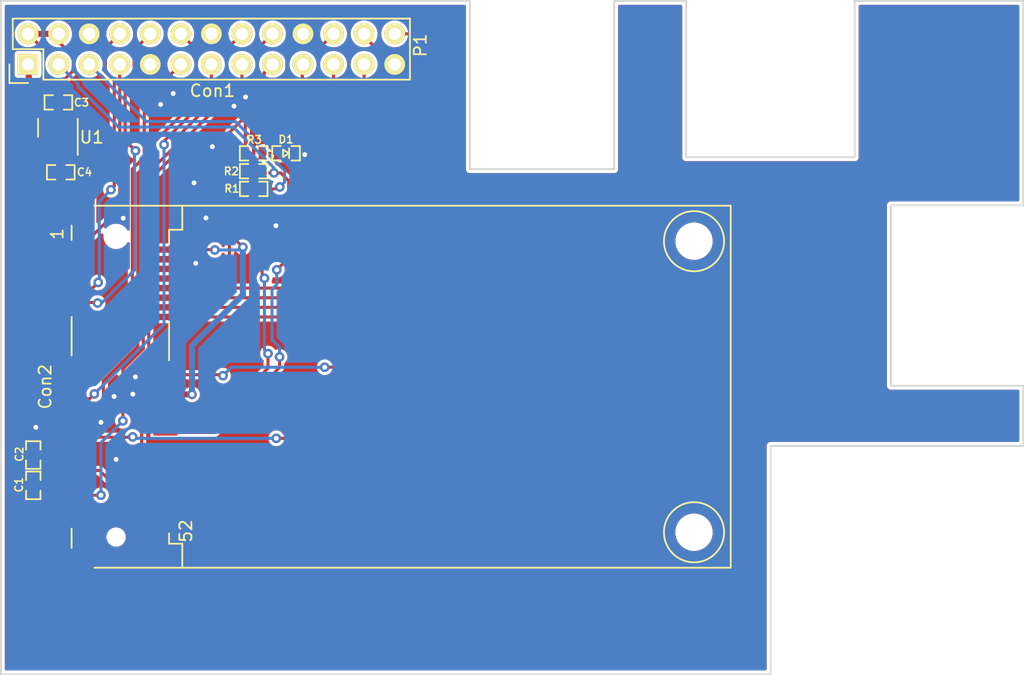
<source format=kicad_pcb>
(kicad_pcb (version 20171130) (host pcbnew 5.1.9-73d0e3b20d~88~ubuntu20.04.1)

  (general
    (thickness 1.6)
    (drawings 18)
    (tracks 257)
    (zones 0)
    (modules 11)
    (nets 22)
  )

  (page A4)
  (title_block
    (title "Pi Hat with mini pci express connector for lorawan gateway rk833")
    (date 2021-01-21)
    (company "Embedded System Labs")
  )

  (layers
    (0 F.Cu signal)
    (31 B.Cu signal)
    (32 B.Adhes user)
    (33 F.Adhes user)
    (34 B.Paste user)
    (35 F.Paste user)
    (36 B.SilkS user)
    (37 F.SilkS user)
    (38 B.Mask user)
    (39 F.Mask user)
    (40 Dwgs.User user)
    (41 Cmts.User user)
    (42 Eco1.User user)
    (43 Eco2.User user)
    (44 Edge.Cuts user)
    (45 Margin user)
    (46 B.CrtYd user)
    (47 F.CrtYd user)
  )

  (setup
    (last_trace_width 0.508)
    (user_trace_width 0.254)
    (user_trace_width 0.508)
    (trace_clearance 0.2)
    (zone_clearance 0.254)
    (zone_45_only no)
    (trace_min 0.1524)
    (via_size 0.9)
    (via_drill 0.6)
    (via_min_size 0.8)
    (via_min_drill 0.4)
    (user_via 0.8 0.4)
    (uvia_size 0.5)
    (uvia_drill 0.1)
    (uvias_allowed no)
    (uvia_min_size 0.5)
    (uvia_min_drill 0.1)
    (edge_width 0.15)
    (segment_width 0.254)
    (pcb_text_width 0.2)
    (pcb_text_size 1 1)
    (mod_edge_width 0.15)
    (mod_text_size 1 1)
    (mod_text_width 0.15)
    (pad_size 1 1)
    (pad_drill 0.6)
    (pad_to_mask_clearance 0)
    (aux_axis_origin 143.5 181)
    (visible_elements 7FFFFFFF)
    (pcbplotparams
      (layerselection 0x010f0_ffffffff)
      (usegerberextensions true)
      (usegerberattributes true)
      (usegerberadvancedattributes true)
      (creategerberjobfile true)
      (excludeedgelayer true)
      (linewidth 0.150000)
      (plotframeref false)
      (viasonmask false)
      (mode 1)
      (useauxorigin false)
      (hpglpennumber 1)
      (hpglpenspeed 20)
      (hpglpendiameter 15.000000)
      (psnegative false)
      (psa4output false)
      (plotreference true)
      (plotvalue true)
      (plotinvisibletext false)
      (padsonsilk false)
      (subtractmaskfromsilk false)
      (outputformat 1)
      (mirror false)
      (drillshape 0)
      (scaleselection 1)
      (outputdirectory "Gerber/"))
  )

  (net 0 "")
  (net 1 GND)
  (net 2 3V3)
  (net 3 5V)
  (net 4 "/GPIO14(TXD)")
  (net 5 /GPIO23)
  (net 6 /GPIO22)
  (net 7 /GPIO21)
  (net 8 "/GPIO18(PWM)")
  (net 9 "/GPIO17(RTS)")
  (net 10 "/GPIO15(RXD)")
  (net 11 "/GPIO1(SCL)")
  (net 12 "/GPIO0(SDA)")
  (net 13 /GPIO4)
  (net 14 "/GPIO7(CE1)")
  (net 15 "/GPIO8(CE0)")
  (net 16 "/GPIO11(SCLK)")
  (net 17 /GPIO25)
  (net 18 "/GPIO9(MISO)")
  (net 19 "/GPIO10(MOSI)")
  (net 20 /GPIO24)
  (net 21 "Net-(D1-Pad1)")

  (net_class Default "This is the default net class."
    (clearance 0.2)
    (trace_width 0.2)
    (via_dia 0.9)
    (via_drill 0.6)
    (uvia_dia 0.5)
    (uvia_drill 0.1)
    (add_net "/GPIO0(SDA)")
    (add_net "/GPIO1(SCL)")
    (add_net "/GPIO10(MOSI)")
    (add_net "/GPIO11(SCLK)")
    (add_net "/GPIO14(TXD)")
    (add_net "/GPIO15(RXD)")
    (add_net "/GPIO17(RTS)")
    (add_net "/GPIO18(PWM)")
    (add_net /GPIO21)
    (add_net /GPIO22)
    (add_net /GPIO23)
    (add_net /GPIO24)
    (add_net /GPIO25)
    (add_net /GPIO4)
    (add_net "/GPIO7(CE1)")
    (add_net "/GPIO8(CE0)")
    (add_net "/GPIO9(MISO)")
    (add_net 3V3)
    (add_net 5V)
    (add_net GND)
    (add_net "Net-(D1-Pad1)")
  )

  (net_class Power ""
    (clearance 0.2)
    (trace_width 0.5)
    (via_dia 1)
    (via_drill 0.7)
    (uvia_dia 0.5)
    (uvia_drill 0.1)
  )

  (module Header_Socket_2_54mm:Header_Socket_2x13x2_54mm locked (layer F.Cu) (tedit 6009BCB8) (tstamp 6009D5BB)
    (at 121.69 73.18)
    (descr "Through hole straight socket strip, 1x06, 2.54mm pitch, single row (from Kicad 4.0.7), script generated")
    (tags "Through hole socket strip THT 1x06 2.54mm single row")
    (path /600ACE36)
    (fp_text reference Con1 (at 0.08 3.46 180) (layer F.SilkS)
      (effects (font (size 1 1) (thickness 0.15)))
    )
    (fp_text value RPi-Header-2x13 (at -0.03 -4.19 180) (layer F.Fab)
      (effects (font (size 1 1) (thickness 0.15)))
    )
    (fp_line (start -16.51 -2.54) (end -16.51 0) (layer F.SilkS) (width 0.15))
    (fp_line (start -16.79 1.27) (end -16.79 2.82) (layer F.SilkS) (width 0.15))
    (fp_line (start -16.51 0) (end -13.97 0) (layer F.SilkS) (width 0.15))
    (fp_line (start -13.97 0) (end -13.97 2.54) (layer F.SilkS) (width 0.15))
    (fp_line (start -16.79 2.82) (end -15.24 2.82) (layer F.SilkS) (width 0.15))
    (fp_line (start -16.51 -2.54) (end 16.51 -2.54) (layer F.SilkS) (width 0.15))
    (fp_line (start -16.99 3.02) (end 17.01 3.02) (layer F.CrtYd) (width 0.05))
    (fp_line (start 16.51 -2.54) (end 16.51 2.54) (layer F.SilkS) (width 0.15))
    (fp_line (start 17.01 3.02) (end 17.01 -3.03) (layer F.CrtYd) (width 0.05))
    (fp_line (start -16.99 -3.03) (end 17.01 -3.03) (layer F.CrtYd) (width 0.05))
    (fp_line (start -16.99 3.02) (end -16.99 -3.03) (layer F.CrtYd) (width 0.05))
    (fp_line (start -13.97 2.54) (end 16.51 2.54) (layer F.SilkS) (width 0.15))
    (fp_text user CONN_13X2 (at 1.05664 3.64998 180) (layer F.Fab)
      (effects (font (size 1 1) (thickness 0.15)))
    )
    (fp_text user P1 (at 17.3736 -0.3175 90) (layer F.SilkS)
      (effects (font (size 1 1) (thickness 0.15)))
    )
    (pad 1 thru_hole rect (at -15.24 1.27 90) (size 1.7272 1.7272) (drill 1.016) (layers *.Cu *.Mask F.SilkS)
      (net 2 3V3))
    (pad 2 thru_hole oval (at -15.24 -1.27 90) (size 1.7272 1.7272) (drill 1.016) (layers *.Cu *.Mask F.SilkS)
      (net 3 5V))
    (pad 6 thru_hole oval (at -10.16 -1.27 90) (size 1.7272 1.7272) (drill 1.016) (layers *.Cu *.Mask F.SilkS)
      (net 1 GND))
    (pad 8 thru_hole oval (at -7.62 -1.27 90) (size 1.7272 1.7272) (drill 1.016) (layers *.Cu *.Mask F.SilkS)
      (net 4 "/GPIO14(TXD)"))
    (pad 17 thru_hole oval (at 5.08 1.27 90) (size 1.7272 1.7272) (drill 1.016) (layers *.Cu *.Mask F.SilkS)
      (net 2 3V3))
    (pad 16 thru_hole oval (at 2.54 -1.27 90) (size 1.7272 1.7272) (drill 1.016) (layers *.Cu *.Mask F.SilkS)
      (net 5 /GPIO23))
    (pad 15 thru_hole oval (at 2.54 1.27 90) (size 1.7272 1.7272) (drill 1.016) (layers *.Cu *.Mask F.SilkS)
      (net 6 /GPIO22))
    (pad 14 thru_hole oval (at 0 -1.27 90) (size 1.7272 1.7272) (drill 1.016) (layers *.Cu *.Mask F.SilkS)
      (net 1 GND))
    (pad 13 thru_hole oval (at 0 1.27 90) (size 1.7272 1.7272) (drill 1.016) (layers *.Cu *.Mask F.SilkS)
      (net 7 /GPIO21))
    (pad 12 thru_hole oval (at -2.54 -1.27 90) (size 1.7272 1.7272) (drill 1.016) (layers *.Cu *.Mask F.SilkS)
      (net 8 "/GPIO18(PWM)"))
    (pad 11 thru_hole oval (at -2.54 1.27 90) (size 1.7272 1.7272) (drill 1.016) (layers *.Cu *.Mask F.SilkS)
      (net 9 "/GPIO17(RTS)"))
    (pad 10 thru_hole oval (at -5.08 -1.27 90) (size 1.7272 1.7272) (drill 1.016) (layers *.Cu *.Mask F.SilkS)
      (net 10 "/GPIO15(RXD)"))
    (pad 9 thru_hole oval (at -5.08 1.27 90) (size 1.7272 1.7272) (drill 1.016) (layers *.Cu *.Mask F.SilkS)
      (net 1 GND))
    (pad 5 thru_hole oval (at -10.16 1.27 90) (size 1.7272 1.7272) (drill 1.016) (layers *.Cu *.Mask F.SilkS)
      (net 11 "/GPIO1(SCL)"))
    (pad 4 thru_hole oval (at -12.7 -1.27 90) (size 1.7272 1.7272) (drill 1.016) (layers *.Cu *.Mask F.SilkS)
      (net 3 5V))
    (pad 3 thru_hole oval (at -12.7 1.27 90) (size 1.7272 1.7272) (drill 1.016) (layers *.Cu *.Mask F.SilkS)
      (net 12 "/GPIO0(SDA)"))
    (pad 7 thru_hole oval (at -7.62 1.27 90) (size 1.7272 1.7272) (drill 1.016) (layers *.Cu *.Mask F.SilkS)
      (net 13 /GPIO4))
    (pad 26 thru_hole oval (at 15.24 -1.27 90) (size 1.7272 1.7272) (drill 1.016) (layers *.Cu *.Mask F.SilkS)
      (net 14 "/GPIO7(CE1)"))
    (pad 25 thru_hole oval (at 15.24 1.27 90) (size 1.7272 1.7272) (drill 1.016) (layers *.Cu *.Mask F.SilkS)
      (net 1 GND))
    (pad 24 thru_hole oval (at 12.7 -1.27 90) (size 1.7272 1.7272) (drill 1.016) (layers *.Cu *.Mask F.SilkS)
      (net 15 "/GPIO8(CE0)"))
    (pad 23 thru_hole oval (at 12.7 1.27 90) (size 1.7272 1.7272) (drill 1.016) (layers *.Cu *.Mask F.SilkS)
      (net 16 "/GPIO11(SCLK)"))
    (pad 22 thru_hole oval (at 10.16 -1.27 90) (size 1.7272 1.7272) (drill 1.016) (layers *.Cu *.Mask F.SilkS)
      (net 17 /GPIO25))
    (pad 21 thru_hole oval (at 10.16 1.27 90) (size 1.7272 1.7272) (drill 1.016) (layers *.Cu *.Mask F.SilkS)
      (net 18 "/GPIO9(MISO)"))
    (pad 20 thru_hole oval (at 7.62 -1.27 90) (size 1.7272 1.7272) (drill 1.016) (layers *.Cu *.Mask F.SilkS)
      (net 1 GND))
    (pad 19 thru_hole oval (at 7.62 1.27 90) (size 1.7272 1.7272) (drill 1.016) (layers *.Cu *.Mask F.SilkS)
      (net 19 "/GPIO10(MOSI)"))
    (pad 18 thru_hole oval (at 5.08 -1.27 90) (size 1.7272 1.7272) (drill 1.016) (layers *.Cu *.Mask F.SilkS)
      (net 20 /GPIO24))
    (model ${KISYS3DMOD}/Connectors/Header_Socket_2_54mm/3D_View/Header_Socket_2x13x2_54mm.x3d
      (at (xyz 0 0 0))
      (scale (xyz 1 1 1))
      (rotate (xyz 0 0 0))
    )
  )

  (module Smd_Connectors:2041119-1 locked (layer F.Cu) (tedit 5CB85AF7) (tstamp 6009D60C)
    (at 113.77 101.25 270)
    (path /600A248E/5FFEDD16)
    (solder_paste_margin -0.07)
    (attr smd)
    (fp_text reference Con2 (at 0 5.9 90) (layer F.SilkS)
      (effects (font (size 1 1) (thickness 0.15)))
    )
    (fp_text value 2041119-1 (at 0 0 90) (layer F.Fab)
      (effects (font (size 1 1) (thickness 0.15)))
    )
    (fp_circle (center 12.1 -48.05) (end 14.6 -48.05) (layer F.SilkS) (width 0.15))
    (fp_circle (center -12.1 -48.05) (end -9.6 -48.05) (layer F.SilkS) (width 0.15))
    (fp_line (start -15.05 -5.5) (end -13.05 -5.5) (layer F.SilkS) (width 0.15))
    (fp_line (start -15.05 1.8) (end -15.05 -5.5) (layer F.SilkS) (width 0.15))
    (fp_line (start 15.05 1.8) (end 15.05 -5.5) (layer F.SilkS) (width 0.15))
    (fp_line (start -13.4 3.7) (end -12.2 3.7) (layer F.SilkS) (width 0.15))
    (fp_line (start -5.8 3.7) (end -2.6 3.7) (layer F.SilkS) (width 0.15))
    (fp_line (start 11.8 3.7) (end 13.4 3.7) (layer F.SilkS) (width 0.15))
    (fp_line (start -13.05 -5.5) (end -13.05 -4.4) (layer F.SilkS) (width 0.15))
    (fp_line (start -13.05 -4.4) (end -11.85 -4.4) (layer F.SilkS) (width 0.15))
    (fp_line (start -5.4 -4.4) (end -2.2 -4.4) (layer F.SilkS) (width 0.15))
    (fp_line (start 12.2 -4.4) (end 13.05 -4.4) (layer F.SilkS) (width 0.15))
    (fp_line (start 13.05 -4.4) (end 13.05 -5.5) (layer F.SilkS) (width 0.15))
    (fp_line (start 15.05 -5.5) (end 13.05 -5.5) (layer F.SilkS) (width 0.15))
    (fp_line (start 15.05 -51.1) (end 15.05 -5.5) (layer F.SilkS) (width 0.15))
    (fp_line (start -15.05 -51.1) (end -15.05 -5.5) (layer F.SilkS) (width 0.15))
    (fp_line (start -15.05 -51.1) (end 15.05 -51.1) (layer F.SilkS) (width 0.15))
    (fp_text user 52 (at 12 -5.8 90) (layer F.SilkS)
      (effects (font (size 1 1) (thickness 0.15)))
    )
    (fp_text user 1 (at -12.7 4.9 90) (layer F.SilkS)
      (effects (font (size 1 1) (thickness 0.15)))
    )
    (pad "" np_thru_hole circle (at 12.1 -48.05 270) (size 2.6 2.6) (drill 2.6) (layers *.Cu *.Mask))
    (pad "" np_thru_hole circle (at -12.1 -48.05 270) (size 2.6 2.6) (drill 2.6) (layers *.Cu *.Mask))
    (pad 0 smd rect (at 14.65 3.5 270) (size 2.3 3.2) (layers F.Cu F.Paste F.Mask)
      (solder_mask_margin 0.01) (solder_paste_margin -0.1))
    (pad 51 smd rect (at 11.4 4.1 270) (size 0.53 2) (layers F.Cu F.Paste F.Mask)
      (solder_mask_margin 0.01))
    (pad 49 smd rect (at 10.6 4.1 270) (size 0.53 2) (layers F.Cu F.Paste F.Mask)
      (solder_mask_margin 0.01))
    (pad 47 smd rect (at 9.8 4.1 270) (size 0.53 2) (layers F.Cu F.Paste F.Mask)
      (solder_mask_margin 0.01))
    (pad 45 smd rect (at 9 4.1 270) (size 0.53 2) (layers F.Cu F.Paste F.Mask)
      (net 5 /GPIO23) (solder_mask_margin 0.01))
    (pad 43 smd rect (at 8.2 4.1 270) (size 0.53 2) (layers F.Cu F.Paste F.Mask)
      (net 1 GND) (solder_mask_margin 0.01))
    (pad 41 smd rect (at 7.4 4.1 270) (size 0.53 2) (layers F.Cu F.Paste F.Mask)
      (net 2 3V3) (solder_mask_margin 0.01))
    (pad 39 smd rect (at 6.6 4.1 270) (size 0.53 2) (layers F.Cu F.Paste F.Mask)
      (net 2 3V3) (solder_mask_margin 0.01))
    (pad 37 smd rect (at 5.8 4.1 270) (size 0.53 2) (layers F.Cu F.Paste F.Mask)
      (net 1 GND) (solder_mask_margin 0.01))
    (pad 35 smd rect (at 5 4.1 270) (size 0.53 2) (layers F.Cu F.Paste F.Mask)
      (net 1 GND) (solder_mask_margin 0.01))
    (pad 33 smd rect (at 4.2 4.1 270) (size 0.53 2) (layers F.Cu F.Paste F.Mask)
      (net 14 "/GPIO7(CE1)") (solder_mask_margin 0.01))
    (pad 31 smd rect (at 3.4 4.1 270) (size 0.53 2) (layers F.Cu F.Paste F.Mask)
      (net 8 "/GPIO18(PWM)") (solder_mask_margin 0.01))
    (pad 29 smd rect (at 2.6 4.1 270) (size 0.53 2) (layers F.Cu F.Paste F.Mask)
      (net 1 GND) (solder_mask_margin 0.01))
    (pad 27 smd rect (at 1.8 4.1 270) (size 0.53 2) (layers F.Cu F.Paste F.Mask)
      (net 1 GND) (solder_mask_margin 0.01))
    (pad 25 smd rect (at 1 4.1 270) (size 0.53 2) (layers F.Cu F.Paste F.Mask)
      (net 7 /GPIO21) (solder_mask_margin 0.01))
    (pad 23 smd rect (at 0.2 4.1 270) (size 0.53 2) (layers F.Cu F.Paste F.Mask)
      (net 9 "/GPIO17(RTS)") (solder_mask_margin 0.01))
    (pad 21 smd rect (at -0.6 4.1 270) (size 0.53 2) (layers F.Cu F.Paste F.Mask)
      (net 1 GND) (solder_mask_margin 0.01))
    (pad 19 smd rect (at -1.4 4.1 270) (size 0.53 2) (layers F.Cu F.Paste F.Mask)
      (solder_mask_margin 0.01))
    (pad 52 smd rect (at 11.8 -4.1 270) (size 0.53 2) (layers F.Cu F.Paste F.Mask)
      (net 2 3V3) (solder_mask_margin 0.01))
    (pad 50 smd rect (at 11 -4.1 270) (size 0.53 2) (layers F.Cu F.Paste F.Mask)
      (net 1 GND) (solder_mask_margin 0.01))
    (pad 48 smd rect (at 10.2 -4.1 270) (size 0.53 2) (layers F.Cu F.Paste F.Mask)
      (solder_mask_margin 0.01))
    (pad 46 smd rect (at 9.4 -4.1 270) (size 0.53 2) (layers F.Cu F.Paste F.Mask)
      (solder_mask_margin 0.01))
    (pad 44 smd rect (at 8.6 -4.1 270) (size 0.53 2) (layers F.Cu F.Paste F.Mask)
      (solder_mask_margin 0.01))
    (pad 42 smd rect (at 7.8 -4.1 270) (size 0.53 2) (layers F.Cu F.Paste F.Mask)
      (solder_mask_margin 0.01))
    (pad 40 smd rect (at 7 -4.1 270) (size 0.53 2) (layers F.Cu F.Paste F.Mask)
      (net 1 GND) (solder_mask_margin 0.01))
    (pad 38 smd rect (at 6.2 -4.1 270) (size 0.53 2) (layers F.Cu F.Paste F.Mask)
      (solder_mask_margin 0.01))
    (pad 36 smd rect (at 5.4 -4.1 270) (size 0.53 2) (layers F.Cu F.Paste F.Mask)
      (solder_mask_margin 0.01))
    (pad 34 smd rect (at 4.6 -4.1 270) (size 0.53 2) (layers F.Cu F.Paste F.Mask)
      (net 1 GND) (solder_mask_margin 0.01))
    (pad 32 smd rect (at 3.8 -4.1 270) (size 0.53 2) (layers F.Cu F.Paste F.Mask)
      (net 12 "/GPIO0(SDA)") (solder_mask_margin 0.01))
    (pad 30 smd rect (at 3 -4.1 270) (size 0.53 2) (layers F.Cu F.Paste F.Mask)
      (net 11 "/GPIO1(SCL)") (solder_mask_margin 0.01))
    (pad 28 smd rect (at 2.2 -4.1 270) (size 0.53 2) (layers F.Cu F.Paste F.Mask)
      (solder_mask_margin 0.01))
    (pad 26 smd rect (at 1.4 -4.1 270) (size 0.53 2) (layers F.Cu F.Paste F.Mask)
      (net 1 GND) (solder_mask_margin 0.01))
    (pad 24 smd rect (at 0.6 -4.1 270) (size 0.53 2) (layers F.Cu F.Paste F.Mask)
      (net 2 3V3) (solder_mask_margin 0.01))
    (pad 22 smd rect (at -0.2 -4.1 270) (size 0.53 2) (layers F.Cu F.Paste F.Mask)
      (net 6 /GPIO22) (solder_mask_margin 0.01))
    (pad 20 smd rect (at -1 -4.1 270) (size 0.53 2) (layers F.Cu F.Paste F.Mask)
      (net 15 "/GPIO8(CE0)") (solder_mask_margin 0.01))
    (pad 17 smd rect (at -2.2 4.1 270) (size 0.53 2) (layers F.Cu F.Paste F.Mask)
      (solder_mask_margin 0.01))
    (pad 18 smd rect (at -1.8 -4.1 270) (size 0.53 2) (layers F.Cu F.Paste F.Mask)
      (net 1 GND) (solder_mask_margin 0.01))
    (pad "" np_thru_hole circle (at 12.5 0 270) (size 1.1 1.1) (drill 1.1) (layers *.Cu *.Mask))
    (pad "" np_thru_hole circle (at -12.5 0 270) (size 1.6 1.6) (drill 1.6) (layers *.Cu *.Mask))
    (pad 16 smd rect (at -5.8 -4.1 270) (size 0.53 2) (layers F.Cu F.Paste F.Mask)
      (net 16 "/GPIO11(SCLK)") (solder_mask_margin 0.01))
    (pad 14 smd rect (at -6.6 -4.1 270) (size 0.53 2) (layers F.Cu F.Paste F.Mask)
      (net 18 "/GPIO9(MISO)") (solder_mask_margin 0.01))
    (pad 12 smd rect (at -7.4 -4.1 270) (size 0.53 2) (layers F.Cu F.Paste F.Mask)
      (net 19 "/GPIO10(MOSI)") (solder_mask_margin 0.01))
    (pad 10 smd rect (at -8.2 -4.1 270) (size 0.53 2) (layers F.Cu F.Paste F.Mask)
      (net 17 /GPIO25) (solder_mask_margin 0.01))
    (pad 8 smd rect (at -9 -4.1 270) (size 0.53 2) (layers F.Cu F.Paste F.Mask)
      (net 20 /GPIO24) (solder_mask_margin 0.01))
    (pad 6 smd rect (at -9.8 -4.1 270) (size 0.53 2) (layers F.Cu F.Paste F.Mask)
      (solder_mask_margin 0.01))
    (pad 4 smd rect (at -10.6 -4.1 270) (size 0.53 2) (layers F.Cu F.Paste F.Mask)
      (net 1 GND) (solder_mask_margin 0.01))
    (pad 2 smd rect (at -11.4 -4.1 270) (size 0.53 2) (layers F.Cu F.Paste F.Mask)
      (net 2 3V3) (solder_mask_margin 0.01))
    (pad 15 smd rect (at -6.2 4.1 270) (size 0.53 2) (layers F.Cu F.Paste F.Mask)
      (net 1 GND) (solder_mask_margin 0.01))
    (pad 13 smd rect (at -7 4.1 270) (size 0.53 2) (layers F.Cu F.Paste F.Mask)
      (net 10 "/GPIO15(RXD)") (solder_mask_margin 0.01))
    (pad 11 smd rect (at -7.8 4.1 270) (size 0.53 2) (layers F.Cu F.Paste F.Mask)
      (net 4 "/GPIO14(TXD)") (solder_mask_margin 0.01))
    (pad 9 smd rect (at -8.6 4.1 270) (size 0.53 2) (layers F.Cu F.Paste F.Mask)
      (net 1 GND) (solder_mask_margin 0.01))
    (pad 7 smd rect (at -9.4 4.1 270) (size 0.53 2) (layers F.Cu F.Paste F.Mask)
      (solder_mask_margin 0.01))
    (pad 5 smd rect (at -10.2 4.1 270) (size 0.53 2) (layers F.Cu F.Paste F.Mask)
      (solder_mask_margin 0.01))
    (pad 3 smd rect (at -11 4.1 270) (size 0.53 2) (layers F.Cu F.Paste F.Mask)
      (solder_mask_margin 0.01))
    (pad 1 smd rect (at -11.8 4.1 270) (size 0.53 2) (layers F.Cu F.Paste F.Mask)
      (net 13 /GPIO4) (solder_mask_margin 0.01))
    (pad 0 smd rect (at -14.65 3.5 270) (size 2.3 3.2) (layers F.Cu F.Paste F.Mask)
      (solder_mask_margin 0.01) (solder_paste_margin -0.1))
    (model ${KISYS3DMOD}/Connectors/Smd_Connectors/3D_View/204119-1.x3d
      (at (xyz 0 0 0))
      (scale (xyz 1 1 1))
      (rotate (xyz 0 0 0))
    )
  )

  (module Resistor_Smd_0603:4k7_0603 (layer F.Cu) (tedit 5CB85044) (tstamp 6009D618)
    (at 125.21 84.8)
    (descr "Vishay SMD SM0603")
    (tags Resistor)
    (path /600A248E/60112A2F)
    (solder_paste_margin -0.06)
    (attr smd)
    (fp_text reference R1 (at -1.82 -0.02) (layer F.SilkS)
      (effects (font (size 0.635 0.635) (thickness 0.127)))
    )
    (fp_text value 4k7 (at 0 0) (layer F.SilkS) hide
      (effects (font (size 0.635 0.635) (thickness 0.127)))
    )
    (fp_line (start 1.15 0.6) (end 0.45 0.6) (layer F.SilkS) (width 0.15))
    (fp_line (start 1.15 -0.6) (end 1.15 0.6) (layer F.SilkS) (width 0.15))
    (fp_line (start 0.45 -0.6) (end 1.15 -0.6) (layer F.SilkS) (width 0.15))
    (fp_line (start -1.15 0.6) (end -0.45 0.6) (layer F.SilkS) (width 0.15))
    (fp_line (start -1.15 -0.6) (end -1.15 0.6) (layer F.SilkS) (width 0.15))
    (fp_line (start -0.45 -0.6) (end -1.15 -0.6) (layer F.SilkS) (width 0.15))
    (pad 1 smd rect (at -0.7 0) (size 0.6 1) (layers F.Cu F.Paste F.Mask)
      (net 2 3V3) (solder_mask_margin 0.01) (clearance 0.03))
    (pad 2 smd rect (at 0.7 0) (size 0.6 1) (layers F.Cu F.Paste F.Mask)
      (net 11 "/GPIO1(SCL)") (solder_mask_margin 0.01) (clearance 0.03))
    (model ${KISYS3DMOD}/Resistors/Smd_0603/3D_View/4k7_0603.x3d
      (at (xyz 0 0 0))
      (scale (xyz 1 1 1))
      (rotate (xyz 0 0 0))
    )
  )

  (module Resistor_Smd_0603:4k7_0603 (layer F.Cu) (tedit 5CB85044) (tstamp 6009D624)
    (at 125.21 83.33)
    (descr "Vishay SMD SM0603")
    (tags Resistor)
    (path /600A248E/60115664)
    (solder_paste_margin -0.06)
    (attr smd)
    (fp_text reference R2 (at -1.86 0.01) (layer F.SilkS)
      (effects (font (size 0.635 0.635) (thickness 0.127)))
    )
    (fp_text value 4k7 (at 0 0) (layer F.SilkS) hide
      (effects (font (size 0.635 0.635) (thickness 0.127)))
    )
    (fp_line (start -0.45 -0.6) (end -1.15 -0.6) (layer F.SilkS) (width 0.15))
    (fp_line (start -1.15 -0.6) (end -1.15 0.6) (layer F.SilkS) (width 0.15))
    (fp_line (start -1.15 0.6) (end -0.45 0.6) (layer F.SilkS) (width 0.15))
    (fp_line (start 0.45 -0.6) (end 1.15 -0.6) (layer F.SilkS) (width 0.15))
    (fp_line (start 1.15 -0.6) (end 1.15 0.6) (layer F.SilkS) (width 0.15))
    (fp_line (start 1.15 0.6) (end 0.45 0.6) (layer F.SilkS) (width 0.15))
    (pad 2 smd rect (at 0.7 0) (size 0.6 1) (layers F.Cu F.Paste F.Mask)
      (net 12 "/GPIO0(SDA)") (solder_mask_margin 0.01) (clearance 0.03))
    (pad 1 smd rect (at -0.7 0) (size 0.6 1) (layers F.Cu F.Paste F.Mask)
      (net 2 3V3) (solder_mask_margin 0.01) (clearance 0.03))
    (model ${KISYS3DMOD}/Resistors/Smd_0603/3D_View/4k7_0603.x3d
      (at (xyz 0 0 0))
      (scale (xyz 1 1 1))
      (rotate (xyz 0 0 0))
    )
  )

  (module Capacitors_Smd_0603:100nF_0603 (layer F.Cu) (tedit 5CB851B6) (tstamp 6009E35A)
    (at 106.88 109.45 270)
    (descr "Vishay SMD SM0603")
    (tags Capacitor)
    (path /600A248E/600B8508)
    (solder_paste_margin -0.06)
    (attr smd)
    (fp_text reference C1 (at -0.04 1.19 90) (layer F.SilkS)
      (effects (font (size 0.635 0.635) (thickness 0.127)))
    )
    (fp_text value 100n (at 0 0 90) (layer F.SilkS) hide
      (effects (font (size 0.635 0.635) (thickness 0.127)))
    )
    (fp_line (start -0.45 -0.6) (end -1.15 -0.6) (layer F.SilkS) (width 0.15))
    (fp_line (start -1.15 -0.6) (end -1.15 0.6) (layer F.SilkS) (width 0.15))
    (fp_line (start -1.15 0.6) (end -0.45 0.6) (layer F.SilkS) (width 0.15))
    (fp_line (start 0.45 -0.6) (end 1.15 -0.6) (layer F.SilkS) (width 0.15))
    (fp_line (start 1.15 -0.6) (end 1.15 0.6) (layer F.SilkS) (width 0.15))
    (fp_line (start 1.15 0.6) (end 0.45 0.6) (layer F.SilkS) (width 0.15))
    (pad 1 smd rect (at -0.7 0 270) (size 0.6 1) (layers F.Cu F.Paste F.Mask)
      (net 2 3V3) (solder_mask_margin 0.01) (clearance 0.03))
    (pad 2 smd rect (at 0.7 0 270) (size 0.6 1) (layers F.Cu F.Paste F.Mask)
      (net 1 GND) (solder_mask_margin 0.01) (clearance 0.03))
    (model Capacitors/Smd_0603/3D_View/100nF_0603.x3d
      (at (xyz 0 0 0))
      (scale (xyz 1 1 1))
      (rotate (xyz 0 0 0))
    )
  )

  (module Capacitors_Smd_0603:10uF_10V_0603 (layer F.Cu) (tedit 5EAC06ED) (tstamp 6009E366)
    (at 106.88 106.93 90)
    (descr "Vishay SMD SM0603")
    (tags Capacitor)
    (path /600A248E/600B9083)
    (solder_paste_margin -0.06)
    (attr smd)
    (fp_text reference C2 (at 0.07 -1.15 90) (layer F.SilkS)
      (effects (font (size 0.635 0.635) (thickness 0.127)))
    )
    (fp_text value 10uF (at 0 0 90) (layer F.SilkS) hide
      (effects (font (size 0.635 0.635) (thickness 0.127)))
    )
    (fp_line (start -0.45 -0.6) (end -1.15 -0.6) (layer F.SilkS) (width 0.15))
    (fp_line (start -1.15 -0.6) (end -1.15 0.6) (layer F.SilkS) (width 0.15))
    (fp_line (start -1.15 0.6) (end -0.45 0.6) (layer F.SilkS) (width 0.15))
    (fp_line (start 0.45 -0.6) (end 1.15 -0.6) (layer F.SilkS) (width 0.15))
    (fp_line (start 1.15 -0.6) (end 1.15 0.6) (layer F.SilkS) (width 0.15))
    (fp_line (start 1.15 0.6) (end 0.45 0.6) (layer F.SilkS) (width 0.15))
    (pad 1 smd rect (at -0.7 0 90) (size 0.6 1) (layers F.Cu F.Paste F.Mask)
      (net 2 3V3) (solder_mask_margin 0.01) (clearance 0.03))
    (pad 2 smd rect (at 0.7 0 90) (size 0.6 1) (layers F.Cu F.Paste F.Mask)
      (net 1 GND) (solder_mask_margin 0.01) (clearance 0.03))
    (model ${KISYS3DMOD}/Capacitors/Smd_0603/3D_View/10uF_10V_0603.x3d
      (at (xyz 0 0 0))
      (scale (xyz 1 1 1))
      (rotate (xyz 0 0 0))
    )
  )

  (module Diodes:LED_KPG-1608SURKC-T (layer F.Cu) (tedit 5E1F07AD) (tstamp 6009E710)
    (at 127.9 81.84 180)
    (tags Resistor)
    (path /600D19BC)
    (solder_paste_margin -0.05)
    (attr smd)
    (fp_text reference D1 (at 0.01 1.15 180) (layer F.SilkS)
      (effects (font (size 0.635 0.635) (thickness 0.127)))
    )
    (fp_text value KPG-1608SURKC-T (at -6.04 -0.02 180) (layer F.SilkS) hide
      (effects (font (size 0.635 0.635) (thickness 0.127)))
    )
    (fp_line (start -1.15 -0.6) (end -0.45 -0.6) (layer F.SilkS) (width 0.15))
    (fp_line (start -1.15 0.6) (end -1.15 -0.6) (layer F.SilkS) (width 0.15))
    (fp_line (start -0.45 0.6) (end -1.15 0.6) (layer F.SilkS) (width 0.15))
    (fp_line (start 1.15 -0.6) (end 0.45 -0.6) (layer F.SilkS) (width 0.15))
    (fp_line (start 1.15 0.6) (end 1.15 -0.6) (layer F.SilkS) (width 0.15))
    (fp_line (start 0.45 0.6) (end 1.15 0.6) (layer F.SilkS) (width 0.15))
    (fp_line (start 0.25 0.3) (end 0.25 -0.3) (layer F.SilkS) (width 0.15))
    (fp_line (start 0.25 0.3) (end -0.25 0) (layer F.SilkS) (width 0.15))
    (fp_line (start -0.25 0) (end 0.25 -0.3) (layer F.SilkS) (width 0.15))
    (fp_line (start -0.25 0.4) (end -0.25 -0.4) (layer F.SilkS) (width 0.15))
    (pad 2 smd rect (at -0.7 0) (size 0.6 1) (layers F.Cu F.Paste F.Mask)
      (net 1 GND) (solder_mask_margin 0.01) (clearance 0.03))
    (pad 1 smd rect (at 0.7 0) (size 0.6 1) (layers F.Cu F.Paste F.Mask)
      (net 21 "Net-(D1-Pad1)") (solder_mask_margin 0.01) (clearance 0.03))
    (model ${KISYS3DMOD}/Diodes/3D_View/LED_KPG-1608SURKC-T_SM0603.x3d
      (at (xyz 0 0 0))
      (scale (xyz 1 1 1))
      (rotate (xyz 0 0 0))
    )
  )

  (module Resistor_Smd_0603:200R_0603 (layer F.Cu) (tedit 5F97D9DC) (tstamp 6009E71C)
    (at 125.21 81.84 180)
    (descr "Vishay SMD SM0603")
    (tags Resistor)
    (path /600D2133)
    (solder_paste_margin -0.06)
    (attr smd)
    (fp_text reference R3 (at -0.05 1.13) (layer F.SilkS)
      (effects (font (size 0.635 0.635) (thickness 0.127)))
    )
    (fp_text value 200R (at 0 0) (layer F.SilkS) hide
      (effects (font (size 0.635 0.635) (thickness 0.127)))
    )
    (fp_line (start -0.45 -0.6) (end -1.15 -0.6) (layer F.SilkS) (width 0.15))
    (fp_line (start -1.15 -0.6) (end -1.15 0.6) (layer F.SilkS) (width 0.15))
    (fp_line (start -1.15 0.6) (end -0.45 0.6) (layer F.SilkS) (width 0.15))
    (fp_line (start 0.45 -0.6) (end 1.15 -0.6) (layer F.SilkS) (width 0.15))
    (fp_line (start 1.15 -0.6) (end 1.15 0.6) (layer F.SilkS) (width 0.15))
    (fp_line (start 1.15 0.6) (end 0.45 0.6) (layer F.SilkS) (width 0.15))
    (pad 1 smd rect (at -0.7 0 180) (size 0.6 1) (layers F.Cu F.Paste F.Mask)
      (net 21 "Net-(D1-Pad1)") (solder_mask_margin 0.01) (clearance 0.03))
    (pad 2 smd rect (at 0.7 0 180) (size 0.6 1) (layers F.Cu F.Paste F.Mask)
      (net 2 3V3) (solder_mask_margin 0.01) (clearance 0.03))
    (model ${KISYS3DMOD}/Resistors/Smd_0603/3D_View/200R_0603.x3d
      (at (xyz 0 0 0))
      (scale (xyz 1 1 1))
      (rotate (xyz 0 0 0))
    )
  )

  (module Capacitors_Smd_0603:10uF_10V_0603 (layer F.Cu) (tedit 5EAC06ED) (tstamp 6009EF98)
    (at 108.97 77.61)
    (descr "Vishay SMD SM0603")
    (tags Capacitor)
    (path /600BE1B9)
    (solder_paste_margin -0.06)
    (attr smd)
    (fp_text reference C3 (at 1.92 0.01) (layer F.SilkS)
      (effects (font (size 0.635 0.635) (thickness 0.127)))
    )
    (fp_text value 10uF (at 0 0) (layer F.SilkS) hide
      (effects (font (size 0.635 0.635) (thickness 0.127)))
    )
    (fp_line (start -0.45 -0.6) (end -1.15 -0.6) (layer F.SilkS) (width 0.15))
    (fp_line (start -1.15 -0.6) (end -1.15 0.6) (layer F.SilkS) (width 0.15))
    (fp_line (start -1.15 0.6) (end -0.45 0.6) (layer F.SilkS) (width 0.15))
    (fp_line (start 0.45 -0.6) (end 1.15 -0.6) (layer F.SilkS) (width 0.15))
    (fp_line (start 1.15 -0.6) (end 1.15 0.6) (layer F.SilkS) (width 0.15))
    (fp_line (start 1.15 0.6) (end 0.45 0.6) (layer F.SilkS) (width 0.15))
    (pad 2 smd rect (at 0.7 0) (size 0.6 1) (layers F.Cu F.Paste F.Mask)
      (net 1 GND) (solder_mask_margin 0.01) (clearance 0.03))
    (pad 1 smd rect (at -0.7 0) (size 0.6 1) (layers F.Cu F.Paste F.Mask)
      (net 3 5V) (solder_mask_margin 0.01) (clearance 0.03))
    (model ${KISYS3DMOD}/Capacitors/Smd_0603/3D_View/10uF_10V_0603.x3d
      (at (xyz 0 0 0))
      (scale (xyz 1 1 1))
      (rotate (xyz 0 0 0))
    )
  )

  (module Capacitors_Smd_0603:10uF_10V_0603 (layer F.Cu) (tedit 5EAC06ED) (tstamp 6009EFA4)
    (at 109.17 83.42)
    (descr "Vishay SMD SM0603")
    (tags Capacitor)
    (path /600A875E)
    (solder_paste_margin -0.06)
    (attr smd)
    (fp_text reference C4 (at 1.97 -0.01) (layer F.SilkS)
      (effects (font (size 0.635 0.635) (thickness 0.127)))
    )
    (fp_text value 10uF (at 0 0) (layer F.SilkS) hide
      (effects (font (size 0.635 0.635) (thickness 0.127)))
    )
    (fp_line (start 1.15 0.6) (end 0.45 0.6) (layer F.SilkS) (width 0.15))
    (fp_line (start 1.15 -0.6) (end 1.15 0.6) (layer F.SilkS) (width 0.15))
    (fp_line (start 0.45 -0.6) (end 1.15 -0.6) (layer F.SilkS) (width 0.15))
    (fp_line (start -1.15 0.6) (end -0.45 0.6) (layer F.SilkS) (width 0.15))
    (fp_line (start -1.15 -0.6) (end -1.15 0.6) (layer F.SilkS) (width 0.15))
    (fp_line (start -0.45 -0.6) (end -1.15 -0.6) (layer F.SilkS) (width 0.15))
    (pad 1 smd rect (at -0.7 0) (size 0.6 1) (layers F.Cu F.Paste F.Mask)
      (net 2 3V3) (solder_mask_margin 0.01) (clearance 0.03))
    (pad 2 smd rect (at 0.7 0) (size 0.6 1) (layers F.Cu F.Paste F.Mask)
      (net 1 GND) (solder_mask_margin 0.01) (clearance 0.03))
    (model ${KISYS3DMOD}/Capacitors/Smd_0603/3D_View/10uF_10V_0603.x3d
      (at (xyz 0 0 0))
      (scale (xyz 1 1 1))
      (rotate (xyz 0 0 0))
    )
  )

  (module Linear:LD39200PU33R (layer F.Cu) (tedit 5F1EB979) (tstamp 6009EFC1)
    (at 108.93 80.47 90)
    (descr "DFN6 3*3 MM, 0.95 PITCH; CASE 506AH-01 (see ON Semiconductor 506AH.PDF)")
    (tags "DFN 0.95")
    (path /600A0664)
    (attr smd)
    (fp_text reference U1 (at -0.04 2.81 180) (layer F.SilkS)
      (effects (font (size 1 1) (thickness 0.15)))
    )
    (fp_text value LD39200 (at 0 2.575 90) (layer F.Fab)
      (effects (font (size 1 1) (thickness 0.15)))
    )
    (fp_line (start 0 -1.65) (end 1.5 -1.65) (layer F.SilkS) (width 0.15))
    (fp_line (start -1.5 1.65) (end 1.5 1.65) (layer F.SilkS) (width 0.15))
    (fp_line (start -1.9 1.85) (end 1.9 1.85) (layer F.CrtYd) (width 0.05))
    (fp_line (start -1.9 -1.85) (end 1.9 -1.85) (layer F.CrtYd) (width 0.05))
    (fp_line (start 1.9 -1.85) (end 1.9 1.85) (layer F.CrtYd) (width 0.05))
    (fp_line (start -1.9 -1.85) (end -1.9 1.85) (layer F.CrtYd) (width 0.05))
    (fp_line (start -1.5 -0.5) (end -0.5 -1.5) (layer F.Fab) (width 0.15))
    (fp_line (start -1.5 1.5) (end -1.5 -0.5) (layer F.Fab) (width 0.15))
    (fp_line (start 1.5 1.5) (end -1.5 1.5) (layer F.Fab) (width 0.15))
    (fp_line (start 1.5 -1.5) (end 1.5 1.5) (layer F.Fab) (width 0.15))
    (fp_line (start -0.5 -1.5) (end 1.5 -1.5) (layer F.Fab) (width 0.15))
    (fp_text user %R (at 0 0 90) (layer F.Fab)
      (effects (font (size 0.7 0.7) (thickness 0.105)))
    )
    (pad 1 smd rect (at -1.34 -0.95 90) (size 0.63 0.45) (layers F.Cu F.Paste F.Mask)
      (net 2 3V3) (solder_mask_margin 0.05) (solder_paste_margin_ratio -0.08) (clearance 0.07))
    (pad 2 smd rect (at -1.34 0 90) (size 0.63 0.45) (layers F.Cu F.Paste F.Mask)
      (net 2 3V3) (solder_mask_margin 0.05) (solder_paste_margin_ratio -0.08) (clearance 0.07))
    (pad 3 smd rect (at -1.34 0.95 90) (size 0.63 0.45) (layers F.Cu F.Paste F.Mask)
      (net 1 GND) (solder_mask_margin 0.05) (solder_paste_margin_ratio -0.08) (clearance 0.07))
    (pad 4 smd rect (at 1.34 0.95 90) (size 0.63 0.45) (layers F.Cu F.Paste F.Mask)
      (solder_mask_margin 0.05) (solder_paste_margin_ratio -0.08) (clearance 0.07))
    (pad 5 smd rect (at 1.34 0 90) (size 0.63 0.45) (layers F.Cu F.Paste F.Mask)
      (net 3 5V) (solder_mask_margin 0.05) (solder_paste_margin_ratio -0.08) (clearance 0.07))
    (pad 6 smd rect (at 1.34 -0.95 90) (size 0.63 0.45) (layers F.Cu F.Paste F.Mask)
      (net 3 5V) (solder_mask_margin 0.05) (solder_paste_margin_ratio -0.08) (clearance 0.07))
    (pad "" smd rect (at -0.425 0.866 90) (size 0.66 0.73) (layers F.Paste))
    (pad EP smd rect (at 0 0 90) (size 1.7 2.6) (layers F.Cu F.Mask)
      (net 1 GND) (solder_mask_margin 0.05) (solder_paste_margin_ratio -0.08) (clearance 0.07))
    (pad "" smd rect (at 0.425 0.866 90) (size 0.66 0.73) (layers F.Paste))
    (pad "" smd rect (at 0.425 0 90) (size 0.66 0.73) (layers F.Paste))
    (pad "" smd rect (at -0.425 0 90) (size 0.66 0.73) (layers F.Paste))
    (pad "" smd rect (at 0.425 -0.866 90) (size 0.66 0.73) (layers F.Paste))
    (pad "" smd rect (at -0.425 -0.866 90) (size 0.66 0.73) (layers F.Paste))
    (model ${KISYS3DMOD}/Dc_Dc_Regulators/Linear/3D_View/LD39200PU33R.x3d
      (at (xyz 0 0 0))
      (scale (xyz 1 1 1))
      (rotate (xyz 0 0 0))
    )
  )

  (gr_line (start 189.19 69.17) (end 175.18 69.17) (angle 90) (layer Edge.Cuts) (width 0.15) (tstamp 6009DBAD))
  (gr_line (start 175.18 82.17) (end 175.18 69.17) (angle 90) (layer Edge.Cuts) (width 0.15) (tstamp 6009DBA8))
  (gr_line (start 175.18 82.17) (end 161.17 82.17) (angle 90) (layer Edge.Cuts) (width 0.15) (tstamp 6009DBA1))
  (gr_line (start 161.17 82.17) (end 161.17 69.17) (angle 90) (layer Edge.Cuts) (width 0.15) (tstamp 6009DB9A))
  (gr_line (start 161.17 69.17) (end 155.18 69.17) (angle 90) (layer Edge.Cuts) (width 0.15) (tstamp 6009DB90))
  (gr_line (start 155.18 83.16) (end 155.18 69.17) (angle 90) (layer Edge.Cuts) (width 0.15) (tstamp 6009DB84))
  (gr_line (start 155.18 83.16) (end 143.18 83.16) (angle 90) (layer Edge.Cuts) (width 0.15) (tstamp 6009DB78))
  (gr_line (start 143.18 83.16) (end 143.18 69.17) (angle 90) (layer Edge.Cuts) (width 0.15) (tstamp 6009DB6A))
  (gr_line (start 143.18 69.17) (end 104.19 69.17) (angle 90) (layer Edge.Cuts) (width 0.15))
  (gr_line (start 189.19 86.17) (end 189.19 69.17) (angle 90) (layer Edge.Cuts) (width 0.15))
  (gr_line (start 178.19 86.17) (end 189.19 86.17) (angle 90) (layer Edge.Cuts) (width 0.15))
  (gr_line (start 178.19 101.17) (end 178.19 86.17) (angle 90) (layer Edge.Cuts) (width 0.15))
  (gr_line (start 189.19 101.17) (end 178.19 101.17) (angle 90) (layer Edge.Cuts) (width 0.15))
  (gr_line (start 189.19 106.17) (end 189.19 101.17) (angle 90) (layer Edge.Cuts) (width 0.15))
  (gr_line (start 168.19 106.17) (end 189.19 106.17) (angle 90) (layer Edge.Cuts) (width 0.15))
  (gr_line (start 168.19 125.17) (end 168.19 106.17) (angle 90) (layer Edge.Cuts) (width 0.15))
  (gr_line (start 104.19 125.17) (end 168.19 125.17) (angle 90) (layer Edge.Cuts) (width 0.15))
  (gr_line (start 104.19 69.17) (end 104.19 125.17) (angle 90) (layer Edge.Cuts) (width 0.15))

  (segment (start 129.340671 81.84) (end 129.45299 81.952319) (width 0.254) (layer F.Cu) (net 1))
  (segment (start 128.6 81.84) (end 129.340671 81.84) (width 0.254) (layer F.Cu) (net 1) (status 10))
  (via (at 129.45299 81.952319) (size 0.8) (drill 0.4) (layers F.Cu B.Cu) (net 1))
  (via (at 120.39 90.99) (size 0.8) (drill 0.4) (layers F.Cu B.Cu) (net 1))
  (segment (start 120.05 90.65) (end 120.39 90.99) (width 0.254) (layer F.Cu) (net 1))
  (segment (start 117.87 90.65) (end 120.05 90.65) (width 0.254) (layer F.Cu) (net 1) (status 10))
  (via (at 118.52 76.87) (size 0.8) (drill 0.4) (layers F.Cu B.Cu) (net 1))
  (via (at 117.47 77.78) (size 0.8) (drill 0.4) (layers F.Cu B.Cu) (net 1))
  (via (at 124.53 77.16) (size 0.8) (drill 0.4) (layers F.Cu B.Cu) (net 1))
  (via (at 123.57 77.92) (size 0.8) (drill 0.4) (layers F.Cu B.Cu) (net 1))
  (via (at 121.77 81.29) (size 0.8) (drill 0.4) (layers F.Cu B.Cu) (net 1))
  (via (at 120.25 84.3) (size 0.8) (drill 0.4) (layers F.Cu B.Cu) (net 1))
  (via (at 121.24 87.22) (size 0.8) (drill 0.4) (layers F.Cu B.Cu) (net 1))
  (via (at 127.05 87.86) (size 0.8) (drill 0.4) (layers F.Cu B.Cu) (net 1))
  (via (at 115.37 100.43) (size 0.8) (drill 0.4) (layers F.Cu B.Cu) (net 1))
  (via (at 115.16 101.87) (size 0.8) (drill 0.4) (layers F.Cu B.Cu) (net 1))
  (via (at 113.6 102.06) (size 0.8) (drill 0.4) (layers F.Cu B.Cu) (net 1))
  (via (at 112.51 104.21) (size 0.8) (drill 0.4) (layers F.Cu B.Cu) (net 1))
  (via (at 114.36 87.24) (size 0.8) (drill 0.4) (layers F.Cu B.Cu) (net 1))
  (via (at 113.77 107.29) (size 0.8) (drill 0.4) (layers F.Cu B.Cu) (net 1))
  (via (at 107.09 104.62) (size 0.8) (drill 0.4) (layers F.Cu B.Cu) (net 1))
  (segment (start 124.51 84.8) (end 124.51 81.84) (width 0.254) (layer F.Cu) (net 2) (status 30))
  (via (at 121.98 89.88) (size 0.8) (drill 0.4) (layers F.Cu B.Cu) (net 2))
  (segment (start 121.95 89.85) (end 121.98 89.88) (width 0.254) (layer F.Cu) (net 2))
  (segment (start 117.87 89.85) (end 121.95 89.85) (width 0.254) (layer F.Cu) (net 2) (status 10))
  (via (at 124.31 89.65) (size 0.8) (drill 0.4) (layers F.Cu B.Cu) (net 2))
  (segment (start 124.08 89.88) (end 124.31 89.65) (width 0.254) (layer B.Cu) (net 2))
  (segment (start 121.98 89.88) (end 124.08 89.88) (width 0.254) (layer B.Cu) (net 2))
  (segment (start 109.67 108.65) (end 111.03 108.65) (width 0.254) (layer F.Cu) (net 2) (status 10))
  (segment (start 111.03 108.65) (end 111.4 108.28) (width 0.254) (layer F.Cu) (net 2))
  (segment (start 111.13 107.85) (end 109.67 107.85) (width 0.254) (layer F.Cu) (net 2) (status 20))
  (segment (start 116.616 113.05) (end 113.59 110.024) (width 0.254) (layer F.Cu) (net 2))
  (segment (start 117.87 113.05) (end 116.616 113.05) (width 0.254) (layer F.Cu) (net 2) (status 10))
  (segment (start 113.59 110.024) (end 113.59 109.41) (width 0.254) (layer F.Cu) (net 2))
  (segment (start 112.39 108.21) (end 111.42 108.21) (width 0.254) (layer F.Cu) (net 2))
  (segment (start 113.59 109.41) (end 112.39 108.21) (width 0.254) (layer F.Cu) (net 2))
  (segment (start 111.42 108.21) (end 111.13 107.85) (width 0.254) (layer F.Cu) (net 2))
  (segment (start 108.93 81.81) (end 107.98 81.81) (width 0.508) (layer F.Cu) (net 2))
  (segment (start 108.47 83.42) (end 108.47 83.04) (width 0.508) (layer F.Cu) (net 2))
  (segment (start 107.98 82.55) (end 107.98 81.81) (width 0.508) (layer F.Cu) (net 2))
  (segment (start 108.47 83.04) (end 107.98 82.55) (width 0.508) (layer F.Cu) (net 2))
  (segment (start 113.59 109.41) (end 113.59 109.28) (width 0.254) (layer F.Cu) (net 2))
  (segment (start 113.59 109.28) (end 115.89 106.98) (width 0.254) (layer F.Cu) (net 2))
  (segment (start 115.89 106.98) (end 115.89 102.43) (width 0.254) (layer F.Cu) (net 2))
  (segment (start 116.47 101.85) (end 117.87 101.85) (width 0.254) (layer F.Cu) (net 2))
  (segment (start 115.89 102.43) (end 116.47 101.85) (width 0.254) (layer F.Cu) (net 2))
  (segment (start 108.47 83.42) (end 108.47 83.56) (width 0.508) (layer F.Cu) (net 2))
  (segment (start 108.47 83.56) (end 105.58 86.45) (width 0.508) (layer F.Cu) (net 2))
  (segment (start 105.58 86.45) (end 105.58 107.31) (width 0.508) (layer F.Cu) (net 2))
  (segment (start 105.9 107.63) (end 106.88 107.63) (width 0.508) (layer F.Cu) (net 2))
  (segment (start 105.58 107.31) (end 105.9 107.63) (width 0.508) (layer F.Cu) (net 2))
  (segment (start 106.88 108.75) (end 106.88 107.63) (width 0.508) (layer F.Cu) (net 2))
  (segment (start 106.98 108.65) (end 109.67 108.65) (width 0.508) (layer F.Cu) (net 2))
  (segment (start 106.88 108.75) (end 106.98 108.65) (width 0.508) (layer F.Cu) (net 2))
  (segment (start 107.9 107.63) (end 108.12 107.85) (width 0.508) (layer F.Cu) (net 2))
  (segment (start 106.88 107.63) (end 107.9 107.63) (width 0.508) (layer F.Cu) (net 2))
  (segment (start 108.12 107.85) (end 109.67 107.85) (width 0.508) (layer F.Cu) (net 2))
  (segment (start 124.31 89.65) (end 124.31 93.6) (width 0.508) (layer B.Cu) (net 2))
  (via (at 120.08 101.89) (size 0.8) (drill 0.4) (layers F.Cu B.Cu) (net 2))
  (segment (start 120.08 97.83) (end 120.08 101.89) (width 0.508) (layer B.Cu) (net 2))
  (segment (start 124.31 93.6) (end 120.08 97.83) (width 0.508) (layer B.Cu) (net 2))
  (segment (start 117.91 101.89) (end 117.87 101.85) (width 0.508) (layer F.Cu) (net 2))
  (segment (start 120.08 101.89) (end 117.91 101.89) (width 0.508) (layer F.Cu) (net 2))
  (segment (start 123.66 89) (end 124.31 89.65) (width 0.254) (layer F.Cu) (net 2))
  (segment (start 123.66 85.65) (end 123.66 89) (width 0.254) (layer F.Cu) (net 2))
  (segment (start 124.51 84.8) (end 123.66 85.65) (width 0.254) (layer F.Cu) (net 2))
  (segment (start 124.51 79.44) (end 124.51 81.84) (width 0.254) (layer F.Cu) (net 2))
  (segment (start 126.08 77.87) (end 124.51 79.44) (width 0.254) (layer F.Cu) (net 2))
  (segment (start 126.08 75.14) (end 126.08 77.87) (width 0.254) (layer F.Cu) (net 2))
  (segment (start 126.77 74.45) (end 126.08 75.14) (width 0.254) (layer F.Cu) (net 2))
  (segment (start 106.81 81.81) (end 106.51 81.51) (width 0.508) (layer F.Cu) (net 2))
  (segment (start 107.98 81.81) (end 106.81 81.81) (width 0.508) (layer F.Cu) (net 2))
  (segment (start 106.51 74.51) (end 106.45 74.45) (width 0.508) (layer F.Cu) (net 2))
  (segment (start 106.51 81.51) (end 106.51 74.51) (width 0.508) (layer F.Cu) (net 2))
  (segment (start 108.93 79.13) (end 107.98 79.13) (width 0.508) (layer F.Cu) (net 3))
  (segment (start 108.27 77.61) (end 108.27 78.18) (width 0.508) (layer F.Cu) (net 3))
  (segment (start 107.98 78.47) (end 107.98 79.13) (width 0.508) (layer F.Cu) (net 3))
  (segment (start 108.27 78.18) (end 107.98 78.47) (width 0.508) (layer F.Cu) (net 3))
  (segment (start 106.45 71.91) (end 108.99 71.91) (width 0.508) (layer F.Cu) (net 3))
  (segment (start 108.27 76.9) (end 108.27 77.61) (width 0.254) (layer F.Cu) (net 3))
  (segment (start 110.21 74.96) (end 108.27 76.9) (width 0.254) (layer F.Cu) (net 3))
  (segment (start 110.21 73.79) (end 110.21 74.96) (width 0.254) (layer F.Cu) (net 3))
  (segment (start 108.99 72.57) (end 110.21 73.79) (width 0.254) (layer F.Cu) (net 3))
  (segment (start 108.99 71.91) (end 108.99 72.57) (width 0.254) (layer F.Cu) (net 3))
  (segment (start 108.27 76.76) (end 108.27 77.61) (width 0.254) (layer F.Cu) (net 3))
  (segment (start 107.74 76.23) (end 108.27 76.76) (width 0.254) (layer F.Cu) (net 3))
  (segment (start 107.74 73.2) (end 107.74 76.23) (width 0.254) (layer F.Cu) (net 3))
  (segment (start 106.45 71.91) (end 107.74 73.2) (width 0.254) (layer F.Cu) (net 3))
  (via (at 112.28 92.58) (size 0.8) (drill 0.4) (layers F.Cu B.Cu) (net 4))
  (segment (start 111.41 93.45) (end 112.28 92.58) (width 0.254) (layer F.Cu) (net 4))
  (segment (start 109.67 93.45) (end 111.41 93.45) (width 0.254) (layer F.Cu) (net 4) (status 10))
  (via (at 113.34 84.87) (size 0.8) (drill 0.4) (layers F.Cu B.Cu) (net 4))
  (segment (start 112.37 85.84) (end 113.34 84.87) (width 0.254) (layer B.Cu) (net 4))
  (segment (start 112.37 92.49) (end 112.37 85.84) (width 0.254) (layer B.Cu) (net 4))
  (segment (start 112.28 92.58) (end 112.37 92.49) (width 0.254) (layer B.Cu) (net 4))
  (segment (start 113.61599 84.59401) (end 113.34 84.87) (width 0.254) (layer F.Cu) (net 4))
  (segment (start 113.61599 75.75808) (end 113.61599 84.59401) (width 0.254) (layer F.Cu) (net 4))
  (segment (start 112.879399 75.021489) (end 113.61599 75.75808) (width 0.254) (layer F.Cu) (net 4))
  (segment (start 112.879399 73.100601) (end 112.879399 75.021489) (width 0.254) (layer F.Cu) (net 4))
  (segment (start 114.07 71.91) (end 112.879399 73.100601) (width 0.254) (layer F.Cu) (net 4))
  (via (at 112.51 110.27) (size 0.8) (drill 0.4) (layers F.Cu B.Cu) (net 5))
  (segment (start 109.69 110.27) (end 109.67 110.25) (width 0.254) (layer F.Cu) (net 5) (status 30))
  (segment (start 112.51 110.27) (end 109.69 110.27) (width 0.254) (layer F.Cu) (net 5) (status 20))
  (segment (start 112.51 105.91) (end 114.33 104.09) (width 0.254) (layer B.Cu) (net 5))
  (segment (start 112.51 110.27) (end 112.51 105.91) (width 0.254) (layer B.Cu) (net 5))
  (via (at 114.33 104.09) (size 0.8) (drill 0.4) (layers F.Cu B.Cu) (net 5))
  (segment (start 114.33 99.784136) (end 114.33 104.09) (width 0.254) (layer F.Cu) (net 5))
  (segment (start 116.02802 98.086116) (end 114.33 99.784136) (width 0.254) (layer F.Cu) (net 5))
  (segment (start 116.02802 83.886092) (end 116.02802 98.086116) (width 0.254) (layer F.Cu) (net 5))
  (segment (start 118.481076 81.433036) (end 116.02802 83.886092) (width 0.254) (layer F.Cu) (net 5))
  (segment (start 118.481076 80.868924) (end 118.481076 81.433036) (width 0.254) (layer F.Cu) (net 5))
  (segment (start 122.96 76.39) (end 118.481076 80.868924) (width 0.254) (layer F.Cu) (net 5))
  (segment (start 122.96 73.18) (end 122.96 76.39) (width 0.254) (layer F.Cu) (net 5))
  (segment (start 124.23 71.91) (end 122.96 73.18) (width 0.254) (layer F.Cu) (net 5))
  (segment (start 124.23 75.671314) (end 124.23 74.45) (width 0.254) (layer F.Cu) (net 6))
  (segment (start 118.935087 81.234913) (end 124.23 75.94) (width 0.254) (layer F.Cu) (net 6))
  (segment (start 118.935087 81.661093) (end 118.935087 81.234913) (width 0.254) (layer F.Cu) (net 6))
  (segment (start 124.23 75.94) (end 124.23 75.671314) (width 0.254) (layer F.Cu) (net 6))
  (segment (start 116.484002 84.112178) (end 118.935087 81.661093) (width 0.254) (layer F.Cu) (net 6))
  (segment (start 116.484002 100.918002) (end 116.484002 84.112178) (width 0.254) (layer F.Cu) (net 6))
  (segment (start 116.616 101.05) (end 116.484002 100.918002) (width 0.254) (layer F.Cu) (net 6))
  (segment (start 117.87 101.05) (end 116.616 101.05) (width 0.254) (layer F.Cu) (net 6))
  (segment (start 111.56 102.25) (end 111.96 101.85) (width 0.254) (layer F.Cu) (net 7))
  (segment (start 109.67 102.25) (end 111.56 102.25) (width 0.254) (layer F.Cu) (net 7))
  (via (at 111.96 101.85) (size 0.8) (drill 0.4) (layers F.Cu B.Cu) (net 7))
  (segment (start 111.96 101.85) (end 117.754074 96.055926) (width 0.254) (layer B.Cu) (net 7))
  (segment (start 117.754074 96.055926) (end 117.754074 81.124074) (width 0.254) (layer B.Cu) (net 7))
  (via (at 117.754074 81.124074) (size 0.8) (drill 0.4) (layers F.Cu B.Cu) (net 7))
  (segment (start 117.754074 80.835926) (end 117.754074 81.124074) (width 0.254) (layer F.Cu) (net 7))
  (segment (start 121.69 76.9) (end 117.754074 80.835926) (width 0.254) (layer F.Cu) (net 7))
  (segment (start 121.69 74.45) (end 121.69 76.9) (width 0.254) (layer F.Cu) (net 7))
  (segment (start 110.924 104.65) (end 109.67 104.65) (width 0.254) (layer F.Cu) (net 8))
  (segment (start 115.57401 97.898058) (end 112.707002 100.765066) (width 0.254) (layer F.Cu) (net 8))
  (segment (start 115.57401 83.48599) (end 115.57401 97.898058) (width 0.254) (layer F.Cu) (net 8))
  (segment (start 116.84 82.22) (end 115.57401 83.48599) (width 0.254) (layer F.Cu) (net 8))
  (segment (start 120.43 77.42) (end 116.84 81.01) (width 0.254) (layer F.Cu) (net 8))
  (segment (start 120.43 73.19) (end 120.43 77.42) (width 0.254) (layer F.Cu) (net 8))
  (segment (start 112.707002 102.866998) (end 110.924 104.65) (width 0.254) (layer F.Cu) (net 8))
  (segment (start 112.707002 100.765066) (end 112.707002 102.866998) (width 0.254) (layer F.Cu) (net 8))
  (segment (start 116.84 81.01) (end 116.84 82.22) (width 0.254) (layer F.Cu) (net 8))
  (segment (start 119.15 71.91) (end 120.43 73.19) (width 0.254) (layer F.Cu) (net 8))
  (segment (start 115.12 97.71) (end 111.707002 101.122998) (width 0.254) (layer F.Cu) (net 9))
  (segment (start 111.251002 101.122998) (end 110.924 101.45) (width 0.254) (layer F.Cu) (net 9))
  (segment (start 115.12 83.14803) (end 115.12 97.71) (width 0.254) (layer F.Cu) (net 9))
  (segment (start 116.108987 82.159043) (end 115.12 83.14803) (width 0.254) (layer F.Cu) (net 9))
  (segment (start 111.707002 101.122998) (end 111.251002 101.122998) (width 0.254) (layer F.Cu) (net 9))
  (segment (start 110.924 101.45) (end 109.67 101.45) (width 0.254) (layer F.Cu) (net 9))
  (segment (start 119.15 74.45) (end 116.108987 77.491013) (width 0.254) (layer F.Cu) (net 9))
  (segment (start 116.108987 77.491013) (end 116.108987 82.159043) (width 0.254) (layer F.Cu) (net 9))
  (segment (start 116.61 71.91) (end 116.23 71.91) (width 0.254) (layer B.Cu) (net 10) (status 30))
  (via (at 112.23 94.29) (size 0.8) (drill 0.4) (layers F.Cu B.Cu) (net 10))
  (segment (start 112.19 94.25) (end 112.23 94.29) (width 0.254) (layer F.Cu) (net 10))
  (segment (start 109.67 94.25) (end 112.19 94.25) (width 0.254) (layer F.Cu) (net 10) (status 10))
  (segment (start 115.3 81.71) (end 115.38 81.63) (width 0.254) (layer B.Cu) (net 10))
  (segment (start 115.3 91.55) (end 115.3 81.71) (width 0.254) (layer B.Cu) (net 10))
  (segment (start 112.56 94.29) (end 115.3 91.55) (width 0.254) (layer B.Cu) (net 10))
  (segment (start 112.23 94.29) (end 112.56 94.29) (width 0.254) (layer B.Cu) (net 10))
  (via (at 115.38 81.63) (size 0.8) (drill 0.4) (layers F.Cu B.Cu) (net 10))
  (segment (start 114.52401 80.77401) (end 115.38 81.63) (width 0.254) (layer F.Cu) (net 10))
  (segment (start 114.52401 75.94599) (end 114.52401 80.77401) (width 0.254) (layer F.Cu) (net 10))
  (segment (start 115.260601 73.259399) (end 115.260601 75.209399) (width 0.254) (layer F.Cu) (net 10))
  (segment (start 115.260601 75.209399) (end 114.52401 75.94599) (width 0.254) (layer F.Cu) (net 10))
  (segment (start 116.61 71.91) (end 115.260601 73.259399) (width 0.254) (layer F.Cu) (net 10))
  (via (at 126.10299 92.23) (size 0.8) (drill 0.4) (layers F.Cu B.Cu) (net 11))
  (via (at 126.399275 98.492457) (size 0.8) (drill 0.4) (layers F.Cu B.Cu) (net 11))
  (segment (start 126.10299 92.23) (end 126.10299 98.196172) (width 0.254) (layer B.Cu) (net 11))
  (segment (start 126.10299 98.196172) (end 126.399275 98.492457) (width 0.254) (layer B.Cu) (net 11))
  (segment (start 126.399275 99.710725) (end 126.399275 98.492457) (width 0.254) (layer F.Cu) (net 11))
  (segment (start 121.86 104.25) (end 126.399275 99.710725) (width 0.254) (layer F.Cu) (net 11))
  (segment (start 117.87 104.25) (end 121.86 104.25) (width 0.254) (layer F.Cu) (net 11))
  (segment (start 125.91 92.03701) (end 126.10299 92.23) (width 0.254) (layer F.Cu) (net 11))
  (segment (start 125.91 84.8) (end 125.91 92.03701) (width 0.254) (layer F.Cu) (net 11))
  (via (at 127.38 84.64) (size 0.8) (drill 0.4) (layers F.Cu B.Cu) (net 11))
  (segment (start 127.22 84.8) (end 127.38 84.64) (width 0.254) (layer F.Cu) (net 11))
  (segment (start 125.91 84.8) (end 127.22 84.8) (width 0.254) (layer F.Cu) (net 11))
  (segment (start 127.779999 84.240001) (end 127.38 84.64) (width 0.254) (layer B.Cu) (net 11))
  (segment (start 127.779999 83.284035) (end 127.779999 84.240001) (width 0.254) (layer B.Cu) (net 11))
  (segment (start 123.695964 79.2) (end 127.779999 83.284035) (width 0.254) (layer B.Cu) (net 11))
  (segment (start 116.28 79.2) (end 123.695964 79.2) (width 0.254) (layer B.Cu) (net 11))
  (segment (start 111.53 74.45) (end 116.28 79.2) (width 0.254) (layer B.Cu) (net 11))
  (via (at 127.13 91.53) (size 0.8) (drill 0.4) (layers F.Cu B.Cu) (net 12))
  (segment (start 127.13 91.53) (end 127.13 92.75) (width 0.254) (layer B.Cu) (net 12))
  (segment (start 127.13 92.75) (end 126.73 93.15) (width 0.254) (layer B.Cu) (net 12))
  (segment (start 126.73 93.15) (end 126.73 97.33) (width 0.254) (layer B.Cu) (net 12))
  (segment (start 127.36 97.96) (end 127.36 98.77) (width 0.254) (layer B.Cu) (net 12))
  (segment (start 126.73 97.33) (end 127.36 97.96) (width 0.254) (layer B.Cu) (net 12))
  (via (at 127.36 98.77) (size 0.8) (drill 0.4) (layers F.Cu B.Cu) (net 12))
  (segment (start 121.96 105.05) (end 117.87 105.05) (width 0.254) (layer F.Cu) (net 12))
  (segment (start 127.36 99.65) (end 121.96 105.05) (width 0.254) (layer F.Cu) (net 12))
  (segment (start 127.36 98.77) (end 127.36 99.65) (width 0.254) (layer F.Cu) (net 12))
  (via (at 126.89 83.47) (size 0.8) (drill 0.4) (layers F.Cu B.Cu) (net 12))
  (segment (start 126.05 83.47) (end 125.91 83.33) (width 0.254) (layer F.Cu) (net 12))
  (segment (start 126.89 83.47) (end 126.05 83.47) (width 0.254) (layer F.Cu) (net 12))
  (segment (start 127.13 91.53) (end 128.117002 90.542998) (width 0.254) (layer F.Cu) (net 12))
  (segment (start 128.117002 90.542998) (end 128.117002 84.131317) (width 0.254) (layer F.Cu) (net 12))
  (segment (start 128.117002 84.131317) (end 127.455685 83.47) (width 0.254) (layer F.Cu) (net 12))
  (segment (start 127.455685 83.47) (end 126.89 83.47) (width 0.254) (layer F.Cu) (net 12))
  (segment (start 126.89 83.05) (end 126.89 83.47) (width 0.254) (layer B.Cu) (net 12))
  (segment (start 123.5 79.66) (end 126.89 83.05) (width 0.254) (layer B.Cu) (net 12))
  (segment (start 113.97 79.66) (end 123.5 79.66) (width 0.254) (layer B.Cu) (net 12))
  (segment (start 110.61 76.3) (end 113.97 79.66) (width 0.254) (layer B.Cu) (net 12))
  (segment (start 110.61 76.07) (end 110.61 76.3) (width 0.254) (layer B.Cu) (net 12))
  (segment (start 108.99 74.45) (end 110.61 76.07) (width 0.254) (layer B.Cu) (net 12))
  (segment (start 111.05 89.45) (end 109.67 89.45) (width 0.254) (layer F.Cu) (net 13))
  (segment (start 114.07 86.43) (end 111.05 89.45) (width 0.254) (layer F.Cu) (net 13))
  (segment (start 114.07 74.45) (end 114.07 86.43) (width 0.254) (layer F.Cu) (net 13))
  (via (at 127.09 105.54) (size 0.8) (drill 0.4) (layers F.Cu B.Cu) (net 14))
  (segment (start 127.09 105.54) (end 115.267826 105.54) (width 0.254) (layer B.Cu) (net 14))
  (via (at 115.150816 105.42299) (size 0.8) (drill 0.4) (layers F.Cu B.Cu) (net 14))
  (segment (start 115.267826 105.54) (end 115.150816 105.42299) (width 0.254) (layer B.Cu) (net 14))
  (segment (start 115.123806 105.45) (end 115.150816 105.42299) (width 0.254) (layer F.Cu) (net 14))
  (segment (start 109.67 105.45) (end 115.123806 105.45) (width 0.254) (layer F.Cu) (net 14))
  (segment (start 139.89 73.33) (end 138.47 71.91) (width 0.254) (layer F.Cu) (net 14))
  (segment (start 138.47 71.91) (end 136.93 71.91) (width 0.254) (layer F.Cu) (net 14))
  (segment (start 139.89 93.76) (end 139.89 73.33) (width 0.254) (layer F.Cu) (net 14))
  (segment (start 128.11 105.54) (end 139.89 93.76) (width 0.254) (layer F.Cu) (net 14))
  (segment (start 127.09 105.54) (end 128.11 105.54) (width 0.254) (layer F.Cu) (net 14))
  (via (at 122.66 100.33) (size 0.8) (drill 0.4) (layers F.Cu B.Cu) (net 15))
  (segment (start 122.58 100.25) (end 122.66 100.33) (width 0.254) (layer F.Cu) (net 15))
  (segment (start 117.87 100.25) (end 122.58 100.25) (width 0.254) (layer F.Cu) (net 15) (status 10))
  (via (at 131.11 99.63) (size 0.8) (drill 0.4) (layers F.Cu B.Cu) (net 15))
  (segment (start 123.36 99.63) (end 131.11 99.63) (width 0.254) (layer B.Cu) (net 15))
  (segment (start 122.66 100.33) (end 123.36 99.63) (width 0.254) (layer B.Cu) (net 15))
  (segment (start 131.11 99.63) (end 131.8 99.63) (width 0.254) (layer F.Cu) (net 15))
  (segment (start 131.8 99.63) (end 138.63 92.8) (width 0.254) (layer F.Cu) (net 15))
  (segment (start 138.63 92.8) (end 138.63 79.15) (width 0.254) (layer F.Cu) (net 15))
  (segment (start 135.739399 76.259399) (end 135.739399 73.469399) (width 0.254) (layer F.Cu) (net 15))
  (segment (start 138.63 79.15) (end 135.739399 76.259399) (width 0.254) (layer F.Cu) (net 15))
  (segment (start 134.39 72.12) (end 134.39 71.91) (width 0.254) (layer F.Cu) (net 15) (status 30))
  (segment (start 135.739399 73.469399) (end 134.39 72.12) (width 0.254) (layer F.Cu) (net 15) (status 20))
  (segment (start 134.39 89.95) (end 134.39 74.45) (width 0.254) (layer F.Cu) (net 16))
  (segment (start 128.89 95.45) (end 134.39 89.95) (width 0.254) (layer F.Cu) (net 16))
  (segment (start 117.87 95.45) (end 128.89 95.45) (width 0.254) (layer F.Cu) (net 16))
  (segment (start 130.63 73.13) (end 131.85 71.91) (width 0.254) (layer F.Cu) (net 17))
  (segment (start 128.76 73.13) (end 130.63 73.13) (width 0.254) (layer F.Cu) (net 17))
  (segment (start 127.960601 73.929399) (end 128.76 73.13) (width 0.254) (layer F.Cu) (net 17))
  (segment (start 129.31 93.05) (end 130.27 92.09) (width 0.254) (layer F.Cu) (net 17))
  (segment (start 130.27 92.09) (end 130.27 77.34) (width 0.254) (layer F.Cu) (net 17))
  (segment (start 117.87 93.05) (end 129.31 93.05) (width 0.254) (layer F.Cu) (net 17))
  (segment (start 130.27 77.34) (end 127.960601 75.030601) (width 0.254) (layer F.Cu) (net 17))
  (segment (start 127.960601 75.030601) (end 127.960601 73.929399) (width 0.254) (layer F.Cu) (net 17))
  (segment (start 128.994136 94.65) (end 131.85 91.794136) (width 0.254) (layer F.Cu) (net 18))
  (segment (start 117.87 94.65) (end 128.994136 94.65) (width 0.254) (layer F.Cu) (net 18))
  (segment (start 131.85 91.794136) (end 131.85 74.45) (width 0.254) (layer F.Cu) (net 18))
  (segment (start 129.25 74.51) (end 129.31 74.45) (width 0.254) (layer F.Cu) (net 19))
  (segment (start 129.25 75.54) (end 129.25 74.51) (width 0.254) (layer F.Cu) (net 19))
  (segment (start 130.724011 92.278057) (end 130.724011 77.014011) (width 0.254) (layer F.Cu) (net 19))
  (segment (start 129.152068 93.85) (end 130.724011 92.278057) (width 0.254) (layer F.Cu) (net 19))
  (segment (start 130.724011 77.014011) (end 129.25 75.54) (width 0.254) (layer F.Cu) (net 19))
  (segment (start 117.87 93.85) (end 129.152068 93.85) (width 0.254) (layer F.Cu) (net 19))
  (segment (start 121.8 92.25) (end 117.87 92.25) (width 0.254) (layer F.Cu) (net 20))
  (segment (start 123.19 80.11) (end 123.19 90.86) (width 0.254) (layer F.Cu) (net 20))
  (segment (start 125.5 77.8) (end 123.19 80.11) (width 0.254) (layer F.Cu) (net 20))
  (segment (start 125.5 73.18) (end 125.5 77.8) (width 0.254) (layer F.Cu) (net 20))
  (segment (start 123.19 90.86) (end 121.8 92.25) (width 0.254) (layer F.Cu) (net 20))
  (segment (start 126.77 71.91) (end 125.5 73.18) (width 0.254) (layer F.Cu) (net 20))
  (segment (start 127.2 81.84) (end 125.91 81.84) (width 0.254) (layer F.Cu) (net 21) (status 30))

  (zone (net 1) (net_name GND) (layer F.Cu) (tstamp 600A022A) (hatch edge 0.508)
    (connect_pads yes (clearance 0.254))
    (min_thickness 0.254)
    (fill yes (arc_segments 32) (thermal_gap 0.508) (thermal_bridge_width 0.508))
    (polygon
      (pts
        (xy 189.19 69.17) (xy 189.19 86.17) (xy 178.19 86.17) (xy 178.19 101.16) (xy 189.19 101.17)
        (xy 189.19 106.17) (xy 168.19 106.17) (xy 168.18 125.17) (xy 104.19 125.16) (xy 104.2 69.16)
        (xy 143.18 69.17) (xy 143.19 83.16) (xy 155.18 83.15) (xy 155.19 69.16) (xy 161.17 69.17)
        (xy 161.18 82.16) (xy 175.17 82.17) (xy 175.18 69.16)
      )
    )
    (filled_polygon
      (pts
        (xy 142.724 83.137601) (xy 142.721794 83.16) (xy 142.730598 83.249392) (xy 142.756673 83.335348) (xy 142.799016 83.414566)
        (xy 142.829073 83.451191) (xy 142.855999 83.484001) (xy 142.925434 83.540984) (xy 143.004652 83.583327) (xy 143.090608 83.609402)
        (xy 143.18 83.618206) (xy 143.202399 83.616) (xy 155.157601 83.616) (xy 155.18 83.618206) (xy 155.202399 83.616)
        (xy 155.269392 83.609402) (xy 155.355348 83.583327) (xy 155.434566 83.540984) (xy 155.504001 83.484001) (xy 155.560984 83.414566)
        (xy 155.603327 83.335348) (xy 155.629402 83.249392) (xy 155.638206 83.16) (xy 155.636 83.137601) (xy 155.636 69.626)
        (xy 160.714001 69.626) (xy 160.714 82.147601) (xy 160.711794 82.17) (xy 160.720598 82.259392) (xy 160.746673 82.345348)
        (xy 160.789016 82.424566) (xy 160.805786 82.445) (xy 160.845999 82.494001) (xy 160.915434 82.550984) (xy 160.994652 82.593327)
        (xy 161.080608 82.619402) (xy 161.17 82.628206) (xy 161.192399 82.626) (xy 175.157601 82.626) (xy 175.18 82.628206)
        (xy 175.202399 82.626) (xy 175.269392 82.619402) (xy 175.355348 82.593327) (xy 175.434566 82.550984) (xy 175.504001 82.494001)
        (xy 175.560984 82.424566) (xy 175.603327 82.345348) (xy 175.629402 82.259392) (xy 175.638206 82.17) (xy 175.636 82.147601)
        (xy 175.636 69.626) (xy 188.734001 69.626) (xy 188.734 85.714) (xy 178.212399 85.714) (xy 178.19 85.711794)
        (xy 178.167601 85.714) (xy 178.100608 85.720598) (xy 178.014652 85.746673) (xy 177.935434 85.789016) (xy 177.865999 85.845999)
        (xy 177.809016 85.915434) (xy 177.766673 85.994652) (xy 177.740598 86.080608) (xy 177.731794 86.17) (xy 177.734001 86.192409)
        (xy 177.734 101.147601) (xy 177.731794 101.17) (xy 177.740598 101.259392) (xy 177.766673 101.345348) (xy 177.809016 101.424566)
        (xy 177.857746 101.483945) (xy 177.865999 101.494001) (xy 177.935434 101.550984) (xy 178.014652 101.593327) (xy 178.100608 101.619402)
        (xy 178.19 101.628206) (xy 178.212399 101.626) (xy 188.734001 101.626) (xy 188.734 105.714) (xy 168.212399 105.714)
        (xy 168.19 105.711794) (xy 168.167601 105.714) (xy 168.100608 105.720598) (xy 168.014652 105.746673) (xy 167.935434 105.789016)
        (xy 167.865999 105.845999) (xy 167.809016 105.915434) (xy 167.766673 105.994652) (xy 167.740598 106.080608) (xy 167.731794 106.17)
        (xy 167.734001 106.192409) (xy 167.734 124.714) (xy 104.646 124.714) (xy 104.646 114.75) (xy 108.287157 114.75)
        (xy 108.287157 117.05) (xy 108.294513 117.124689) (xy 108.316299 117.196508) (xy 108.351678 117.262696) (xy 108.399289 117.320711)
        (xy 108.457304 117.368322) (xy 108.523492 117.403701) (xy 108.595311 117.425487) (xy 108.67 117.432843) (xy 111.87 117.432843)
        (xy 111.944689 117.425487) (xy 112.016508 117.403701) (xy 112.082696 117.368322) (xy 112.140711 117.320711) (xy 112.188322 117.262696)
        (xy 112.223701 117.196508) (xy 112.245487 117.124689) (xy 112.252843 117.05) (xy 112.252843 114.75) (xy 112.245487 114.675311)
        (xy 112.223701 114.603492) (xy 112.188322 114.537304) (xy 112.140711 114.479289) (xy 112.082696 114.431678) (xy 112.016508 114.396299)
        (xy 111.944689 114.374513) (xy 111.87 114.367157) (xy 108.67 114.367157) (xy 108.595311 114.374513) (xy 108.523492 114.396299)
        (xy 108.457304 114.431678) (xy 108.399289 114.479289) (xy 108.351678 114.537304) (xy 108.316299 114.603492) (xy 108.294513 114.675311)
        (xy 108.287157 114.75) (xy 104.646 114.75) (xy 104.646 113.658304) (xy 112.839 113.658304) (xy 112.839 113.841696)
        (xy 112.874778 114.021563) (xy 112.944958 114.190994) (xy 113.046845 114.343478) (xy 113.176522 114.473155) (xy 113.329006 114.575042)
        (xy 113.498437 114.645222) (xy 113.678304 114.681) (xy 113.861696 114.681) (xy 114.041563 114.645222) (xy 114.210994 114.575042)
        (xy 114.363478 114.473155) (xy 114.493155 114.343478) (xy 114.595042 114.190994) (xy 114.665222 114.021563) (xy 114.701 113.841696)
        (xy 114.701 113.658304) (xy 114.665222 113.478437) (xy 114.595042 113.309006) (xy 114.493155 113.156522) (xy 114.363478 113.026845)
        (xy 114.210994 112.924958) (xy 114.041563 112.854778) (xy 113.861696 112.819) (xy 113.678304 112.819) (xy 113.498437 112.854778)
        (xy 113.329006 112.924958) (xy 113.176522 113.026845) (xy 113.046845 113.156522) (xy 112.944958 113.309006) (xy 112.874778 113.478437)
        (xy 112.839 113.658304) (xy 104.646 113.658304) (xy 104.646 86.45) (xy 104.941929 86.45) (xy 104.945 86.481181)
        (xy 104.945001 107.278809) (xy 104.941929 107.31) (xy 104.945001 107.341191) (xy 104.945001 107.341192) (xy 104.954189 107.434482)
        (xy 104.959382 107.451601) (xy 104.990498 107.554179) (xy 105.049463 107.664493) (xy 105.049464 107.664494) (xy 105.128816 107.761185)
        (xy 105.153046 107.78107) (xy 105.428926 108.05695) (xy 105.448815 108.081185) (xy 105.545506 108.160537) (xy 105.65582 108.219502)
        (xy 105.775518 108.255812) (xy 105.868808 108.265) (xy 105.868818 108.265) (xy 105.899999 108.268071) (xy 105.93118 108.265)
        (xy 106.046874 108.265) (xy 106.026299 108.303492) (xy 106.004513 108.375311) (xy 105.997157 108.45) (xy 105.997157 109.05)
        (xy 106.004513 109.124689) (xy 106.026299 109.196508) (xy 106.061678 109.262696) (xy 106.109289 109.320711) (xy 106.167304 109.368322)
        (xy 106.233492 109.403701) (xy 106.305311 109.425487) (xy 106.38 109.432843) (xy 107.38 109.432843) (xy 107.454689 109.425487)
        (xy 107.526508 109.403701) (xy 107.592696 109.368322) (xy 107.650711 109.320711) (xy 107.680018 109.285) (xy 108.577223 109.285)
        (xy 108.595311 109.290487) (xy 108.67 109.297843) (xy 110.67 109.297843) (xy 110.744689 109.290487) (xy 110.816508 109.268701)
        (xy 110.882696 109.233322) (xy 110.940711 109.185711) (xy 110.963453 109.158) (xy 111.005056 109.158) (xy 111.03 109.160457)
        (xy 111.054944 109.158) (xy 111.054947 109.158) (xy 111.129585 109.150649) (xy 111.225343 109.121601) (xy 111.313595 109.074429)
        (xy 111.390948 109.010948) (xy 111.406854 108.991566) (xy 111.680421 108.718) (xy 112.17958 108.718) (xy 113.082001 109.620422)
        (xy 113.082 109.737499) (xy 113.007859 109.663358) (xy 112.879942 109.577887) (xy 112.737809 109.519013) (xy 112.586922 109.489)
        (xy 112.433078 109.489) (xy 112.282191 109.519013) (xy 112.140058 109.577887) (xy 112.012141 109.663358) (xy 111.913499 109.762)
        (xy 110.979866 109.762) (xy 110.940711 109.714289) (xy 110.882696 109.666678) (xy 110.816508 109.631299) (xy 110.744689 109.609513)
        (xy 110.67 109.602157) (xy 108.67 109.602157) (xy 108.595311 109.609513) (xy 108.523492 109.631299) (xy 108.457304 109.666678)
        (xy 108.399289 109.714289) (xy 108.351678 109.772304) (xy 108.316299 109.838492) (xy 108.294513 109.910311) (xy 108.287157 109.985)
        (xy 108.287157 110.515) (xy 108.294513 110.589689) (xy 108.312808 110.65) (xy 108.294513 110.710311) (xy 108.287157 110.785)
        (xy 108.287157 111.315) (xy 108.294513 111.389689) (xy 108.312808 111.45) (xy 108.294513 111.510311) (xy 108.287157 111.585)
        (xy 108.287157 112.115) (xy 108.294513 112.189689) (xy 108.312808 112.25) (xy 108.294513 112.310311) (xy 108.287157 112.385)
        (xy 108.287157 112.915) (xy 108.294513 112.989689) (xy 108.316299 113.061508) (xy 108.351678 113.127696) (xy 108.399289 113.185711)
        (xy 108.457304 113.233322) (xy 108.523492 113.268701) (xy 108.595311 113.290487) (xy 108.67 113.297843) (xy 110.67 113.297843)
        (xy 110.744689 113.290487) (xy 110.816508 113.268701) (xy 110.882696 113.233322) (xy 110.940711 113.185711) (xy 110.988322 113.127696)
        (xy 111.023701 113.061508) (xy 111.045487 112.989689) (xy 111.052843 112.915) (xy 111.052843 112.385) (xy 111.045487 112.310311)
        (xy 111.027192 112.25) (xy 111.045487 112.189689) (xy 111.052843 112.115) (xy 111.052843 111.585) (xy 111.045487 111.510311)
        (xy 111.027192 111.45) (xy 111.045487 111.389689) (xy 111.052843 111.315) (xy 111.052843 110.785) (xy 111.052154 110.778)
        (xy 111.913499 110.778) (xy 112.012141 110.876642) (xy 112.140058 110.962113) (xy 112.282191 111.020987) (xy 112.433078 111.051)
        (xy 112.586922 111.051) (xy 112.737809 111.020987) (xy 112.879942 110.962113) (xy 113.007859 110.876642) (xy 113.116642 110.767859)
        (xy 113.202113 110.639942) (xy 113.260987 110.497809) (xy 113.27499 110.42741) (xy 116.23915 113.391571) (xy 116.255052 113.410948)
        (xy 116.274429 113.42685) (xy 116.332404 113.474429) (xy 116.420655 113.5216) (xy 116.420657 113.521601) (xy 116.516415 113.550649)
        (xy 116.575272 113.556446) (xy 116.599289 113.585711) (xy 116.657304 113.633322) (xy 116.723492 113.668701) (xy 116.795311 113.690487)
        (xy 116.87 113.697843) (xy 118.87 113.697843) (xy 118.944689 113.690487) (xy 119.016508 113.668701) (xy 119.082696 113.633322)
        (xy 119.140711 113.585711) (xy 119.188322 113.527696) (xy 119.223701 113.461508) (xy 119.245487 113.389689) (xy 119.252843 113.315)
        (xy 119.252843 113.184436) (xy 160.139 113.184436) (xy 160.139 113.515564) (xy 160.2036 113.84033) (xy 160.330317 114.146252)
        (xy 160.514282 114.421575) (xy 160.748425 114.655718) (xy 161.023748 114.839683) (xy 161.32967 114.9664) (xy 161.654436 115.031)
        (xy 161.985564 115.031) (xy 162.31033 114.9664) (xy 162.616252 114.839683) (xy 162.891575 114.655718) (xy 163.125718 114.421575)
        (xy 163.309683 114.146252) (xy 163.4364 113.84033) (xy 163.501 113.515564) (xy 163.501 113.184436) (xy 163.4364 112.85967)
        (xy 163.309683 112.553748) (xy 163.125718 112.278425) (xy 162.891575 112.044282) (xy 162.616252 111.860317) (xy 162.31033 111.7336)
        (xy 161.985564 111.669) (xy 161.654436 111.669) (xy 161.32967 111.7336) (xy 161.023748 111.860317) (xy 160.748425 112.044282)
        (xy 160.514282 112.278425) (xy 160.330317 112.553748) (xy 160.2036 112.85967) (xy 160.139 113.184436) (xy 119.252843 113.184436)
        (xy 119.252843 112.785) (xy 119.245487 112.710311) (xy 119.223701 112.638492) (xy 119.188322 112.572304) (xy 119.140711 112.514289)
        (xy 119.082696 112.466678) (xy 119.016508 112.431299) (xy 118.944689 112.409513) (xy 118.87 112.402157) (xy 116.87 112.402157)
        (xy 116.795311 112.409513) (xy 116.723492 112.431299) (xy 116.718427 112.434006) (xy 114.098 109.81358) (xy 114.098 109.49042)
        (xy 114.80342 108.785) (xy 116.487157 108.785) (xy 116.487157 109.315) (xy 116.494513 109.389689) (xy 116.512808 109.45)
        (xy 116.494513 109.510311) (xy 116.487157 109.585) (xy 116.487157 110.115) (xy 116.494513 110.189689) (xy 116.512808 110.25)
        (xy 116.494513 110.310311) (xy 116.487157 110.385) (xy 116.487157 110.915) (xy 116.494513 110.989689) (xy 116.512808 111.05)
        (xy 116.494513 111.110311) (xy 116.487157 111.185) (xy 116.487157 111.715) (xy 116.494513 111.789689) (xy 116.516299 111.861508)
        (xy 116.551678 111.927696) (xy 116.599289 111.985711) (xy 116.657304 112.033322) (xy 116.723492 112.068701) (xy 116.795311 112.090487)
        (xy 116.87 112.097843) (xy 118.87 112.097843) (xy 118.944689 112.090487) (xy 119.016508 112.068701) (xy 119.082696 112.033322)
        (xy 119.140711 111.985711) (xy 119.188322 111.927696) (xy 119.223701 111.861508) (xy 119.245487 111.789689) (xy 119.252843 111.715)
        (xy 119.252843 111.185) (xy 119.245487 111.110311) (xy 119.227192 111.05) (xy 119.245487 110.989689) (xy 119.252843 110.915)
        (xy 119.252843 110.385) (xy 119.245487 110.310311) (xy 119.227192 110.25) (xy 119.245487 110.189689) (xy 119.252843 110.115)
        (xy 119.252843 109.585) (xy 119.245487 109.510311) (xy 119.227192 109.45) (xy 119.245487 109.389689) (xy 119.252843 109.315)
        (xy 119.252843 108.785) (xy 119.245487 108.710311) (xy 119.223701 108.638492) (xy 119.188322 108.572304) (xy 119.140711 108.514289)
        (xy 119.082696 108.466678) (xy 119.016508 108.431299) (xy 118.944689 108.409513) (xy 118.87 108.402157) (xy 116.87 108.402157)
        (xy 116.795311 108.409513) (xy 116.723492 108.431299) (xy 116.657304 108.466678) (xy 116.599289 108.514289) (xy 116.551678 108.572304)
        (xy 116.516299 108.638492) (xy 116.494513 108.710311) (xy 116.487157 108.785) (xy 114.80342 108.785) (xy 116.231571 107.35685)
        (xy 116.250948 107.340948) (xy 116.29236 107.290487) (xy 116.314429 107.263596) (xy 116.3616 107.175345) (xy 116.366579 107.158932)
        (xy 116.390649 107.079585) (xy 116.398 107.004947) (xy 116.398 107.004945) (xy 116.400457 106.980001) (xy 116.398 106.955057)
        (xy 116.398 106.385) (xy 116.487157 106.385) (xy 116.487157 106.915) (xy 116.494513 106.989689) (xy 116.512808 107.05)
        (xy 116.494513 107.110311) (xy 116.487157 107.185) (xy 116.487157 107.715) (xy 116.494513 107.789689) (xy 116.516299 107.861508)
        (xy 116.551678 107.927696) (xy 116.599289 107.985711) (xy 116.657304 108.033322) (xy 116.723492 108.068701) (xy 116.795311 108.090487)
        (xy 116.87 108.097843) (xy 118.87 108.097843) (xy 118.944689 108.090487) (xy 119.016508 108.068701) (xy 119.082696 108.033322)
        (xy 119.140711 107.985711) (xy 119.188322 107.927696) (xy 119.223701 107.861508) (xy 119.245487 107.789689) (xy 119.252843 107.715)
        (xy 119.252843 107.185) (xy 119.245487 107.110311) (xy 119.227192 107.05) (xy 119.245487 106.989689) (xy 119.252843 106.915)
        (xy 119.252843 106.385) (xy 119.245487 106.310311) (xy 119.223701 106.238492) (xy 119.188322 106.172304) (xy 119.140711 106.114289)
        (xy 119.082696 106.066678) (xy 119.016508 106.031299) (xy 118.944689 106.009513) (xy 118.87 106.002157) (xy 116.87 106.002157)
        (xy 116.795311 106.009513) (xy 116.723492 106.031299) (xy 116.657304 106.066678) (xy 116.599289 106.114289) (xy 116.551678 106.172304)
        (xy 116.516299 106.238492) (xy 116.494513 106.310311) (xy 116.487157 106.385) (xy 116.398 106.385) (xy 116.398 103.185)
        (xy 116.487157 103.185) (xy 116.487157 103.715) (xy 116.494513 103.789689) (xy 116.512808 103.85) (xy 116.494513 103.910311)
        (xy 116.487157 103.985) (xy 116.487157 104.515) (xy 116.494513 104.589689) (xy 116.512808 104.65) (xy 116.494513 104.710311)
        (xy 116.487157 104.785) (xy 116.487157 105.315) (xy 116.494513 105.389689) (xy 116.516299 105.461508) (xy 116.551678 105.527696)
        (xy 116.599289 105.585711) (xy 116.657304 105.633322) (xy 116.723492 105.668701) (xy 116.795311 105.690487) (xy 116.87 105.697843)
        (xy 118.87 105.697843) (xy 118.944689 105.690487) (xy 119.016508 105.668701) (xy 119.082696 105.633322) (xy 119.140711 105.585711)
        (xy 119.163453 105.558) (xy 121.935056 105.558) (xy 121.96 105.560457) (xy 121.984944 105.558) (xy 121.984947 105.558)
        (xy 122.059585 105.550649) (xy 122.155343 105.521601) (xy 122.243595 105.474429) (xy 122.257426 105.463078) (xy 126.309 105.463078)
        (xy 126.309 105.616922) (xy 126.339013 105.767809) (xy 126.397887 105.909942) (xy 126.483358 106.037859) (xy 126.592141 106.146642)
        (xy 126.720058 106.232113) (xy 126.862191 106.290987) (xy 127.013078 106.321) (xy 127.166922 106.321) (xy 127.317809 106.290987)
        (xy 127.459942 106.232113) (xy 127.587859 106.146642) (xy 127.686501 106.048) (xy 128.085056 106.048) (xy 128.11 106.050457)
        (xy 128.134944 106.048) (xy 128.134947 106.048) (xy 128.209585 106.040649) (xy 128.305343 106.011601) (xy 128.393595 105.964429)
        (xy 128.470948 105.900948) (xy 128.486855 105.881565) (xy 140.231565 94.136855) (xy 140.250948 94.120948) (xy 140.314429 94.043595)
        (xy 140.361601 93.955343) (xy 140.390649 93.859585) (xy 140.398 93.784947) (xy 140.398 93.784944) (xy 140.400457 93.76)
        (xy 140.398 93.735056) (xy 140.398 88.984436) (xy 160.139 88.984436) (xy 160.139 89.315564) (xy 160.2036 89.64033)
        (xy 160.330317 89.946252) (xy 160.514282 90.221575) (xy 160.748425 90.455718) (xy 161.023748 90.639683) (xy 161.32967 90.7664)
        (xy 161.654436 90.831) (xy 161.985564 90.831) (xy 162.31033 90.7664) (xy 162.616252 90.639683) (xy 162.891575 90.455718)
        (xy 163.125718 90.221575) (xy 163.309683 89.946252) (xy 163.4364 89.64033) (xy 163.501 89.315564) (xy 163.501 88.984436)
        (xy 163.4364 88.65967) (xy 163.309683 88.353748) (xy 163.125718 88.078425) (xy 162.891575 87.844282) (xy 162.616252 87.660317)
        (xy 162.31033 87.5336) (xy 161.985564 87.469) (xy 161.654436 87.469) (xy 161.32967 87.5336) (xy 161.023748 87.660317)
        (xy 160.748425 87.844282) (xy 160.514282 88.078425) (xy 160.330317 88.353748) (xy 160.2036 88.65967) (xy 160.139 88.984436)
        (xy 140.398 88.984436) (xy 140.398 73.354943) (xy 140.400457 73.329999) (xy 140.396476 73.289584) (xy 140.390649 73.230415)
        (xy 140.361601 73.134657) (xy 140.337953 73.090415) (xy 140.314429 73.046404) (xy 140.26685 72.988429) (xy 140.250948 72.969052)
        (xy 140.231571 72.95315) (xy 138.846855 71.568435) (xy 138.830948 71.549052) (xy 138.753595 71.485571) (xy 138.665343 71.438399)
        (xy 138.569585 71.409351) (xy 138.494947 71.402) (xy 138.494944 71.402) (xy 138.47 71.399543) (xy 138.445056 71.402)
        (xy 138.066725 71.402) (xy 138.03295 71.320461) (xy 137.896744 71.116614) (xy 137.723386 70.943256) (xy 137.519539 70.80705)
        (xy 137.293036 70.713229) (xy 137.052582 70.6654) (xy 136.807418 70.6654) (xy 136.566964 70.713229) (xy 136.340461 70.80705)
        (xy 136.136614 70.943256) (xy 135.963256 71.116614) (xy 135.82705 71.320461) (xy 135.733229 71.546964) (xy 135.6854 71.787418)
        (xy 135.6854 72.032582) (xy 135.733229 72.273036) (xy 135.82705 72.499539) (xy 135.963256 72.703386) (xy 136.136614 72.876744)
        (xy 136.340461 73.01295) (xy 136.566964 73.106771) (xy 136.807418 73.1546) (xy 137.052582 73.1546) (xy 137.293036 73.106771)
        (xy 137.519539 73.01295) (xy 137.723386 72.876744) (xy 137.896744 72.703386) (xy 138.03295 72.499539) (xy 138.066725 72.418)
        (xy 138.25958 72.418) (xy 139.382001 73.540422) (xy 139.382 93.54958) (xy 127.89958 105.032) (xy 127.686501 105.032)
        (xy 127.587859 104.933358) (xy 127.459942 104.847887) (xy 127.317809 104.789013) (xy 127.166922 104.759) (xy 127.013078 104.759)
        (xy 126.862191 104.789013) (xy 126.720058 104.847887) (xy 126.592141 104.933358) (xy 126.483358 105.042141) (xy 126.397887 105.170058)
        (xy 126.339013 105.312191) (xy 126.309 105.463078) (xy 122.257426 105.463078) (xy 122.320948 105.410948) (xy 122.336855 105.391565)
        (xy 127.701571 100.02685) (xy 127.720948 100.010948) (xy 127.762712 99.960058) (xy 127.784429 99.933596) (xy 127.8316 99.845345)
        (xy 127.833679 99.838492) (xy 127.860649 99.749585) (xy 127.868 99.674947) (xy 127.868 99.674945) (xy 127.870457 99.650001)
        (xy 127.868 99.625057) (xy 127.868 99.366501) (xy 127.966642 99.267859) (xy 128.052113 99.139942) (xy 128.110987 98.997809)
        (xy 128.141 98.846922) (xy 128.141 98.693078) (xy 128.110987 98.542191) (xy 128.052113 98.400058) (xy 127.966642 98.272141)
        (xy 127.857859 98.163358) (xy 127.729942 98.077887) (xy 127.587809 98.019013) (xy 127.436922 97.989) (xy 127.283078 97.989)
        (xy 127.132191 98.019013) (xy 127.046067 98.054687) (xy 127.005917 97.994598) (xy 126.897134 97.885815) (xy 126.769217 97.800344)
        (xy 126.627084 97.74147) (xy 126.476197 97.711457) (xy 126.322353 97.711457) (xy 126.171466 97.74147) (xy 126.029333 97.800344)
        (xy 125.901416 97.885815) (xy 125.792633 97.994598) (xy 125.707162 98.122515) (xy 125.648288 98.264648) (xy 125.618275 98.415535)
        (xy 125.618275 98.569379) (xy 125.648288 98.720266) (xy 125.707162 98.862399) (xy 125.792633 98.990316) (xy 125.891276 99.088959)
        (xy 125.891275 99.500304) (xy 121.64958 103.742) (xy 119.250184 103.742) (xy 119.252843 103.715) (xy 119.252843 103.185)
        (xy 119.245487 103.110311) (xy 119.223701 103.038492) (xy 119.188322 102.972304) (xy 119.140711 102.914289) (xy 119.082696 102.866678)
        (xy 119.016508 102.831299) (xy 118.944689 102.809513) (xy 118.87 102.802157) (xy 116.87 102.802157) (xy 116.795311 102.809513)
        (xy 116.723492 102.831299) (xy 116.657304 102.866678) (xy 116.599289 102.914289) (xy 116.551678 102.972304) (xy 116.516299 103.038492)
        (xy 116.494513 103.110311) (xy 116.487157 103.185) (xy 116.398 103.185) (xy 116.398 102.64042) (xy 116.62863 102.40979)
        (xy 116.657304 102.433322) (xy 116.723492 102.468701) (xy 116.795311 102.490487) (xy 116.87 102.497843) (xy 117.726282 102.497843)
        (xy 117.785518 102.515812) (xy 117.878808 102.525) (xy 117.878811 102.525) (xy 117.91 102.528072) (xy 117.941189 102.525)
        (xy 119.624582 102.525) (xy 119.710058 102.582113) (xy 119.852191 102.640987) (xy 120.003078 102.671) (xy 120.156922 102.671)
        (xy 120.307809 102.640987) (xy 120.449942 102.582113) (xy 120.577859 102.496642) (xy 120.686642 102.387859) (xy 120.772113 102.259942)
        (xy 120.830987 102.117809) (xy 120.861 101.966922) (xy 120.861 101.813078) (xy 120.830987 101.662191) (xy 120.772113 101.520058)
        (xy 120.686642 101.392141) (xy 120.577859 101.283358) (xy 120.449942 101.197887) (xy 120.307809 101.139013) (xy 120.156922 101.109)
        (xy 120.003078 101.109) (xy 119.852191 101.139013) (xy 119.710058 101.197887) (xy 119.624582 101.255) (xy 119.252843 101.255)
        (xy 119.252843 100.785) (xy 119.250184 100.758) (xy 122.00668 100.758) (xy 122.053358 100.827859) (xy 122.162141 100.936642)
        (xy 122.290058 101.022113) (xy 122.432191 101.080987) (xy 122.583078 101.111) (xy 122.736922 101.111) (xy 122.887809 101.080987)
        (xy 123.029942 101.022113) (xy 123.157859 100.936642) (xy 123.266642 100.827859) (xy 123.352113 100.699942) (xy 123.410987 100.557809)
        (xy 123.441 100.406922) (xy 123.441 100.253078) (xy 123.410987 100.102191) (xy 123.352113 99.960058) (xy 123.266642 99.832141)
        (xy 123.157859 99.723358) (xy 123.029942 99.637887) (xy 122.887809 99.579013) (xy 122.736922 99.549) (xy 122.583078 99.549)
        (xy 122.432191 99.579013) (xy 122.290058 99.637887) (xy 122.162141 99.723358) (xy 122.143499 99.742) (xy 119.163453 99.742)
        (xy 119.140711 99.714289) (xy 119.082696 99.666678) (xy 119.016508 99.631299) (xy 118.944689 99.609513) (xy 118.87 99.602157)
        (xy 116.992002 99.602157) (xy 116.992002 96.097843) (xy 118.87 96.097843) (xy 118.944689 96.090487) (xy 119.016508 96.068701)
        (xy 119.082696 96.033322) (xy 119.140711 95.985711) (xy 119.163453 95.958) (xy 128.865056 95.958) (xy 128.89 95.960457)
        (xy 128.914944 95.958) (xy 128.914947 95.958) (xy 128.989585 95.950649) (xy 129.085343 95.921601) (xy 129.173595 95.874429)
        (xy 129.250948 95.810948) (xy 129.266855 95.791565) (xy 134.731565 90.326855) (xy 134.750948 90.310948) (xy 134.814429 90.233595)
        (xy 134.861601 90.145343) (xy 134.890649 90.049585) (xy 134.898 89.974947) (xy 134.898 89.974944) (xy 134.900457 89.95)
        (xy 134.898 89.925056) (xy 134.898 75.586725) (xy 134.979539 75.55295) (xy 135.183386 75.416744) (xy 135.231399 75.368731)
        (xy 135.231399 76.234455) (xy 135.228942 76.259399) (xy 135.231399 76.284343) (xy 135.231399 76.284345) (xy 135.23875 76.358983)
        (xy 135.267798 76.454741) (xy 135.31497 76.542994) (xy 135.378451 76.620347) (xy 135.397834 76.636254) (xy 138.122001 79.360422)
        (xy 138.122 92.58958) (xy 131.648041 99.06354) (xy 131.607859 99.023358) (xy 131.479942 98.937887) (xy 131.337809 98.879013)
        (xy 131.186922 98.849) (xy 131.033078 98.849) (xy 130.882191 98.879013) (xy 130.740058 98.937887) (xy 130.612141 99.023358)
        (xy 130.503358 99.132141) (xy 130.417887 99.260058) (xy 130.359013 99.402191) (xy 130.329 99.553078) (xy 130.329 99.706922)
        (xy 130.359013 99.857809) (xy 130.417887 99.999942) (xy 130.503358 100.127859) (xy 130.612141 100.236642) (xy 130.740058 100.322113)
        (xy 130.882191 100.380987) (xy 131.033078 100.411) (xy 131.186922 100.411) (xy 131.337809 100.380987) (xy 131.479942 100.322113)
        (xy 131.607859 100.236642) (xy 131.706501 100.138) (xy 131.775056 100.138) (xy 131.8 100.140457) (xy 131.824944 100.138)
        (xy 131.824947 100.138) (xy 131.899585 100.130649) (xy 131.995343 100.101601) (xy 132.083595 100.054429) (xy 132.160948 99.990948)
        (xy 132.176855 99.971565) (xy 138.971565 93.176855) (xy 138.990948 93.160948) (xy 139.054429 93.083595) (xy 139.101601 92.995343)
        (xy 139.130649 92.899585) (xy 139.138 92.824947) (xy 139.138 92.824944) (xy 139.140457 92.8) (xy 139.138 92.775056)
        (xy 139.138 79.174943) (xy 139.140457 79.149999) (xy 139.136327 79.108071) (xy 139.130649 79.050415) (xy 139.101601 78.954657)
        (xy 139.1016 78.954655) (xy 139.054429 78.866404) (xy 139.00685 78.808429) (xy 138.990948 78.789052) (xy 138.971571 78.77315)
        (xy 136.247399 76.048979) (xy 136.247399 73.494342) (xy 136.249856 73.469398) (xy 136.24695 73.439892) (xy 136.240048 73.369814)
        (xy 136.211 73.274056) (xy 136.188894 73.232699) (xy 136.163828 73.185803) (xy 136.116249 73.127828) (xy 136.100347 73.108451)
        (xy 136.08097 73.092549) (xy 135.490951 72.502531) (xy 135.49295 72.499539) (xy 135.586771 72.273036) (xy 135.6346 72.032582)
        (xy 135.6346 71.787418) (xy 135.586771 71.546964) (xy 135.49295 71.320461) (xy 135.356744 71.116614) (xy 135.183386 70.943256)
        (xy 134.979539 70.80705) (xy 134.753036 70.713229) (xy 134.512582 70.6654) (xy 134.267418 70.6654) (xy 134.026964 70.713229)
        (xy 133.800461 70.80705) (xy 133.596614 70.943256) (xy 133.423256 71.116614) (xy 133.28705 71.320461) (xy 133.193229 71.546964)
        (xy 133.1454 71.787418) (xy 133.1454 72.032582) (xy 133.193229 72.273036) (xy 133.28705 72.499539) (xy 133.423256 72.703386)
        (xy 133.596614 72.876744) (xy 133.800461 73.01295) (xy 134.026964 73.106771) (xy 134.267418 73.1546) (xy 134.512582 73.1546)
        (xy 134.67406 73.12248) (xy 134.841417 73.289838) (xy 134.753036 73.253229) (xy 134.512582 73.2054) (xy 134.267418 73.2054)
        (xy 134.026964 73.253229) (xy 133.800461 73.34705) (xy 133.596614 73.483256) (xy 133.423256 73.656614) (xy 133.28705 73.860461)
        (xy 133.193229 74.086964) (xy 133.1454 74.327418) (xy 133.1454 74.572582) (xy 133.193229 74.813036) (xy 133.28705 75.039539)
        (xy 133.423256 75.243386) (xy 133.596614 75.416744) (xy 133.800461 75.55295) (xy 133.882001 75.586725) (xy 133.882 89.73958)
        (xy 132.358 91.26358) (xy 132.358 75.586725) (xy 132.439539 75.55295) (xy 132.643386 75.416744) (xy 132.816744 75.243386)
        (xy 132.95295 75.039539) (xy 133.046771 74.813036) (xy 133.0946 74.572582) (xy 133.0946 74.327418) (xy 133.046771 74.086964)
        (xy 132.95295 73.860461) (xy 132.816744 73.656614) (xy 132.643386 73.483256) (xy 132.439539 73.34705) (xy 132.213036 73.253229)
        (xy 131.972582 73.2054) (xy 131.727418 73.2054) (xy 131.486964 73.253229) (xy 131.260461 73.34705) (xy 131.056614 73.483256)
        (xy 130.883256 73.656614) (xy 130.74705 73.860461) (xy 130.653229 74.086964) (xy 130.6054 74.327418) (xy 130.6054 74.572582)
        (xy 130.653229 74.813036) (xy 130.74705 75.039539) (xy 130.883256 75.243386) (xy 131.056614 75.416744) (xy 131.260461 75.55295)
        (xy 131.342001 75.586725) (xy 131.342 91.583716) (xy 131.232011 91.693705) (xy 131.232011 77.038954) (xy 131.234468 77.01401)
        (xy 131.229492 76.963492) (xy 131.22466 76.914426) (xy 131.195612 76.818668) (xy 131.185856 76.800415) (xy 131.14844 76.730415)
        (xy 131.100861 76.67244) (xy 131.084959 76.653063) (xy 131.065582 76.637161) (xy 129.948593 75.520173) (xy 130.103386 75.416744)
        (xy 130.276744 75.243386) (xy 130.41295 75.039539) (xy 130.506771 74.813036) (xy 130.5546 74.572582) (xy 130.5546 74.327418)
        (xy 130.506771 74.086964) (xy 130.41295 73.860461) (xy 130.276744 73.656614) (xy 130.25813 73.638) (xy 130.605056 73.638)
        (xy 130.63 73.640457) (xy 130.654944 73.638) (xy 130.654947 73.638) (xy 130.729585 73.630649) (xy 130.825343 73.601601)
        (xy 130.913595 73.554429) (xy 130.990948 73.490948) (xy 131.006855 73.471565) (xy 131.405424 73.072996) (xy 131.486964 73.106771)
        (xy 131.727418 73.1546) (xy 131.972582 73.1546) (xy 132.213036 73.106771) (xy 132.439539 73.01295) (xy 132.643386 72.876744)
        (xy 132.816744 72.703386) (xy 132.95295 72.499539) (xy 133.046771 72.273036) (xy 133.0946 72.032582) (xy 133.0946 71.787418)
        (xy 133.046771 71.546964) (xy 132.95295 71.320461) (xy 132.816744 71.116614) (xy 132.643386 70.943256) (xy 132.439539 70.80705)
        (xy 132.213036 70.713229) (xy 131.972582 70.6654) (xy 131.727418 70.6654) (xy 131.486964 70.713229) (xy 131.260461 70.80705)
        (xy 131.056614 70.943256) (xy 130.883256 71.116614) (xy 130.74705 71.320461) (xy 130.653229 71.546964) (xy 130.6054 71.787418)
        (xy 130.6054 72.032582) (xy 130.653229 72.273036) (xy 130.687004 72.354576) (xy 130.41958 72.622) (xy 128.784944 72.622)
        (xy 128.76 72.619543) (xy 128.735056 72.622) (xy 128.735053 72.622) (xy 128.660415 72.629351) (xy 128.564657 72.658399)
        (xy 128.54373 72.669585) (xy 128.476404 72.705571) (xy 128.448589 72.728399) (xy 128.399052 72.769052) (xy 128.383145 72.788435)
        (xy 127.625855 73.545725) (xy 127.563386 73.483256) (xy 127.359539 73.34705) (xy 127.133036 73.253229) (xy 126.892582 73.2054)
        (xy 126.647418 73.2054) (xy 126.406964 73.253229) (xy 126.180461 73.34705) (xy 126.008 73.462285) (xy 126.008 73.39042)
        (xy 126.325424 73.072996) (xy 126.406964 73.106771) (xy 126.647418 73.1546) (xy 126.892582 73.1546) (xy 127.133036 73.106771)
        (xy 127.359539 73.01295) (xy 127.563386 72.876744) (xy 127.736744 72.703386) (xy 127.87295 72.499539) (xy 127.966771 72.273036)
        (xy 128.0146 72.032582) (xy 128.0146 71.787418) (xy 127.966771 71.546964) (xy 127.87295 71.320461) (xy 127.736744 71.116614)
        (xy 127.563386 70.943256) (xy 127.359539 70.80705) (xy 127.133036 70.713229) (xy 126.892582 70.6654) (xy 126.647418 70.6654)
        (xy 126.406964 70.713229) (xy 126.180461 70.80705) (xy 125.976614 70.943256) (xy 125.803256 71.116614) (xy 125.66705 71.320461)
        (xy 125.573229 71.546964) (xy 125.5254 71.787418) (xy 125.5254 72.032582) (xy 125.573229 72.273036) (xy 125.607004 72.354576)
        (xy 125.158435 72.803145) (xy 125.139052 72.819052) (xy 125.075571 72.896405) (xy 125.028399 72.984658) (xy 124.999351 73.080416)
        (xy 124.994468 73.13) (xy 124.989543 73.18) (xy 124.992 73.204944) (xy 124.992 73.462285) (xy 124.819539 73.34705)
        (xy 124.593036 73.253229) (xy 124.352582 73.2054) (xy 124.107418 73.2054) (xy 123.866964 73.253229) (xy 123.640461 73.34705)
        (xy 123.468 73.462285) (xy 123.468 73.39042) (xy 123.785424 73.072996) (xy 123.866964 73.106771) (xy 124.107418 73.1546)
        (xy 124.352582 73.1546) (xy 124.593036 73.106771) (xy 124.819539 73.01295) (xy 125.023386 72.876744) (xy 125.196744 72.703386)
        (xy 125.33295 72.499539) (xy 125.426771 72.273036) (xy 125.4746 72.032582) (xy 125.4746 71.787418) (xy 125.426771 71.546964)
        (xy 125.33295 71.320461) (xy 125.196744 71.116614) (xy 125.023386 70.943256) (xy 124.819539 70.80705) (xy 124.593036 70.713229)
        (xy 124.352582 70.6654) (xy 124.107418 70.6654) (xy 123.866964 70.713229) (xy 123.640461 70.80705) (xy 123.436614 70.943256)
        (xy 123.263256 71.116614) (xy 123.12705 71.320461) (xy 123.033229 71.546964) (xy 122.9854 71.787418) (xy 122.9854 72.032582)
        (xy 123.033229 72.273036) (xy 123.067004 72.354576) (xy 122.618435 72.803145) (xy 122.599052 72.819052) (xy 122.535571 72.896405)
        (xy 122.488399 72.984658) (xy 122.459351 73.080416) (xy 122.454468 73.13) (xy 122.449543 73.18) (xy 122.452 73.204944)
        (xy 122.452 73.462285) (xy 122.279539 73.34705) (xy 122.053036 73.253229) (xy 121.812582 73.2054) (xy 121.567418 73.2054)
        (xy 121.326964 73.253229) (xy 121.100461 73.34705) (xy 120.938 73.455603) (xy 120.938 73.214943) (xy 120.940457 73.189999)
        (xy 120.935006 73.134655) (xy 120.930649 73.090415) (xy 120.901601 72.994657) (xy 120.898272 72.988429) (xy 120.854429 72.906404)
        (xy 120.80685 72.848429) (xy 120.790948 72.829052) (xy 120.771571 72.81315) (xy 120.312996 72.354575) (xy 120.346771 72.273036)
        (xy 120.3946 72.032582) (xy 120.3946 71.787418) (xy 120.346771 71.546964) (xy 120.25295 71.320461) (xy 120.116744 71.116614)
        (xy 119.943386 70.943256) (xy 119.739539 70.80705) (xy 119.513036 70.713229) (xy 119.272582 70.6654) (xy 119.027418 70.6654)
        (xy 118.786964 70.713229) (xy 118.560461 70.80705) (xy 118.356614 70.943256) (xy 118.183256 71.116614) (xy 118.04705 71.320461)
        (xy 117.953229 71.546964) (xy 117.9054 71.787418) (xy 117.9054 72.032582) (xy 117.953229 72.273036) (xy 118.04705 72.499539)
        (xy 118.183256 72.703386) (xy 118.356614 72.876744) (xy 118.560461 73.01295) (xy 118.786964 73.106771) (xy 119.027418 73.1546)
        (xy 119.272582 73.1546) (xy 119.513036 73.106771) (xy 119.594575 73.072996) (xy 119.922 73.400421) (xy 119.922 73.468966)
        (xy 119.739539 73.34705) (xy 119.513036 73.253229) (xy 119.272582 73.2054) (xy 119.027418 73.2054) (xy 118.786964 73.253229)
        (xy 118.560461 73.34705) (xy 118.356614 73.483256) (xy 118.183256 73.656614) (xy 118.04705 73.860461) (xy 117.953229 74.086964)
        (xy 117.9054 74.327418) (xy 117.9054 74.572582) (xy 117.953229 74.813036) (xy 117.987004 74.894576) (xy 115.767422 77.114158)
        (xy 115.748039 77.130065) (xy 115.684558 77.207418) (xy 115.637386 77.295671) (xy 115.608338 77.391429) (xy 115.603067 77.444947)
        (xy 115.59853 77.491013) (xy 115.600987 77.515957) (xy 115.600988 80.877656) (xy 115.456922 80.849) (xy 115.31742 80.849)
        (xy 115.03201 80.56359) (xy 115.03201 76.15641) (xy 115.602171 75.586249) (xy 115.621549 75.570347) (xy 115.640225 75.547589)
        (xy 115.68503 75.492995) (xy 115.722125 75.423595) (xy 115.732202 75.404742) (xy 115.76125 75.308984) (xy 115.768601 75.234346)
        (xy 115.768601 75.234343) (xy 115.771058 75.209399) (xy 115.768601 75.184455) (xy 115.768601 73.469819) (xy 116.165424 73.072996)
        (xy 116.246964 73.106771) (xy 116.487418 73.1546) (xy 116.732582 73.1546) (xy 116.973036 73.106771) (xy 117.199539 73.01295)
        (xy 117.403386 72.876744) (xy 117.576744 72.703386) (xy 117.71295 72.499539) (xy 117.806771 72.273036) (xy 117.8546 72.032582)
        (xy 117.8546 71.787418) (xy 117.806771 71.546964) (xy 117.71295 71.320461) (xy 117.576744 71.116614) (xy 117.403386 70.943256)
        (xy 117.199539 70.80705) (xy 116.973036 70.713229) (xy 116.732582 70.6654) (xy 116.487418 70.6654) (xy 116.246964 70.713229)
        (xy 116.020461 70.80705) (xy 115.816614 70.943256) (xy 115.643256 71.116614) (xy 115.50705 71.320461) (xy 115.413229 71.546964)
        (xy 115.3654 71.787418) (xy 115.3654 72.032582) (xy 115.413229 72.273036) (xy 115.447004 72.354576) (xy 114.919036 72.882544)
        (xy 114.899653 72.898451) (xy 114.836172 72.975804) (xy 114.789 73.064057) (xy 114.759952 73.159815) (xy 114.752999 73.230415)
        (xy 114.750144 73.259399) (xy 114.752601 73.284343) (xy 114.752601 73.409232) (xy 114.659539 73.34705) (xy 114.433036 73.253229)
        (xy 114.192582 73.2054) (xy 113.947418 73.2054) (xy 113.706964 73.253229) (xy 113.480461 73.34705) (xy 113.387399 73.409232)
        (xy 113.387399 73.311021) (xy 113.625424 73.072996) (xy 113.706964 73.106771) (xy 113.947418 73.1546) (xy 114.192582 73.1546)
        (xy 114.433036 73.106771) (xy 114.659539 73.01295) (xy 114.863386 72.876744) (xy 115.036744 72.703386) (xy 115.17295 72.499539)
        (xy 115.266771 72.273036) (xy 115.3146 72.032582) (xy 115.3146 71.787418) (xy 115.266771 71.546964) (xy 115.17295 71.320461)
        (xy 115.036744 71.116614) (xy 114.863386 70.943256) (xy 114.659539 70.80705) (xy 114.433036 70.713229) (xy 114.192582 70.6654)
        (xy 113.947418 70.6654) (xy 113.706964 70.713229) (xy 113.480461 70.80705) (xy 113.276614 70.943256) (xy 113.103256 71.116614)
        (xy 112.96705 71.320461) (xy 112.873229 71.546964) (xy 112.8254 71.787418) (xy 112.8254 72.032582) (xy 112.873229 72.273036)
        (xy 112.907004 72.354576) (xy 112.537834 72.723746) (xy 112.518451 72.739653) (xy 112.45497 72.817006) (xy 112.407798 72.905259)
        (xy 112.37875 73.001017) (xy 112.371892 73.070649) (xy 112.368942 73.100601) (xy 112.371399 73.125545) (xy 112.371399 73.531269)
        (xy 112.323386 73.483256) (xy 112.119539 73.34705) (xy 111.893036 73.253229) (xy 111.652582 73.2054) (xy 111.407418 73.2054)
        (xy 111.166964 73.253229) (xy 110.940461 73.34705) (xy 110.736614 73.483256) (xy 110.661959 73.557911) (xy 110.634429 73.506405)
        (xy 110.570948 73.429052) (xy 110.551565 73.413145) (xy 109.899275 72.760855) (xy 109.956744 72.703386) (xy 110.09295 72.499539)
        (xy 110.186771 72.273036) (xy 110.2346 72.032582) (xy 110.2346 71.787418) (xy 110.186771 71.546964) (xy 110.09295 71.320461)
        (xy 109.956744 71.116614) (xy 109.783386 70.943256) (xy 109.579539 70.80705) (xy 109.353036 70.713229) (xy 109.112582 70.6654)
        (xy 108.867418 70.6654) (xy 108.626964 70.713229) (xy 108.400461 70.80705) (xy 108.196614 70.943256) (xy 108.023256 71.116614)
        (xy 107.917426 71.275) (xy 107.522574 71.275) (xy 107.416744 71.116614) (xy 107.243386 70.943256) (xy 107.039539 70.80705)
        (xy 106.813036 70.713229) (xy 106.572582 70.6654) (xy 106.327418 70.6654) (xy 106.086964 70.713229) (xy 105.860461 70.80705)
        (xy 105.656614 70.943256) (xy 105.483256 71.116614) (xy 105.34705 71.320461) (xy 105.253229 71.546964) (xy 105.2054 71.787418)
        (xy 105.2054 72.032582) (xy 105.253229 72.273036) (xy 105.34705 72.499539) (xy 105.483256 72.703386) (xy 105.656614 72.876744)
        (xy 105.860461 73.01295) (xy 106.086964 73.106771) (xy 106.327418 73.1546) (xy 106.572582 73.1546) (xy 106.813036 73.106771)
        (xy 106.894575 73.072996) (xy 107.025136 73.203557) (xy 105.5864 73.203557) (xy 105.511711 73.210913) (xy 105.439892 73.232699)
        (xy 105.373704 73.268078) (xy 105.315689 73.315689) (xy 105.268078 73.373704) (xy 105.232699 73.439892) (xy 105.210913 73.511711)
        (xy 105.203557 73.5864) (xy 105.203557 75.3136) (xy 105.210913 75.388289) (xy 105.232699 75.460108) (xy 105.268078 75.526296)
        (xy 105.315689 75.584311) (xy 105.373704 75.631922) (xy 105.439892 75.667301) (xy 105.511711 75.689087) (xy 105.5864 75.696443)
        (xy 105.875001 75.696443) (xy 105.875 81.478819) (xy 105.871929 81.51) (xy 105.875 81.541181) (xy 105.875 81.541191)
        (xy 105.884188 81.634481) (xy 105.920498 81.754179) (xy 105.979463 81.864493) (xy 106.058815 81.961185) (xy 106.08305 81.981074)
        (xy 106.338926 82.23695) (xy 106.358815 82.261185) (xy 106.455506 82.340537) (xy 106.56582 82.399502) (xy 106.685518 82.435812)
        (xy 106.778808 82.445) (xy 106.778818 82.445) (xy 106.809999 82.448071) (xy 106.84118 82.445) (xy 107.345 82.445)
        (xy 107.345 82.518819) (xy 107.341929 82.55) (xy 107.345 82.581181) (xy 107.345 82.581191) (xy 107.354188 82.674481)
        (xy 107.390498 82.794179) (xy 107.449463 82.904493) (xy 107.528815 83.001185) (xy 107.55305 83.021074) (xy 107.787157 83.255182)
        (xy 107.787157 83.344818) (xy 105.15305 85.978926) (xy 105.128815 85.998815) (xy 105.049463 86.095507) (xy 104.990498 86.205821)
        (xy 104.954188 86.325519) (xy 104.945 86.418809) (xy 104.945 86.418819) (xy 104.941929 86.45) (xy 104.646 86.45)
        (xy 104.646 69.626) (xy 142.724001 69.626)
      )
    )
    (filled_polygon
      (pts
        (xy 110.736614 75.416744) (xy 110.940461 75.55295) (xy 111.166964 75.646771) (xy 111.407418 75.6946) (xy 111.652582 75.6946)
        (xy 111.893036 75.646771) (xy 112.119539 75.55295) (xy 112.323386 75.416744) (xy 112.44803 75.2921) (xy 112.45497 75.305084)
        (xy 112.487447 75.344657) (xy 112.518452 75.382437) (xy 112.537829 75.398339) (xy 113.10799 75.968501) (xy 113.107991 84.120753)
        (xy 112.970058 84.177887) (xy 112.842141 84.263358) (xy 112.733358 84.372141) (xy 112.647887 84.500058) (xy 112.589013 84.642191)
        (xy 112.559 84.793078) (xy 112.559 84.946922) (xy 112.589013 85.097809) (xy 112.647887 85.239942) (xy 112.733358 85.367859)
        (xy 112.842141 85.476642) (xy 112.970058 85.562113) (xy 113.112191 85.620987) (xy 113.263078 85.651) (xy 113.416922 85.651)
        (xy 113.562001 85.622142) (xy 113.562001 86.219578) (xy 112.252843 87.528736) (xy 112.252843 85.45) (xy 112.245487 85.375311)
        (xy 112.223701 85.303492) (xy 112.188322 85.237304) (xy 112.140711 85.179289) (xy 112.082696 85.131678) (xy 112.016508 85.096299)
        (xy 111.944689 85.074513) (xy 111.87 85.067157) (xy 108.67 85.067157) (xy 108.595311 85.074513) (xy 108.523492 85.096299)
        (xy 108.457304 85.131678) (xy 108.399289 85.179289) (xy 108.351678 85.237304) (xy 108.316299 85.303492) (xy 108.294513 85.375311)
        (xy 108.287157 85.45) (xy 108.287157 87.75) (xy 108.294513 87.824689) (xy 108.316299 87.896508) (xy 108.351678 87.962696)
        (xy 108.399289 88.020711) (xy 108.457304 88.068322) (xy 108.523492 88.103701) (xy 108.595311 88.125487) (xy 108.67 88.132843)
        (xy 111.648737 88.132843) (xy 110.900385 88.881195) (xy 110.882696 88.866678) (xy 110.816508 88.831299) (xy 110.744689 88.809513)
        (xy 110.67 88.802157) (xy 108.67 88.802157) (xy 108.595311 88.809513) (xy 108.523492 88.831299) (xy 108.457304 88.866678)
        (xy 108.399289 88.914289) (xy 108.351678 88.972304) (xy 108.316299 89.038492) (xy 108.294513 89.110311) (xy 108.287157 89.185)
        (xy 108.287157 89.715) (xy 108.294513 89.789689) (xy 108.312808 89.85) (xy 108.294513 89.910311) (xy 108.287157 89.985)
        (xy 108.287157 90.515) (xy 108.294513 90.589689) (xy 108.312808 90.65) (xy 108.294513 90.710311) (xy 108.287157 90.785)
        (xy 108.287157 91.315) (xy 108.294513 91.389689) (xy 108.312808 91.45) (xy 108.294513 91.510311) (xy 108.287157 91.585)
        (xy 108.287157 92.115) (xy 108.294513 92.189689) (xy 108.316299 92.261508) (xy 108.351678 92.327696) (xy 108.399289 92.385711)
        (xy 108.457304 92.433322) (xy 108.523492 92.468701) (xy 108.595311 92.490487) (xy 108.67 92.497843) (xy 110.67 92.497843)
        (xy 110.744689 92.490487) (xy 110.816508 92.468701) (xy 110.882696 92.433322) (xy 110.940711 92.385711) (xy 110.988322 92.327696)
        (xy 111.023701 92.261508) (xy 111.045487 92.189689) (xy 111.052843 92.115) (xy 111.052843 91.585) (xy 111.045487 91.510311)
        (xy 111.027192 91.45) (xy 111.045487 91.389689) (xy 111.052843 91.315) (xy 111.052843 90.785) (xy 111.045487 90.710311)
        (xy 111.027192 90.65) (xy 111.045487 90.589689) (xy 111.052843 90.515) (xy 111.052843 89.985) (xy 111.050422 89.960415)
        (xy 111.074944 89.958) (xy 111.074947 89.958) (xy 111.149585 89.950649) (xy 111.245343 89.921601) (xy 111.333595 89.874429)
        (xy 111.410948 89.810948) (xy 111.426855 89.791565) (xy 112.590058 88.628362) (xy 112.589 88.633682) (xy 112.589 88.866318)
        (xy 112.634386 89.094485) (xy 112.723412 89.309413) (xy 112.852658 89.502843) (xy 113.017157 89.667342) (xy 113.210587 89.796588)
        (xy 113.425515 89.885614) (xy 113.653682 89.931) (xy 113.886318 89.931) (xy 114.114485 89.885614) (xy 114.329413 89.796588)
        (xy 114.522843 89.667342) (xy 114.612 89.578185) (xy 114.612001 97.499578) (xy 111.496582 100.614998) (xy 111.275946 100.614998)
        (xy 111.251002 100.612541) (xy 111.226058 100.614998) (xy 111.226055 100.614998) (xy 111.151417 100.622349) (xy 111.055659 100.651397)
        (xy 110.967407 100.698569) (xy 110.890054 100.76205) (xy 110.874143 100.781438) (xy 110.821574 100.834007) (xy 110.816508 100.831299)
        (xy 110.744689 100.809513) (xy 110.67 100.802157) (xy 108.67 100.802157) (xy 108.595311 100.809513) (xy 108.523492 100.831299)
        (xy 108.457304 100.866678) (xy 108.399289 100.914289) (xy 108.351678 100.972304) (xy 108.316299 101.038492) (xy 108.294513 101.110311)
        (xy 108.287157 101.185) (xy 108.287157 101.715) (xy 108.294513 101.789689) (xy 108.312808 101.85) (xy 108.294513 101.910311)
        (xy 108.287157 101.985) (xy 108.287157 102.515) (xy 108.294513 102.589689) (xy 108.316299 102.661508) (xy 108.351678 102.727696)
        (xy 108.399289 102.785711) (xy 108.457304 102.833322) (xy 108.523492 102.868701) (xy 108.595311 102.890487) (xy 108.67 102.897843)
        (xy 110.67 102.897843) (xy 110.744689 102.890487) (xy 110.816508 102.868701) (xy 110.882696 102.833322) (xy 110.940711 102.785711)
        (xy 110.963453 102.758) (xy 111.535056 102.758) (xy 111.56 102.760457) (xy 111.584944 102.758) (xy 111.584947 102.758)
        (xy 111.659585 102.750649) (xy 111.755343 102.721601) (xy 111.843595 102.674429) (xy 111.896514 102.631) (xy 112.036922 102.631)
        (xy 112.187809 102.600987) (xy 112.199003 102.59635) (xy 112.199003 102.656577) (xy 110.821573 104.034007) (xy 110.816508 104.031299)
        (xy 110.744689 104.009513) (xy 110.67 104.002157) (xy 108.67 104.002157) (xy 108.595311 104.009513) (xy 108.523492 104.031299)
        (xy 108.457304 104.066678) (xy 108.399289 104.114289) (xy 108.351678 104.172304) (xy 108.316299 104.238492) (xy 108.294513 104.310311)
        (xy 108.287157 104.385) (xy 108.287157 104.915) (xy 108.294513 104.989689) (xy 108.312808 105.05) (xy 108.294513 105.110311)
        (xy 108.287157 105.185) (xy 108.287157 105.715) (xy 108.294513 105.789689) (xy 108.316299 105.861508) (xy 108.351678 105.927696)
        (xy 108.399289 105.985711) (xy 108.457304 106.033322) (xy 108.523492 106.068701) (xy 108.595311 106.090487) (xy 108.67 106.097843)
        (xy 110.67 106.097843) (xy 110.744689 106.090487) (xy 110.816508 106.068701) (xy 110.882696 106.033322) (xy 110.940711 105.985711)
        (xy 110.963453 105.958) (xy 114.581325 105.958) (xy 114.652957 106.029632) (xy 114.780874 106.115103) (xy 114.923007 106.173977)
        (xy 115.073894 106.20399) (xy 115.227738 106.20399) (xy 115.378625 106.173977) (xy 115.382 106.172579) (xy 115.382 106.769579)
        (xy 113.525 108.62658) (xy 112.766855 107.868435) (xy 112.750948 107.849052) (xy 112.673595 107.785571) (xy 112.585343 107.738399)
        (xy 112.489585 107.709351) (xy 112.414947 107.702) (xy 112.414944 107.702) (xy 112.39 107.699543) (xy 112.365056 107.702)
        (xy 111.663101 107.702) (xy 111.555529 107.568464) (xy 111.554429 107.566405) (xy 111.524119 107.529471) (xy 111.509956 107.51189)
        (xy 111.508339 107.510243) (xy 111.490948 107.489052) (xy 111.473348 107.474608) (xy 111.457409 107.458376) (xy 111.434775 107.442952)
        (xy 111.413595 107.425571) (xy 111.393521 107.414841) (xy 111.374716 107.402027) (xy 111.349509 107.391316) (xy 111.325343 107.378399)
        (xy 111.303556 107.37179) (xy 111.282618 107.362893) (xy 111.255807 107.357305) (xy 111.229585 107.349351) (xy 111.206936 107.34712)
        (xy 111.184656 107.342477) (xy 111.157261 107.342228) (xy 111.154947 107.342) (xy 111.132206 107.342) (xy 111.084594 107.341567)
        (xy 111.082309 107.342) (xy 110.963453 107.342) (xy 110.940711 107.314289) (xy 110.882696 107.266678) (xy 110.816508 107.231299)
        (xy 110.744689 107.209513) (xy 110.67 107.202157) (xy 108.67 107.202157) (xy 108.595311 107.209513) (xy 108.577223 107.215)
        (xy 108.383024 107.215) (xy 108.371074 107.20305) (xy 108.351185 107.178815) (xy 108.254494 107.099463) (xy 108.14418 107.040498)
        (xy 108.024482 107.004188) (xy 107.931192 106.995) (xy 107.931181 106.995) (xy 107.9 106.991929) (xy 107.868819 106.995)
        (xy 107.561494 106.995) (xy 107.526508 106.976299) (xy 107.454689 106.954513) (xy 107.38 106.947157) (xy 106.38 106.947157)
        (xy 106.305311 106.954513) (xy 106.233492 106.976299) (xy 106.215 106.986183) (xy 106.215 98.785) (xy 108.287157 98.785)
        (xy 108.287157 99.315) (xy 108.294513 99.389689) (xy 108.312808 99.45) (xy 108.294513 99.510311) (xy 108.287157 99.585)
        (xy 108.287157 100.115) (xy 108.294513 100.189689) (xy 108.316299 100.261508) (xy 108.351678 100.327696) (xy 108.399289 100.385711)
        (xy 108.457304 100.433322) (xy 108.523492 100.468701) (xy 108.595311 100.490487) (xy 108.67 100.497843) (xy 110.67 100.497843)
        (xy 110.744689 100.490487) (xy 110.816508 100.468701) (xy 110.882696 100.433322) (xy 110.940711 100.385711) (xy 110.988322 100.327696)
        (xy 111.023701 100.261508) (xy 111.045487 100.189689) (xy 111.052843 100.115) (xy 111.052843 99.585) (xy 111.045487 99.510311)
        (xy 111.027192 99.45) (xy 111.045487 99.389689) (xy 111.052843 99.315) (xy 111.052843 98.785) (xy 111.045487 98.710311)
        (xy 111.023701 98.638492) (xy 110.988322 98.572304) (xy 110.940711 98.514289) (xy 110.882696 98.466678) (xy 110.816508 98.431299)
        (xy 110.744689 98.409513) (xy 110.67 98.402157) (xy 108.67 98.402157) (xy 108.595311 98.409513) (xy 108.523492 98.431299)
        (xy 108.457304 98.466678) (xy 108.399289 98.514289) (xy 108.351678 98.572304) (xy 108.316299 98.638492) (xy 108.294513 98.710311)
        (xy 108.287157 98.785) (xy 106.215 98.785) (xy 106.215 93.185) (xy 108.287157 93.185) (xy 108.287157 93.715)
        (xy 108.294513 93.789689) (xy 108.312808 93.85) (xy 108.294513 93.910311) (xy 108.287157 93.985) (xy 108.287157 94.515)
        (xy 108.294513 94.589689) (xy 108.316299 94.661508) (xy 108.351678 94.727696) (xy 108.399289 94.785711) (xy 108.457304 94.833322)
        (xy 108.523492 94.868701) (xy 108.595311 94.890487) (xy 108.67 94.897843) (xy 110.67 94.897843) (xy 110.744689 94.890487)
        (xy 110.816508 94.868701) (xy 110.882696 94.833322) (xy 110.940711 94.785711) (xy 110.963453 94.758) (xy 111.603407 94.758)
        (xy 111.623358 94.787859) (xy 111.732141 94.896642) (xy 111.860058 94.982113) (xy 112.002191 95.040987) (xy 112.153078 95.071)
        (xy 112.306922 95.071) (xy 112.457809 95.040987) (xy 112.599942 94.982113) (xy 112.727859 94.896642) (xy 112.836642 94.787859)
        (xy 112.922113 94.659942) (xy 112.980987 94.517809) (xy 113.011 94.366922) (xy 113.011 94.213078) (xy 112.980987 94.062191)
        (xy 112.922113 93.920058) (xy 112.836642 93.792141) (xy 112.727859 93.683358) (xy 112.599942 93.597887) (xy 112.457809 93.539013)
        (xy 112.306922 93.509) (xy 112.153078 93.509) (xy 112.048648 93.529772) (xy 112.21742 93.361) (xy 112.356922 93.361)
        (xy 112.507809 93.330987) (xy 112.649942 93.272113) (xy 112.777859 93.186642) (xy 112.886642 93.077859) (xy 112.972113 92.949942)
        (xy 113.030987 92.807809) (xy 113.061 92.656922) (xy 113.061 92.503078) (xy 113.030987 92.352191) (xy 112.972113 92.210058)
        (xy 112.886642 92.082141) (xy 112.777859 91.973358) (xy 112.649942 91.887887) (xy 112.507809 91.829013) (xy 112.356922 91.799)
        (xy 112.203078 91.799) (xy 112.052191 91.829013) (xy 111.910058 91.887887) (xy 111.782141 91.973358) (xy 111.673358 92.082141)
        (xy 111.587887 92.210058) (xy 111.529013 92.352191) (xy 111.499 92.503078) (xy 111.499 92.64258) (xy 111.19958 92.942)
        (xy 110.963453 92.942) (xy 110.940711 92.914289) (xy 110.882696 92.866678) (xy 110.816508 92.831299) (xy 110.744689 92.809513)
        (xy 110.67 92.802157) (xy 108.67 92.802157) (xy 108.595311 92.809513) (xy 108.523492 92.831299) (xy 108.457304 92.866678)
        (xy 108.399289 92.914289) (xy 108.351678 92.972304) (xy 108.316299 93.038492) (xy 108.294513 93.110311) (xy 108.287157 93.185)
        (xy 106.215 93.185) (xy 106.215 86.713024) (xy 108.625182 84.302843) (xy 108.77 84.302843) (xy 108.844689 84.295487)
        (xy 108.916508 84.273701) (xy 108.982696 84.238322) (xy 109.040711 84.190711) (xy 109.088322 84.132696) (xy 109.123701 84.066508)
        (xy 109.145487 83.994689) (xy 109.152843 83.92) (xy 109.152843 82.92) (xy 109.145487 82.845311) (xy 109.123701 82.773492)
        (xy 109.088322 82.707304) (xy 109.040711 82.649289) (xy 108.982696 82.601678) (xy 108.916508 82.566299) (xy 108.884665 82.55664)
        (xy 108.835869 82.507843) (xy 109.155 82.507843) (xy 109.229689 82.500487) (xy 109.301508 82.478701) (xy 109.367696 82.443322)
        (xy 109.425711 82.395711) (xy 109.473322 82.337696) (xy 109.508701 82.271508) (xy 109.530487 82.199689) (xy 109.537843 82.125)
        (xy 109.537843 81.993718) (xy 109.555812 81.934482) (xy 109.568072 81.81) (xy 109.555812 81.685518) (xy 109.537843 81.626282)
        (xy 109.537843 81.495) (xy 109.530487 81.420311) (xy 109.508701 81.348492) (xy 109.473322 81.282304) (xy 109.425711 81.224289)
        (xy 109.367696 81.176678) (xy 109.301508 81.141299) (xy 109.229689 81.119513) (xy 109.155 81.112157) (xy 108.705 81.112157)
        (xy 108.630311 81.119513) (xy 108.558492 81.141299) (xy 108.495443 81.175) (xy 108.414557 81.175) (xy 108.351508 81.141299)
        (xy 108.279689 81.119513) (xy 108.205 81.112157) (xy 107.755 81.112157) (xy 107.680311 81.119513) (xy 107.608492 81.141299)
        (xy 107.545443 81.175) (xy 107.145 81.175) (xy 107.145 75.696443) (xy 107.232001 75.696443) (xy 107.232001 76.205046)
        (xy 107.229543 76.23) (xy 107.239352 76.329584) (xy 107.2684 76.425343) (xy 107.315571 76.513595) (xy 107.36315 76.57157)
        (xy 107.379053 76.590948) (xy 107.39843 76.60685) (xy 107.668448 76.876869) (xy 107.651678 76.897304) (xy 107.616299 76.963492)
        (xy 107.594513 77.035311) (xy 107.587157 77.11) (xy 107.587157 77.964819) (xy 107.55305 77.998926) (xy 107.528815 78.018815)
        (xy 107.449463 78.115507) (xy 107.390498 78.225821) (xy 107.354188 78.345519) (xy 107.345 78.438809) (xy 107.345 78.438819)
        (xy 107.341929 78.47) (xy 107.345 78.501181) (xy 107.345 79.098808) (xy 107.341928 79.13) (xy 107.354188 79.254482)
        (xy 107.372157 79.313718) (xy 107.372157 79.445) (xy 107.379513 79.519689) (xy 107.401299 79.591508) (xy 107.436678 79.657696)
        (xy 107.484289 79.715711) (xy 107.542304 79.763322) (xy 107.608492 79.798701) (xy 107.680311 79.820487) (xy 107.755 79.827843)
        (xy 108.205 79.827843) (xy 108.279689 79.820487) (xy 108.351508 79.798701) (xy 108.414557 79.765) (xy 108.495443 79.765)
        (xy 108.558492 79.798701) (xy 108.630311 79.820487) (xy 108.705 79.827843) (xy 109.155 79.827843) (xy 109.229689 79.820487)
        (xy 109.301508 79.798701) (xy 109.367696 79.763322) (xy 109.405 79.732708) (xy 109.442304 79.763322) (xy 109.508492 79.798701)
        (xy 109.580311 79.820487) (xy 109.655 79.827843) (xy 110.105 79.827843) (xy 110.179689 79.820487) (xy 110.251508 79.798701)
        (xy 110.317696 79.763322) (xy 110.375711 79.715711) (xy 110.423322 79.657696) (xy 110.458701 79.591508) (xy 110.480487 79.519689)
        (xy 110.487843 79.445) (xy 110.487843 78.815) (xy 110.480487 78.740311) (xy 110.458701 78.668492) (xy 110.423322 78.602304)
        (xy 110.375711 78.544289) (xy 110.317696 78.496678) (xy 110.251508 78.461299) (xy 110.179689 78.439513) (xy 110.105 78.432157)
        (xy 109.655 78.432157) (xy 109.580311 78.439513) (xy 109.508492 78.461299) (xy 109.442304 78.496678) (xy 109.405 78.527292)
        (xy 109.367696 78.496678) (xy 109.301508 78.461299) (xy 109.229689 78.439513) (xy 109.155 78.432157) (xy 108.855238 78.432157)
        (xy 108.859502 78.42418) (xy 108.87574 78.370649) (xy 108.892865 78.314197) (xy 108.923701 78.256508) (xy 108.945487 78.184689)
        (xy 108.952843 78.11) (xy 108.952843 77.11) (xy 108.945487 77.035311) (xy 108.923987 76.964434) (xy 110.551571 75.33685)
        (xy 110.570948 75.320948) (xy 110.599236 75.286479) (xy 110.602442 75.282572)
      )
    )
    (filled_polygon
      (pts
        (xy 115.976002 100.893058) (xy 115.973545 100.918002) (xy 115.976002 100.942946) (xy 115.976002 100.942948) (xy 115.983353 101.017586)
        (xy 116.012401 101.113344) (xy 116.059573 101.201597) (xy 116.123054 101.27895) (xy 116.142437 101.294857) (xy 116.239145 101.391565)
        (xy 116.242463 101.395607) (xy 116.186405 101.425571) (xy 116.109052 101.489052) (xy 116.093145 101.508435) (xy 115.54843 102.05315)
        (xy 115.529053 102.069052) (xy 115.513151 102.088429) (xy 115.51315 102.08843) (xy 115.465571 102.146405) (xy 115.4184 102.234657)
        (xy 115.389352 102.330416) (xy 115.379543 102.43) (xy 115.382001 102.454954) (xy 115.382001 104.673401) (xy 115.378625 104.672003)
        (xy 115.227738 104.64199) (xy 115.073894 104.64199) (xy 114.923007 104.672003) (xy 114.780874 104.730877) (xy 114.652957 104.816348)
        (xy 114.544174 104.925131) (xy 114.532903 104.942) (xy 111.35042 104.942) (xy 113.048567 103.243853) (xy 113.06795 103.227946)
        (xy 113.131431 103.150593) (xy 113.178603 103.062341) (xy 113.207651 102.966583) (xy 113.215002 102.891945) (xy 113.215002 102.891942)
        (xy 113.217459 102.866998) (xy 113.215002 102.842054) (xy 113.215002 100.975486) (xy 113.822 100.368488) (xy 113.822001 103.493498)
        (xy 113.723358 103.592141) (xy 113.637887 103.720058) (xy 113.579013 103.862191) (xy 113.549 104.013078) (xy 113.549 104.166922)
        (xy 113.579013 104.317809) (xy 113.637887 104.459942) (xy 113.723358 104.587859) (xy 113.832141 104.696642) (xy 113.960058 104.782113)
        (xy 114.102191 104.840987) (xy 114.253078 104.871) (xy 114.406922 104.871) (xy 114.557809 104.840987) (xy 114.699942 104.782113)
        (xy 114.827859 104.696642) (xy 114.936642 104.587859) (xy 115.022113 104.459942) (xy 115.080987 104.317809) (xy 115.111 104.166922)
        (xy 115.111 104.013078) (xy 115.080987 103.862191) (xy 115.022113 103.720058) (xy 114.936642 103.592141) (xy 114.838 103.493499)
        (xy 114.838 99.994556) (xy 115.976002 98.856554)
      )
    )
    (filled_polygon
      (pts
        (xy 127.599653 75.391549) (xy 127.619036 75.407456) (xy 129.762001 77.550422) (xy 129.762 91.879579) (xy 129.09958 92.542)
        (xy 126.819104 92.542) (xy 126.853977 92.457809) (xy 126.88399 92.306922) (xy 126.88399 92.273448) (xy 126.902191 92.280987)
        (xy 127.053078 92.311) (xy 127.206922 92.311) (xy 127.357809 92.280987) (xy 127.499942 92.222113) (xy 127.627859 92.136642)
        (xy 127.736642 92.027859) (xy 127.822113 91.899942) (xy 127.880987 91.757809) (xy 127.911 91.606922) (xy 127.911 91.46742)
        (xy 128.458567 90.919853) (xy 128.47795 90.903946) (xy 128.541431 90.826593) (xy 128.588603 90.738341) (xy 128.617651 90.642583)
        (xy 128.625002 90.567945) (xy 128.625002 90.567942) (xy 128.627459 90.542998) (xy 128.625002 90.518054) (xy 128.625002 84.15626)
        (xy 128.627459 84.131316) (xy 128.625002 84.10637) (xy 128.617651 84.031732) (xy 128.588603 83.935974) (xy 128.577121 83.914493)
        (xy 128.541431 83.847721) (xy 128.493852 83.789746) (xy 128.47795 83.770369) (xy 128.458572 83.754466) (xy 127.83254 83.128435)
        (xy 127.816633 83.109052) (xy 127.73928 83.045571) (xy 127.651028 82.998399) (xy 127.55527 82.969351) (xy 127.487142 82.962641)
        (xy 127.387859 82.863358) (xy 127.259942 82.777887) (xy 127.127055 82.722843) (xy 127.5 82.722843) (xy 127.574689 82.715487)
        (xy 127.646508 82.693701) (xy 127.712696 82.658322) (xy 127.770711 82.610711) (xy 127.818322 82.552696) (xy 127.853701 82.486508)
        (xy 127.875487 82.414689) (xy 127.882843 82.34) (xy 127.882843 81.34) (xy 127.875487 81.265311) (xy 127.853701 81.193492)
        (xy 127.818322 81.127304) (xy 127.770711 81.069289) (xy 127.712696 81.021678) (xy 127.646508 80.986299) (xy 127.574689 80.964513)
        (xy 127.5 80.957157) (xy 126.9 80.957157) (xy 126.825311 80.964513) (xy 126.753492 80.986299) (xy 126.687304 81.021678)
        (xy 126.629289 81.069289) (xy 126.581678 81.127304) (xy 126.555 81.177214) (xy 126.528322 81.127304) (xy 126.480711 81.069289)
        (xy 126.422696 81.021678) (xy 126.356508 80.986299) (xy 126.284689 80.964513) (xy 126.21 80.957157) (xy 125.61 80.957157)
        (xy 125.535311 80.964513) (xy 125.463492 80.986299) (xy 125.397304 81.021678) (xy 125.339289 81.069289) (xy 125.291678 81.127304)
        (xy 125.256299 81.193492) (xy 125.234513 81.265311) (xy 125.227157 81.34) (xy 125.227157 82.34) (xy 125.234513 82.414689)
        (xy 125.256299 82.486508) (xy 125.291678 82.552696) (xy 125.318189 82.585) (xy 125.291678 82.617304) (xy 125.256299 82.683492)
        (xy 125.234513 82.755311) (xy 125.227157 82.83) (xy 125.227157 83.83) (xy 125.234513 83.904689) (xy 125.256299 83.976508)
        (xy 125.291678 84.042696) (xy 125.309982 84.065) (xy 125.291678 84.087304) (xy 125.256299 84.153492) (xy 125.234513 84.225311)
        (xy 125.227157 84.3) (xy 125.227157 85.3) (xy 125.234513 85.374689) (xy 125.256299 85.446508) (xy 125.291678 85.512696)
        (xy 125.339289 85.570711) (xy 125.397304 85.618322) (xy 125.402 85.620832) (xy 125.402001 91.881486) (xy 125.352003 92.002191)
        (xy 125.32199 92.153078) (xy 125.32199 92.306922) (xy 125.352003 92.457809) (xy 125.386876 92.542) (xy 122.22642 92.542)
        (xy 123.531565 91.236855) (xy 123.550948 91.220948) (xy 123.614429 91.143595) (xy 123.661601 91.055343) (xy 123.690649 90.959585)
        (xy 123.698 90.884947) (xy 123.698 90.884944) (xy 123.700457 90.86) (xy 123.698 90.835056) (xy 123.698 90.13984)
        (xy 123.703358 90.147859) (xy 123.812141 90.256642) (xy 123.940058 90.342113) (xy 124.082191 90.400987) (xy 124.233078 90.431)
        (xy 124.386922 90.431) (xy 124.537809 90.400987) (xy 124.679942 90.342113) (xy 124.807859 90.256642) (xy 124.916642 90.147859)
        (xy 125.002113 90.019942) (xy 125.060987 89.877809) (xy 125.091 89.726922) (xy 125.091 89.573078) (xy 125.060987 89.422191)
        (xy 125.002113 89.280058) (xy 124.916642 89.152141) (xy 124.807859 89.043358) (xy 124.679942 88.957887) (xy 124.537809 88.899013)
        (xy 124.386922 88.869) (xy 124.24742 88.869) (xy 124.168 88.78958) (xy 124.168 85.86042) (xy 124.345577 85.682843)
        (xy 124.81 85.682843) (xy 124.884689 85.675487) (xy 124.956508 85.653701) (xy 125.022696 85.618322) (xy 125.080711 85.570711)
        (xy 125.128322 85.512696) (xy 125.163701 85.446508) (xy 125.185487 85.374689) (xy 125.192843 85.3) (xy 125.192843 84.3)
        (xy 125.185487 84.225311) (xy 125.163701 84.153492) (xy 125.128322 84.087304) (xy 125.110018 84.065) (xy 125.128322 84.042696)
        (xy 125.163701 83.976508) (xy 125.185487 83.904689) (xy 125.192843 83.83) (xy 125.192843 82.83) (xy 125.185487 82.755311)
        (xy 125.163701 82.683492) (xy 125.128322 82.617304) (xy 125.101811 82.585) (xy 125.128322 82.552696) (xy 125.163701 82.486508)
        (xy 125.185487 82.414689) (xy 125.192843 82.34) (xy 125.192843 81.34) (xy 125.185487 81.265311) (xy 125.163701 81.193492)
        (xy 125.128322 81.127304) (xy 125.080711 81.069289) (xy 125.022696 81.021678) (xy 125.018 81.019168) (xy 125.018 79.65042)
        (xy 126.421571 78.24685) (xy 126.440948 78.230948) (xy 126.459624 78.20819) (xy 126.504429 78.153596) (xy 126.5516 78.065345)
        (xy 126.558365 78.043044) (xy 126.580649 77.969585) (xy 126.588 77.894947) (xy 126.588 77.894945) (xy 126.590457 77.870001)
        (xy 126.588 77.845057) (xy 126.588 75.682781) (xy 126.647418 75.6946) (xy 126.892582 75.6946) (xy 127.133036 75.646771)
        (xy 127.359539 75.55295) (xy 127.563386 75.416744) (xy 127.594662 75.385468)
      )
    )
    (filled_polygon
      (pts
        (xy 122.682001 90.649579) (xy 121.58958 91.742) (xy 119.250184 91.742) (xy 119.252843 91.715) (xy 119.252843 91.185)
        (xy 119.245487 91.110311) (xy 119.223701 91.038492) (xy 119.188322 90.972304) (xy 119.140711 90.914289) (xy 119.082696 90.866678)
        (xy 119.016508 90.831299) (xy 118.944689 90.809513) (xy 118.87 90.802157) (xy 116.992002 90.802157) (xy 116.992002 90.497843)
        (xy 118.87 90.497843) (xy 118.944689 90.490487) (xy 119.016508 90.468701) (xy 119.082696 90.433322) (xy 119.140711 90.385711)
        (xy 119.163453 90.358) (xy 121.360089 90.358) (xy 121.373358 90.377859) (xy 121.482141 90.486642) (xy 121.610058 90.572113)
        (xy 121.752191 90.630987) (xy 121.903078 90.661) (xy 122.056922 90.661) (xy 122.207809 90.630987) (xy 122.349942 90.572113)
        (xy 122.477859 90.486642) (xy 122.586642 90.377859) (xy 122.672113 90.249942) (xy 122.682001 90.226071)
      )
    )
    (filled_polygon
      (pts
        (xy 127.010058 85.332113) (xy 127.152191 85.390987) (xy 127.303078 85.421) (xy 127.456922 85.421) (xy 127.607809 85.390987)
        (xy 127.609003 85.390493) (xy 127.609002 90.332578) (xy 127.19258 90.749) (xy 127.053078 90.749) (xy 126.902191 90.779013)
        (xy 126.760058 90.837887) (xy 126.632141 90.923358) (xy 126.523358 91.032141) (xy 126.437887 91.160058) (xy 126.418 91.208069)
        (xy 126.418 85.620832) (xy 126.422696 85.618322) (xy 126.480711 85.570711) (xy 126.528322 85.512696) (xy 126.563701 85.446508)
        (xy 126.585487 85.374689) (xy 126.592055 85.308) (xy 126.97397 85.308)
      )
    )
    (filled_polygon
      (pts
        (xy 124.992001 77.589578) (xy 122.848435 79.733145) (xy 122.829052 79.749052) (xy 122.765571 79.826405) (xy 122.718399 79.914658)
        (xy 122.689351 80.010416) (xy 122.682 80.085053) (xy 122.679543 80.11) (xy 122.682 80.134944) (xy 122.682001 89.533929)
        (xy 122.672113 89.510058) (xy 122.586642 89.382141) (xy 122.477859 89.273358) (xy 122.349942 89.187887) (xy 122.207809 89.129013)
        (xy 122.056922 89.099) (xy 121.903078 89.099) (xy 121.752191 89.129013) (xy 121.610058 89.187887) (xy 121.482141 89.273358)
        (xy 121.413499 89.342) (xy 119.163453 89.342) (xy 119.140711 89.314289) (xy 119.082696 89.266678) (xy 119.016508 89.231299)
        (xy 118.944689 89.209513) (xy 118.87 89.202157) (xy 116.992002 89.202157) (xy 116.992002 84.322598) (xy 119.276652 82.037948)
        (xy 119.296035 82.022041) (xy 119.359516 81.944688) (xy 119.406688 81.856436) (xy 119.435736 81.760678) (xy 119.443087 81.68604)
        (xy 119.443087 81.686037) (xy 119.445544 81.661093) (xy 119.443087 81.636149) (xy 119.443087 81.445333) (xy 124.571565 76.316855)
        (xy 124.590948 76.300948) (xy 124.654429 76.223595) (xy 124.701601 76.135343) (xy 124.730649 76.039585) (xy 124.738 75.964947)
        (xy 124.738 75.964944) (xy 124.740457 75.94) (xy 124.738 75.915056) (xy 124.738 75.586725) (xy 124.819539 75.55295)
        (xy 124.992 75.437715)
      )
    )
    (filled_polygon
      (pts
        (xy 114.599 81.56742) (xy 114.599 81.706922) (xy 114.629013 81.857809) (xy 114.687887 81.999942) (xy 114.773358 82.127859)
        (xy 114.882141 82.236642) (xy 115.010058 82.322113) (xy 115.152191 82.380987) (xy 115.165897 82.383713) (xy 114.778435 82.771175)
        (xy 114.759052 82.787082) (xy 114.695571 82.864435) (xy 114.648399 82.952688) (xy 114.619351 83.048446) (xy 114.613382 83.109052)
        (xy 114.609543 83.14803) (xy 114.612 83.172974) (xy 114.612 87.921815) (xy 114.522843 87.832658) (xy 114.329413 87.703412)
        (xy 114.114485 87.614386) (xy 113.886318 87.569) (xy 113.653682 87.569) (xy 113.648363 87.570058) (xy 114.411571 86.80685)
        (xy 114.430948 86.790948) (xy 114.449624 86.76819) (xy 114.494429 86.713596) (xy 114.519643 86.666424) (xy 114.541601 86.625343)
        (xy 114.570649 86.529585) (xy 114.578 86.454947) (xy 114.578 86.454944) (xy 114.580457 86.43) (xy 114.578 86.405056)
        (xy 114.578 81.54642)
      )
    )
    (filled_polygon
      (pts
        (xy 119.922001 77.209579) (xy 116.616987 80.514593) (xy 116.616987 77.701433) (xy 118.705424 75.612996) (xy 118.786964 75.646771)
        (xy 119.027418 75.6946) (xy 119.272582 75.6946) (xy 119.513036 75.646771) (xy 119.739539 75.55295) (xy 119.922001 75.431033)
      )
    )
  )
  (zone (net 1) (net_name GND) (layer B.Cu) (tstamp 600A0227) (hatch edge 0.508)
    (connect_pads yes (clearance 0.254))
    (min_thickness 0.254)
    (fill yes (arc_segments 32) (thermal_gap 0.508) (thermal_bridge_width 0.508))
    (polygon
      (pts
        (xy 189.19 69.17) (xy 189.19 86.17) (xy 178.19 86.17) (xy 178.19 101.16) (xy 189.19 101.17)
        (xy 189.19 106.17) (xy 168.19 106.17) (xy 168.18 125.17) (xy 104.19 125.16) (xy 104.2 69.16)
        (xy 143.18 69.17) (xy 143.19 83.16) (xy 155.18 83.15) (xy 155.19 69.16) (xy 161.17 69.17)
        (xy 161.18 82.16) (xy 175.17 82.17) (xy 175.18 69.16)
      )
    )
    (filled_polygon
      (pts
        (xy 142.724 83.137601) (xy 142.721794 83.16) (xy 142.730598 83.249392) (xy 142.756673 83.335348) (xy 142.799016 83.414566)
        (xy 142.848144 83.474429) (xy 142.855999 83.484001) (xy 142.925434 83.540984) (xy 143.004652 83.583327) (xy 143.090608 83.609402)
        (xy 143.18 83.618206) (xy 143.202399 83.616) (xy 155.157601 83.616) (xy 155.18 83.618206) (xy 155.202399 83.616)
        (xy 155.269392 83.609402) (xy 155.355348 83.583327) (xy 155.434566 83.540984) (xy 155.504001 83.484001) (xy 155.560984 83.414566)
        (xy 155.603327 83.335348) (xy 155.629402 83.249392) (xy 155.638206 83.16) (xy 155.636 83.137601) (xy 155.636 69.626)
        (xy 160.714001 69.626) (xy 160.714 82.147601) (xy 160.711794 82.17) (xy 160.720598 82.259392) (xy 160.746673 82.345348)
        (xy 160.789016 82.424566) (xy 160.845999 82.494001) (xy 160.915434 82.550984) (xy 160.994652 82.593327) (xy 161.080608 82.619402)
        (xy 161.17 82.628206) (xy 161.192399 82.626) (xy 175.157601 82.626) (xy 175.18 82.628206) (xy 175.202399 82.626)
        (xy 175.269392 82.619402) (xy 175.355348 82.593327) (xy 175.434566 82.550984) (xy 175.504001 82.494001) (xy 175.560984 82.424566)
        (xy 175.603327 82.345348) (xy 175.629402 82.259392) (xy 175.638206 82.17) (xy 175.636 82.147601) (xy 175.636 69.626)
        (xy 188.734001 69.626) (xy 188.734 85.714) (xy 178.212399 85.714) (xy 178.19 85.711794) (xy 178.167601 85.714)
        (xy 178.100608 85.720598) (xy 178.014652 85.746673) (xy 177.935434 85.789016) (xy 177.865999 85.845999) (xy 177.809016 85.915434)
        (xy 177.766673 85.994652) (xy 177.740598 86.080608) (xy 177.731794 86.17) (xy 177.734001 86.192409) (xy 177.734 101.147601)
        (xy 177.731794 101.17) (xy 177.740598 101.259392) (xy 177.766673 101.345348) (xy 177.809016 101.424566) (xy 177.865999 101.494001)
        (xy 177.935434 101.550984) (xy 178.014652 101.593327) (xy 178.100608 101.619402) (xy 178.19 101.628206) (xy 178.212399 101.626)
        (xy 188.734001 101.626) (xy 188.734 105.714) (xy 168.212399 105.714) (xy 168.19 105.711794) (xy 168.167601 105.714)
        (xy 168.100608 105.720598) (xy 168.014652 105.746673) (xy 167.935434 105.789016) (xy 167.865999 105.845999) (xy 167.809016 105.915434)
        (xy 167.766673 105.994652) (xy 167.740598 106.080608) (xy 167.731794 106.17) (xy 167.734001 106.192409) (xy 167.734 124.714)
        (xy 104.646 124.714) (xy 104.646 113.658304) (xy 112.839 113.658304) (xy 112.839 113.841696) (xy 112.874778 114.021563)
        (xy 112.944958 114.190994) (xy 113.046845 114.343478) (xy 113.176522 114.473155) (xy 113.329006 114.575042) (xy 113.498437 114.645222)
        (xy 113.678304 114.681) (xy 113.861696 114.681) (xy 114.041563 114.645222) (xy 114.210994 114.575042) (xy 114.363478 114.473155)
        (xy 114.493155 114.343478) (xy 114.595042 114.190994) (xy 114.665222 114.021563) (xy 114.701 113.841696) (xy 114.701 113.658304)
        (xy 114.665222 113.478437) (xy 114.595042 113.309006) (xy 114.511807 113.184436) (xy 160.139 113.184436) (xy 160.139 113.515564)
        (xy 160.2036 113.84033) (xy 160.330317 114.146252) (xy 160.514282 114.421575) (xy 160.748425 114.655718) (xy 161.023748 114.839683)
        (xy 161.32967 114.9664) (xy 161.654436 115.031) (xy 161.985564 115.031) (xy 162.31033 114.9664) (xy 162.616252 114.839683)
        (xy 162.891575 114.655718) (xy 163.125718 114.421575) (xy 163.309683 114.146252) (xy 163.4364 113.84033) (xy 163.501 113.515564)
        (xy 163.501 113.184436) (xy 163.4364 112.85967) (xy 163.309683 112.553748) (xy 163.125718 112.278425) (xy 162.891575 112.044282)
        (xy 162.616252 111.860317) (xy 162.31033 111.7336) (xy 161.985564 111.669) (xy 161.654436 111.669) (xy 161.32967 111.7336)
        (xy 161.023748 111.860317) (xy 160.748425 112.044282) (xy 160.514282 112.278425) (xy 160.330317 112.553748) (xy 160.2036 112.85967)
        (xy 160.139 113.184436) (xy 114.511807 113.184436) (xy 114.493155 113.156522) (xy 114.363478 113.026845) (xy 114.210994 112.924958)
        (xy 114.041563 112.854778) (xy 113.861696 112.819) (xy 113.678304 112.819) (xy 113.498437 112.854778) (xy 113.329006 112.924958)
        (xy 113.176522 113.026845) (xy 113.046845 113.156522) (xy 112.944958 113.309006) (xy 112.874778 113.478437) (xy 112.839 113.658304)
        (xy 104.646 113.658304) (xy 104.646 110.193078) (xy 111.729 110.193078) (xy 111.729 110.346922) (xy 111.759013 110.497809)
        (xy 111.817887 110.639942) (xy 111.903358 110.767859) (xy 112.012141 110.876642) (xy 112.140058 110.962113) (xy 112.282191 111.020987)
        (xy 112.433078 111.051) (xy 112.586922 111.051) (xy 112.737809 111.020987) (xy 112.879942 110.962113) (xy 113.007859 110.876642)
        (xy 113.116642 110.767859) (xy 113.202113 110.639942) (xy 113.260987 110.497809) (xy 113.291 110.346922) (xy 113.291 110.193078)
        (xy 113.260987 110.042191) (xy 113.202113 109.900058) (xy 113.116642 109.772141) (xy 113.018 109.673499) (xy 113.018 106.12042)
        (xy 113.792352 105.346068) (xy 114.369816 105.346068) (xy 114.369816 105.499912) (xy 114.399829 105.650799) (xy 114.458703 105.792932)
        (xy 114.544174 105.920849) (xy 114.652957 106.029632) (xy 114.780874 106.115103) (xy 114.923007 106.173977) (xy 115.073894 106.20399)
        (xy 115.227738 106.20399) (xy 115.378625 106.173977) (xy 115.520758 106.115103) (xy 115.621185 106.048) (xy 126.493499 106.048)
        (xy 126.592141 106.146642) (xy 126.720058 106.232113) (xy 126.862191 106.290987) (xy 127.013078 106.321) (xy 127.166922 106.321)
        (xy 127.317809 106.290987) (xy 127.459942 106.232113) (xy 127.587859 106.146642) (xy 127.696642 106.037859) (xy 127.782113 105.909942)
        (xy 127.840987 105.767809) (xy 127.871 105.616922) (xy 127.871 105.463078) (xy 127.840987 105.312191) (xy 127.782113 105.170058)
        (xy 127.696642 105.042141) (xy 127.587859 104.933358) (xy 127.459942 104.847887) (xy 127.317809 104.789013) (xy 127.166922 104.759)
        (xy 127.013078 104.759) (xy 126.862191 104.789013) (xy 126.720058 104.847887) (xy 126.592141 104.933358) (xy 126.493499 105.032)
        (xy 115.828865 105.032) (xy 115.757458 104.925131) (xy 115.648675 104.816348) (xy 115.520758 104.730877) (xy 115.378625 104.672003)
        (xy 115.227738 104.64199) (xy 115.073894 104.64199) (xy 114.923007 104.672003) (xy 114.780874 104.730877) (xy 114.652957 104.816348)
        (xy 114.544174 104.925131) (xy 114.458703 105.053048) (xy 114.399829 105.195181) (xy 114.369816 105.346068) (xy 113.792352 105.346068)
        (xy 114.26742 104.871) (xy 114.406922 104.871) (xy 114.557809 104.840987) (xy 114.699942 104.782113) (xy 114.827859 104.696642)
        (xy 114.936642 104.587859) (xy 115.022113 104.459942) (xy 115.080987 104.317809) (xy 115.111 104.166922) (xy 115.111 104.013078)
        (xy 115.080987 103.862191) (xy 115.022113 103.720058) (xy 114.936642 103.592141) (xy 114.827859 103.483358) (xy 114.699942 103.397887)
        (xy 114.557809 103.339013) (xy 114.406922 103.309) (xy 114.253078 103.309) (xy 114.102191 103.339013) (xy 113.960058 103.397887)
        (xy 113.832141 103.483358) (xy 113.723358 103.592141) (xy 113.637887 103.720058) (xy 113.579013 103.862191) (xy 113.549 104.013078)
        (xy 113.549 104.15258) (xy 112.16843 105.53315) (xy 112.149053 105.549052) (xy 112.133151 105.568429) (xy 112.13315 105.56843)
        (xy 112.085571 105.626405) (xy 112.042715 105.706585) (xy 112.0384 105.714657) (xy 112.014656 105.792932) (xy 112.009352 105.810416)
        (xy 111.999543 105.91) (xy 112.002001 105.934954) (xy 112.002 109.673499) (xy 111.903358 109.772141) (xy 111.817887 109.900058)
        (xy 111.759013 110.042191) (xy 111.729 110.193078) (xy 104.646 110.193078) (xy 104.646 101.773078) (xy 111.179 101.773078)
        (xy 111.179 101.926922) (xy 111.209013 102.077809) (xy 111.267887 102.219942) (xy 111.353358 102.347859) (xy 111.462141 102.456642)
        (xy 111.590058 102.542113) (xy 111.732191 102.600987) (xy 111.883078 102.631) (xy 112.036922 102.631) (xy 112.187809 102.600987)
        (xy 112.329942 102.542113) (xy 112.457859 102.456642) (xy 112.566642 102.347859) (xy 112.652113 102.219942) (xy 112.710987 102.077809)
        (xy 112.741 101.926922) (xy 112.741 101.813078) (xy 119.299 101.813078) (xy 119.299 101.966922) (xy 119.329013 102.117809)
        (xy 119.387887 102.259942) (xy 119.473358 102.387859) (xy 119.582141 102.496642) (xy 119.710058 102.582113) (xy 119.852191 102.640987)
        (xy 120.003078 102.671) (xy 120.156922 102.671) (xy 120.307809 102.640987) (xy 120.449942 102.582113) (xy 120.577859 102.496642)
        (xy 120.686642 102.387859) (xy 120.772113 102.259942) (xy 120.830987 102.117809) (xy 120.861 101.966922) (xy 120.861 101.813078)
        (xy 120.830987 101.662191) (xy 120.772113 101.520058) (xy 120.715 101.434582) (xy 120.715 100.253078) (xy 121.879 100.253078)
        (xy 121.879 100.406922) (xy 121.909013 100.557809) (xy 121.967887 100.699942) (xy 122.053358 100.827859) (xy 122.162141 100.936642)
        (xy 122.290058 101.022113) (xy 122.432191 101.080987) (xy 122.583078 101.111) (xy 122.736922 101.111) (xy 122.887809 101.080987)
        (xy 123.029942 101.022113) (xy 123.157859 100.936642) (xy 123.266642 100.827859) (xy 123.352113 100.699942) (xy 123.410987 100.557809)
        (xy 123.441 100.406922) (xy 123.441 100.267421) (xy 123.570421 100.138) (xy 130.513499 100.138) (xy 130.612141 100.236642)
        (xy 130.740058 100.322113) (xy 130.882191 100.380987) (xy 131.033078 100.411) (xy 131.186922 100.411) (xy 131.337809 100.380987)
        (xy 131.479942 100.322113) (xy 131.607859 100.236642) (xy 131.716642 100.127859) (xy 131.802113 99.999942) (xy 131.860987 99.857809)
        (xy 131.891 99.706922) (xy 131.891 99.553078) (xy 131.860987 99.402191) (xy 131.802113 99.260058) (xy 131.716642 99.132141)
        (xy 131.607859 99.023358) (xy 131.479942 98.937887) (xy 131.337809 98.879013) (xy 131.186922 98.849) (xy 131.033078 98.849)
        (xy 130.882191 98.879013) (xy 130.740058 98.937887) (xy 130.612141 99.023358) (xy 130.513499 99.122) (xy 128.059545 99.122)
        (xy 128.110987 98.997809) (xy 128.141 98.846922) (xy 128.141 98.693078) (xy 128.110987 98.542191) (xy 128.052113 98.400058)
        (xy 127.966642 98.272141) (xy 127.868 98.173499) (xy 127.868 97.984944) (xy 127.870457 97.96) (xy 127.865786 97.912577)
        (xy 127.860649 97.860415) (xy 127.831601 97.764657) (xy 127.784429 97.676405) (xy 127.720948 97.599052) (xy 127.701565 97.583145)
        (xy 127.238 97.11958) (xy 127.238 93.36042) (xy 127.47157 93.126851) (xy 127.490948 93.110948) (xy 127.518103 93.077859)
        (xy 127.554429 93.033596) (xy 127.6016 92.945345) (xy 127.601601 92.945343) (xy 127.630649 92.849585) (xy 127.638 92.774947)
        (xy 127.638 92.774945) (xy 127.640457 92.750001) (xy 127.638 92.725057) (xy 127.638 92.126501) (xy 127.736642 92.027859)
        (xy 127.822113 91.899942) (xy 127.880987 91.757809) (xy 127.911 91.606922) (xy 127.911 91.453078) (xy 127.880987 91.302191)
        (xy 127.822113 91.160058) (xy 127.736642 91.032141) (xy 127.627859 90.923358) (xy 127.499942 90.837887) (xy 127.357809 90.779013)
        (xy 127.206922 90.749) (xy 127.053078 90.749) (xy 126.902191 90.779013) (xy 126.760058 90.837887) (xy 126.632141 90.923358)
        (xy 126.523358 91.032141) (xy 126.437887 91.160058) (xy 126.379013 91.302191) (xy 126.349 91.453078) (xy 126.349 91.486552)
        (xy 126.330799 91.479013) (xy 126.179912 91.449) (xy 126.026068 91.449) (xy 125.875181 91.479013) (xy 125.733048 91.537887)
        (xy 125.605131 91.623358) (xy 125.496348 91.732141) (xy 125.410877 91.860058) (xy 125.352003 92.002191) (xy 125.32199 92.153078)
        (xy 125.32199 92.306922) (xy 125.352003 92.457809) (xy 125.410877 92.599942) (xy 125.496348 92.727859) (xy 125.59499 92.826501)
        (xy 125.594991 98.171218) (xy 125.592533 98.196172) (xy 125.599278 98.264648) (xy 125.602342 98.295757) (xy 125.621993 98.360537)
        (xy 125.626355 98.374916) (xy 125.618275 98.415535) (xy 125.618275 98.569379) (xy 125.648288 98.720266) (xy 125.707162 98.862399)
        (xy 125.792633 98.990316) (xy 125.901416 99.099099) (xy 125.93569 99.122) (xy 123.384943 99.122) (xy 123.359999 99.119543)
        (xy 123.335055 99.122) (xy 123.335053 99.122) (xy 123.260415 99.129351) (xy 123.164657 99.158399) (xy 123.164655 99.1584)
        (xy 123.076404 99.205571) (xy 123.030256 99.243444) (xy 122.999052 99.269052) (xy 122.983149 99.28843) (xy 122.722579 99.549)
        (xy 122.583078 99.549) (xy 122.432191 99.579013) (xy 122.290058 99.637887) (xy 122.162141 99.723358) (xy 122.053358 99.832141)
        (xy 121.967887 99.960058) (xy 121.909013 100.102191) (xy 121.879 100.253078) (xy 120.715 100.253078) (xy 120.715 98.093024)
        (xy 124.736955 94.07107) (xy 124.761185 94.051185) (xy 124.798574 94.005627) (xy 124.840537 93.954495) (xy 124.861076 93.916069)
        (xy 124.899502 93.84418) (xy 124.935812 93.724482) (xy 124.945 93.631192) (xy 124.945 93.631182) (xy 124.948071 93.600001)
        (xy 124.945 93.56882) (xy 124.945 90.105418) (xy 125.002113 90.019942) (xy 125.060987 89.877809) (xy 125.091 89.726922)
        (xy 125.091 89.573078) (xy 125.060987 89.422191) (xy 125.002113 89.280058) (xy 124.916642 89.152141) (xy 124.807859 89.043358)
        (xy 124.719676 88.984436) (xy 160.139 88.984436) (xy 160.139 89.315564) (xy 160.2036 89.64033) (xy 160.330317 89.946252)
        (xy 160.514282 90.221575) (xy 160.748425 90.455718) (xy 161.023748 90.639683) (xy 161.32967 90.7664) (xy 161.654436 90.831)
        (xy 161.985564 90.831) (xy 162.31033 90.7664) (xy 162.616252 90.639683) (xy 162.891575 90.455718) (xy 163.125718 90.221575)
        (xy 163.309683 89.946252) (xy 163.4364 89.64033) (xy 163.501 89.315564) (xy 163.501 88.984436) (xy 163.4364 88.65967)
        (xy 163.309683 88.353748) (xy 163.125718 88.078425) (xy 162.891575 87.844282) (xy 162.616252 87.660317) (xy 162.31033 87.5336)
        (xy 161.985564 87.469) (xy 161.654436 87.469) (xy 161.32967 87.5336) (xy 161.023748 87.660317) (xy 160.748425 87.844282)
        (xy 160.514282 88.078425) (xy 160.330317 88.353748) (xy 160.2036 88.65967) (xy 160.139 88.984436) (xy 124.719676 88.984436)
        (xy 124.679942 88.957887) (xy 124.537809 88.899013) (xy 124.386922 88.869) (xy 124.233078 88.869) (xy 124.082191 88.899013)
        (xy 123.940058 88.957887) (xy 123.812141 89.043358) (xy 123.703358 89.152141) (xy 123.617887 89.280058) (xy 123.579803 89.372)
        (xy 122.576501 89.372) (xy 122.477859 89.273358) (xy 122.349942 89.187887) (xy 122.207809 89.129013) (xy 122.056922 89.099)
        (xy 121.903078 89.099) (xy 121.752191 89.129013) (xy 121.610058 89.187887) (xy 121.482141 89.273358) (xy 121.373358 89.382141)
        (xy 121.287887 89.510058) (xy 121.229013 89.652191) (xy 121.199 89.803078) (xy 121.199 89.956922) (xy 121.229013 90.107809)
        (xy 121.287887 90.249942) (xy 121.373358 90.377859) (xy 121.482141 90.486642) (xy 121.610058 90.572113) (xy 121.752191 90.630987)
        (xy 121.903078 90.661) (xy 122.056922 90.661) (xy 122.207809 90.630987) (xy 122.349942 90.572113) (xy 122.477859 90.486642)
        (xy 122.576501 90.388) (xy 123.675 90.388) (xy 123.675001 93.336974) (xy 119.65305 97.358926) (xy 119.628815 97.378815)
        (xy 119.549463 97.475507) (xy 119.490498 97.585821) (xy 119.454188 97.705519) (xy 119.445 97.798809) (xy 119.445 97.798819)
        (xy 119.441929 97.83) (xy 119.445 97.861181) (xy 119.445001 101.434581) (xy 119.387887 101.520058) (xy 119.329013 101.662191)
        (xy 119.299 101.813078) (xy 112.741 101.813078) (xy 112.741 101.78742) (xy 118.095645 96.432776) (xy 118.115022 96.416874)
        (xy 118.133698 96.394116) (xy 118.178503 96.339522) (xy 118.225674 96.25127) (xy 118.225675 96.251269) (xy 118.254723 96.155511)
        (xy 118.262074 96.080873) (xy 118.262074 96.080871) (xy 118.264531 96.055927) (xy 118.262074 96.030983) (xy 118.262074 81.720575)
        (xy 118.360716 81.621933) (xy 118.446187 81.494016) (xy 118.505061 81.351883) (xy 118.535074 81.200996) (xy 118.535074 81.047152)
        (xy 118.505061 80.896265) (xy 118.446187 80.754132) (xy 118.360716 80.626215) (xy 118.251933 80.517432) (xy 118.124016 80.431961)
        (xy 117.981883 80.373087) (xy 117.830996 80.343074) (xy 117.677152 80.343074) (xy 117.526265 80.373087) (xy 117.384132 80.431961)
        (xy 117.256215 80.517432) (xy 117.147432 80.626215) (xy 117.061961 80.754132) (xy 117.003087 80.896265) (xy 116.973074 81.047152)
        (xy 116.973074 81.200996) (xy 117.003087 81.351883) (xy 117.061961 81.494016) (xy 117.147432 81.621933) (xy 117.246075 81.720576)
        (xy 117.246074 95.845505) (xy 112.02258 101.069) (xy 111.883078 101.069) (xy 111.732191 101.099013) (xy 111.590058 101.157887)
        (xy 111.462141 101.243358) (xy 111.353358 101.352141) (xy 111.267887 101.480058) (xy 111.209013 101.622191) (xy 111.179 101.773078)
        (xy 104.646 101.773078) (xy 104.646 94.213078) (xy 111.449 94.213078) (xy 111.449 94.366922) (xy 111.479013 94.517809)
        (xy 111.537887 94.659942) (xy 111.623358 94.787859) (xy 111.732141 94.896642) (xy 111.860058 94.982113) (xy 112.002191 95.040987)
        (xy 112.153078 95.071) (xy 112.306922 95.071) (xy 112.457809 95.040987) (xy 112.599942 94.982113) (xy 112.727859 94.896642)
        (xy 112.836642 94.787859) (xy 112.922113 94.659942) (xy 112.930822 94.638916) (xy 112.936855 94.631565) (xy 115.641571 91.92685)
        (xy 115.660948 91.910948) (xy 115.702712 91.860058) (xy 115.724429 91.833596) (xy 115.7716 91.745345) (xy 115.771601 91.745342)
        (xy 115.800649 91.649585) (xy 115.808 91.574947) (xy 115.808 91.574945) (xy 115.810457 91.550001) (xy 115.808 91.525057)
        (xy 115.808 82.28332) (xy 115.877859 82.236642) (xy 115.986642 82.127859) (xy 116.072113 81.999942) (xy 116.130987 81.857809)
        (xy 116.161 81.706922) (xy 116.161 81.553078) (xy 116.130987 81.402191) (xy 116.072113 81.260058) (xy 115.986642 81.132141)
        (xy 115.877859 81.023358) (xy 115.749942 80.937887) (xy 115.607809 80.879013) (xy 115.456922 80.849) (xy 115.303078 80.849)
        (xy 115.152191 80.879013) (xy 115.010058 80.937887) (xy 114.882141 81.023358) (xy 114.773358 81.132141) (xy 114.687887 81.260058)
        (xy 114.629013 81.402191) (xy 114.599 81.553078) (xy 114.599 81.706922) (xy 114.629013 81.857809) (xy 114.687887 81.999942)
        (xy 114.773358 82.127859) (xy 114.792001 82.146502) (xy 114.792 88.153789) (xy 114.687342 87.997157) (xy 114.522843 87.832658)
        (xy 114.329413 87.703412) (xy 114.114485 87.614386) (xy 113.886318 87.569) (xy 113.653682 87.569) (xy 113.425515 87.614386)
        (xy 113.210587 87.703412) (xy 113.017157 87.832658) (xy 112.878 87.971815) (xy 112.878 86.05042) (xy 113.277421 85.651)
        (xy 113.416922 85.651) (xy 113.567809 85.620987) (xy 113.709942 85.562113) (xy 113.837859 85.476642) (xy 113.946642 85.367859)
        (xy 114.032113 85.239942) (xy 114.090987 85.097809) (xy 114.121 84.946922) (xy 114.121 84.793078) (xy 114.090987 84.642191)
        (xy 114.032113 84.500058) (xy 113.946642 84.372141) (xy 113.837859 84.263358) (xy 113.709942 84.177887) (xy 113.567809 84.119013)
        (xy 113.416922 84.089) (xy 113.263078 84.089) (xy 113.112191 84.119013) (xy 112.970058 84.177887) (xy 112.842141 84.263358)
        (xy 112.733358 84.372141) (xy 112.647887 84.500058) (xy 112.589013 84.642191) (xy 112.559 84.793078) (xy 112.559 84.932579)
        (xy 112.02843 85.46315) (xy 112.009053 85.479052) (xy 111.993151 85.498429) (xy 111.99315 85.49843) (xy 111.945571 85.556405)
        (xy 111.911052 85.620987) (xy 111.8984 85.644657) (xy 111.875364 85.720598) (xy 111.869352 85.740416) (xy 111.859543 85.84)
        (xy 111.862001 85.864954) (xy 111.862 91.919998) (xy 111.782141 91.973358) (xy 111.673358 92.082141) (xy 111.587887 92.210058)
        (xy 111.529013 92.352191) (xy 111.499 92.503078) (xy 111.499 92.656922) (xy 111.529013 92.807809) (xy 111.587887 92.949942)
        (xy 111.673358 93.077859) (xy 111.782141 93.186642) (xy 111.910058 93.272113) (xy 112.052191 93.330987) (xy 112.203078 93.361)
        (xy 112.356922 93.361) (xy 112.507809 93.330987) (xy 112.649942 93.272113) (xy 112.777859 93.186642) (xy 112.886642 93.077859)
        (xy 112.972113 92.949942) (xy 113.030987 92.807809) (xy 113.061 92.656922) (xy 113.061 92.503078) (xy 113.030987 92.352191)
        (xy 112.972113 92.210058) (xy 112.886642 92.082141) (xy 112.878 92.073499) (xy 112.878 89.528185) (xy 113.017157 89.667342)
        (xy 113.210587 89.796588) (xy 113.425515 89.885614) (xy 113.653682 89.931) (xy 113.886318 89.931) (xy 114.114485 89.885614)
        (xy 114.329413 89.796588) (xy 114.522843 89.667342) (xy 114.687342 89.502843) (xy 114.792 89.346211) (xy 114.792 91.339579)
        (xy 112.553097 93.578483) (xy 112.457809 93.539013) (xy 112.306922 93.509) (xy 112.153078 93.509) (xy 112.002191 93.539013)
        (xy 111.860058 93.597887) (xy 111.732141 93.683358) (xy 111.623358 93.792141) (xy 111.537887 93.920058) (xy 111.479013 94.062191)
        (xy 111.449 94.213078) (xy 104.646 94.213078) (xy 104.646 73.5864) (xy 105.203557 73.5864) (xy 105.203557 75.3136)
        (xy 105.210913 75.388289) (xy 105.232699 75.460108) (xy 105.268078 75.526296) (xy 105.315689 75.584311) (xy 105.373704 75.631922)
        (xy 105.439892 75.667301) (xy 105.511711 75.689087) (xy 105.5864 75.696443) (xy 107.3136 75.696443) (xy 107.388289 75.689087)
        (xy 107.460108 75.667301) (xy 107.526296 75.631922) (xy 107.584311 75.584311) (xy 107.631922 75.526296) (xy 107.667301 75.460108)
        (xy 107.689087 75.388289) (xy 107.696443 75.3136) (xy 107.696443 74.327418) (xy 107.7454 74.327418) (xy 107.7454 74.572582)
        (xy 107.793229 74.813036) (xy 107.88705 75.039539) (xy 108.023256 75.243386) (xy 108.196614 75.416744) (xy 108.400461 75.55295)
        (xy 108.626964 75.646771) (xy 108.867418 75.6946) (xy 109.112582 75.6946) (xy 109.353036 75.646771) (xy 109.434576 75.612996)
        (xy 110.101519 76.27994) (xy 110.099543 76.3) (xy 110.102 76.324944) (xy 110.102 76.324947) (xy 110.109351 76.399585)
        (xy 110.138399 76.495343) (xy 110.185571 76.583595) (xy 110.23315 76.64157) (xy 110.249053 76.660948) (xy 110.26843 76.67685)
        (xy 113.593145 80.001565) (xy 113.609052 80.020948) (xy 113.686405 80.084429) (xy 113.774657 80.131601) (xy 113.870415 80.160649)
        (xy 113.945053 80.168) (xy 113.945056 80.168) (xy 113.97 80.170457) (xy 113.994944 80.168) (xy 123.28958 80.168)
        (xy 126.2074 83.085821) (xy 126.197887 83.100058) (xy 126.139013 83.242191) (xy 126.109 83.393078) (xy 126.109 83.546922)
        (xy 126.139013 83.697809) (xy 126.197887 83.839942) (xy 126.283358 83.967859) (xy 126.392141 84.076642) (xy 126.520058 84.162113)
        (xy 126.662191 84.220987) (xy 126.713814 84.231255) (xy 126.687887 84.270058) (xy 126.629013 84.412191) (xy 126.599 84.563078)
        (xy 126.599 84.716922) (xy 126.629013 84.867809) (xy 126.687887 85.009942) (xy 126.773358 85.137859) (xy 126.882141 85.246642)
        (xy 127.010058 85.332113) (xy 127.152191 85.390987) (xy 127.303078 85.421) (xy 127.456922 85.421) (xy 127.607809 85.390987)
        (xy 127.749942 85.332113) (xy 127.877859 85.246642) (xy 127.986642 85.137859) (xy 128.072113 85.009942) (xy 128.130987 84.867809)
        (xy 128.161 84.716922) (xy 128.161 84.576514) (xy 128.204428 84.523597) (xy 128.229642 84.476425) (xy 128.2516 84.435344)
        (xy 128.280648 84.339586) (xy 128.287999 84.264948) (xy 128.287999 84.264946) (xy 128.290456 84.240002) (xy 128.287999 84.215058)
        (xy 128.287999 83.308979) (xy 128.290456 83.284035) (xy 128.286645 83.245343) (xy 128.280648 83.18445) (xy 128.2516 83.088692)
        (xy 128.204428 83.00044) (xy 128.140947 82.923087) (xy 128.121564 82.90718) (xy 124.072819 78.858435) (xy 124.056912 78.839052)
        (xy 123.979559 78.775571) (xy 123.891307 78.728399) (xy 123.795549 78.699351) (xy 123.720911 78.692) (xy 123.720908 78.692)
        (xy 123.695964 78.689543) (xy 123.67102 78.692) (xy 116.490421 78.692) (xy 112.692996 74.894576) (xy 112.726771 74.813036)
        (xy 112.7746 74.572582) (xy 112.7746 74.327418) (xy 112.8254 74.327418) (xy 112.8254 74.572582) (xy 112.873229 74.813036)
        (xy 112.96705 75.039539) (xy 113.103256 75.243386) (xy 113.276614 75.416744) (xy 113.480461 75.55295) (xy 113.706964 75.646771)
        (xy 113.947418 75.6946) (xy 114.192582 75.6946) (xy 114.433036 75.646771) (xy 114.659539 75.55295) (xy 114.863386 75.416744)
        (xy 115.036744 75.243386) (xy 115.17295 75.039539) (xy 115.266771 74.813036) (xy 115.3146 74.572582) (xy 115.3146 74.327418)
        (xy 117.9054 74.327418) (xy 117.9054 74.572582) (xy 117.953229 74.813036) (xy 118.04705 75.039539) (xy 118.183256 75.243386)
        (xy 118.356614 75.416744) (xy 118.560461 75.55295) (xy 118.786964 75.646771) (xy 119.027418 75.6946) (xy 119.272582 75.6946)
        (xy 119.513036 75.646771) (xy 119.739539 75.55295) (xy 119.943386 75.416744) (xy 120.116744 75.243386) (xy 120.25295 75.039539)
        (xy 120.346771 74.813036) (xy 120.3946 74.572582) (xy 120.3946 74.327418) (xy 120.4454 74.327418) (xy 120.4454 74.572582)
        (xy 120.493229 74.813036) (xy 120.58705 75.039539) (xy 120.723256 75.243386) (xy 120.896614 75.416744) (xy 121.100461 75.55295)
        (xy 121.326964 75.646771) (xy 121.567418 75.6946) (xy 121.812582 75.6946) (xy 122.053036 75.646771) (xy 122.279539 75.55295)
        (xy 122.483386 75.416744) (xy 122.656744 75.243386) (xy 122.79295 75.039539) (xy 122.886771 74.813036) (xy 122.9346 74.572582)
        (xy 122.9346 74.327418) (xy 122.9854 74.327418) (xy 122.9854 74.572582) (xy 123.033229 74.813036) (xy 123.12705 75.039539)
        (xy 123.263256 75.243386) (xy 123.436614 75.416744) (xy 123.640461 75.55295) (xy 123.866964 75.646771) (xy 124.107418 75.6946)
        (xy 124.352582 75.6946) (xy 124.593036 75.646771) (xy 124.819539 75.55295) (xy 125.023386 75.416744) (xy 125.196744 75.243386)
        (xy 125.33295 75.039539) (xy 125.426771 74.813036) (xy 125.4746 74.572582) (xy 125.4746 74.327418) (xy 125.5254 74.327418)
        (xy 125.5254 74.572582) (xy 125.573229 74.813036) (xy 125.66705 75.039539) (xy 125.803256 75.243386) (xy 125.976614 75.416744)
        (xy 126.180461 75.55295) (xy 126.406964 75.646771) (xy 126.647418 75.6946) (xy 126.892582 75.6946) (xy 127.133036 75.646771)
        (xy 127.359539 75.55295) (xy 127.563386 75.416744) (xy 127.736744 75.243386) (xy 127.87295 75.039539) (xy 127.966771 74.813036)
        (xy 128.0146 74.572582) (xy 128.0146 74.327418) (xy 128.0654 74.327418) (xy 128.0654 74.572582) (xy 128.113229 74.813036)
        (xy 128.20705 75.039539) (xy 128.343256 75.243386) (xy 128.516614 75.416744) (xy 128.720461 75.55295) (xy 128.946964 75.646771)
        (xy 129.187418 75.6946) (xy 129.432582 75.6946) (xy 129.673036 75.646771) (xy 129.899539 75.55295) (xy 130.103386 75.416744)
        (xy 130.276744 75.243386) (xy 130.41295 75.039539) (xy 130.506771 74.813036) (xy 130.5546 74.572582) (xy 130.5546 74.327418)
        (xy 130.6054 74.327418) (xy 130.6054 74.572582) (xy 130.653229 74.813036) (xy 130.74705 75.039539) (xy 130.883256 75.243386)
        (xy 131.056614 75.416744) (xy 131.260461 75.55295) (xy 131.486964 75.646771) (xy 131.727418 75.6946) (xy 131.972582 75.6946)
        (xy 132.213036 75.646771) (xy 132.439539 75.55295) (xy 132.643386 75.416744) (xy 132.816744 75.243386) (xy 132.95295 75.039539)
        (xy 133.046771 74.813036) (xy 133.0946 74.572582) (xy 133.0946 74.327418) (xy 133.1454 74.327418) (xy 133.1454 74.572582)
        (xy 133.193229 74.813036) (xy 133.28705 75.039539) (xy 133.423256 75.243386) (xy 133.596614 75.416744) (xy 133.800461 75.55295)
        (xy 134.026964 75.646771) (xy 134.267418 75.6946) (xy 134.512582 75.6946) (xy 134.753036 75.646771) (xy 134.979539 75.55295)
        (xy 135.183386 75.416744) (xy 135.356744 75.243386) (xy 135.49295 75.039539) (xy 135.586771 74.813036) (xy 135.6346 74.572582)
        (xy 135.6346 74.327418) (xy 135.586771 74.086964) (xy 135.49295 73.860461) (xy 135.356744 73.656614) (xy 135.183386 73.483256)
        (xy 134.979539 73.34705) (xy 134.753036 73.253229) (xy 134.512582 73.2054) (xy 134.267418 73.2054) (xy 134.026964 73.253229)
        (xy 133.800461 73.34705) (xy 133.596614 73.483256) (xy 133.423256 73.656614) (xy 133.28705 73.860461) (xy 133.193229 74.086964)
        (xy 133.1454 74.327418) (xy 133.0946 74.327418) (xy 133.046771 74.086964) (xy 132.95295 73.860461) (xy 132.816744 73.656614)
        (xy 132.643386 73.483256) (xy 132.439539 73.34705) (xy 132.213036 73.253229) (xy 131.972582 73.2054) (xy 131.727418 73.2054)
        (xy 131.486964 73.253229) (xy 131.260461 73.34705) (xy 131.056614 73.483256) (xy 130.883256 73.656614) (xy 130.74705 73.860461)
        (xy 130.653229 74.086964) (xy 130.6054 74.327418) (xy 130.5546 74.327418) (xy 130.506771 74.086964) (xy 130.41295 73.860461)
        (xy 130.276744 73.656614) (xy 130.103386 73.483256) (xy 129.899539 73.34705) (xy 129.673036 73.253229) (xy 129.432582 73.2054)
        (xy 129.187418 73.2054) (xy 128.946964 73.253229) (xy 128.720461 73.34705) (xy 128.516614 73.483256) (xy 128.343256 73.656614)
        (xy 128.20705 73.860461) (xy 128.113229 74.086964) (xy 128.0654 74.327418) (xy 128.0146 74.327418) (xy 127.966771 74.086964)
        (xy 127.87295 73.860461) (xy 127.736744 73.656614) (xy 127.563386 73.483256) (xy 127.359539 73.34705) (xy 127.133036 73.253229)
        (xy 126.892582 73.2054) (xy 126.647418 73.2054) (xy 126.406964 73.253229) (xy 126.180461 73.34705) (xy 125.976614 73.483256)
        (xy 125.803256 73.656614) (xy 125.66705 73.860461) (xy 125.573229 74.086964) (xy 125.5254 74.327418) (xy 125.4746 74.327418)
        (xy 125.426771 74.086964) (xy 125.33295 73.860461) (xy 125.196744 73.656614) (xy 125.023386 73.483256) (xy 124.819539 73.34705)
        (xy 124.593036 73.253229) (xy 124.352582 73.2054) (xy 124.107418 73.2054) (xy 123.866964 73.253229) (xy 123.640461 73.34705)
        (xy 123.436614 73.483256) (xy 123.263256 73.656614) (xy 123.12705 73.860461) (xy 123.033229 74.086964) (xy 122.9854 74.327418)
        (xy 122.9346 74.327418) (xy 122.886771 74.086964) (xy 122.79295 73.860461) (xy 122.656744 73.656614) (xy 122.483386 73.483256)
        (xy 122.279539 73.34705) (xy 122.053036 73.253229) (xy 121.812582 73.2054) (xy 121.567418 73.2054) (xy 121.326964 73.253229)
        (xy 121.100461 73.34705) (xy 120.896614 73.483256) (xy 120.723256 73.656614) (xy 120.58705 73.860461) (xy 120.493229 74.086964)
        (xy 120.4454 74.327418) (xy 120.3946 74.327418) (xy 120.346771 74.086964) (xy 120.25295 73.860461) (xy 120.116744 73.656614)
        (xy 119.943386 73.483256) (xy 119.739539 73.34705) (xy 119.513036 73.253229) (xy 119.272582 73.2054) (xy 119.027418 73.2054)
        (xy 118.786964 73.253229) (xy 118.560461 73.34705) (xy 118.356614 73.483256) (xy 118.183256 73.656614) (xy 118.04705 73.860461)
        (xy 117.953229 74.086964) (xy 117.9054 74.327418) (xy 115.3146 74.327418) (xy 115.266771 74.086964) (xy 115.17295 73.860461)
        (xy 115.036744 73.656614) (xy 114.863386 73.483256) (xy 114.659539 73.34705) (xy 114.433036 73.253229) (xy 114.192582 73.2054)
        (xy 113.947418 73.2054) (xy 113.706964 73.253229) (xy 113.480461 73.34705) (xy 113.276614 73.483256) (xy 113.103256 73.656614)
        (xy 112.96705 73.860461) (xy 112.873229 74.086964) (xy 112.8254 74.327418) (xy 112.7746 74.327418) (xy 112.726771 74.086964)
        (xy 112.63295 73.860461) (xy 112.496744 73.656614) (xy 112.323386 73.483256) (xy 112.119539 73.34705) (xy 111.893036 73.253229)
        (xy 111.652582 73.2054) (xy 111.407418 73.2054) (xy 111.166964 73.253229) (xy 110.940461 73.34705) (xy 110.736614 73.483256)
        (xy 110.563256 73.656614) (xy 110.42705 73.860461) (xy 110.333229 74.086964) (xy 110.2854 74.327418) (xy 110.2854 74.572582)
        (xy 110.333229 74.813036) (xy 110.42705 75.039539) (xy 110.563256 75.243386) (xy 110.736614 75.416744) (xy 110.940461 75.55295)
        (xy 111.166964 75.646771) (xy 111.407418 75.6946) (xy 111.652582 75.6946) (xy 111.893036 75.646771) (xy 111.974576 75.612996)
        (xy 115.513579 79.152) (xy 114.18042 79.152) (xy 111.118481 76.090061) (xy 111.120457 76.07) (xy 111.115178 76.016405)
        (xy 111.110649 75.970415) (xy 111.081601 75.874657) (xy 111.056876 75.8284) (xy 111.034429 75.786404) (xy 110.98685 75.728429)
        (xy 110.970948 75.709052) (xy 110.951571 75.69315) (xy 110.152996 74.894576) (xy 110.186771 74.813036) (xy 110.2346 74.572582)
        (xy 110.2346 74.327418) (xy 110.186771 74.086964) (xy 110.09295 73.860461) (xy 109.956744 73.656614) (xy 109.783386 73.483256)
        (xy 109.579539 73.34705) (xy 109.353036 73.253229) (xy 109.112582 73.2054) (xy 108.867418 73.2054) (xy 108.626964 73.253229)
        (xy 108.400461 73.34705) (xy 108.196614 73.483256) (xy 108.023256 73.656614) (xy 107.88705 73.860461) (xy 107.793229 74.086964)
        (xy 107.7454 74.327418) (xy 107.696443 74.327418) (xy 107.696443 73.5864) (xy 107.689087 73.511711) (xy 107.667301 73.439892)
        (xy 107.631922 73.373704) (xy 107.584311 73.315689) (xy 107.526296 73.268078) (xy 107.460108 73.232699) (xy 107.388289 73.210913)
        (xy 107.3136 73.203557) (xy 105.5864 73.203557) (xy 105.511711 73.210913) (xy 105.439892 73.232699) (xy 105.373704 73.268078)
        (xy 105.315689 73.315689) (xy 105.268078 73.373704) (xy 105.232699 73.439892) (xy 105.210913 73.511711) (xy 105.203557 73.5864)
        (xy 104.646 73.5864) (xy 104.646 71.787418) (xy 105.2054 71.787418) (xy 105.2054 72.032582) (xy 105.253229 72.273036)
        (xy 105.34705 72.499539) (xy 105.483256 72.703386) (xy 105.656614 72.876744) (xy 105.860461 73.01295) (xy 106.086964 73.106771)
        (xy 106.327418 73.1546) (xy 106.572582 73.1546) (xy 106.813036 73.106771) (xy 107.039539 73.01295) (xy 107.243386 72.876744)
        (xy 107.416744 72.703386) (xy 107.55295 72.499539) (xy 107.646771 72.273036) (xy 107.6946 72.032582) (xy 107.6946 71.787418)
        (xy 107.7454 71.787418) (xy 107.7454 72.032582) (xy 107.793229 72.273036) (xy 107.88705 72.499539) (xy 108.023256 72.703386)
        (xy 108.196614 72.876744) (xy 108.400461 73.01295) (xy 108.626964 73.106771) (xy 108.867418 73.1546) (xy 109.112582 73.1546)
        (xy 109.353036 73.106771) (xy 109.579539 73.01295) (xy 109.783386 72.876744) (xy 109.956744 72.703386) (xy 110.09295 72.499539)
        (xy 110.186771 72.273036) (xy 110.2346 72.032582) (xy 110.2346 71.787418) (xy 112.8254 71.787418) (xy 112.8254 72.032582)
        (xy 112.873229 72.273036) (xy 112.96705 72.499539) (xy 113.103256 72.703386) (xy 113.276614 72.876744) (xy 113.480461 73.01295)
        (xy 113.706964 73.106771) (xy 113.947418 73.1546) (xy 114.192582 73.1546) (xy 114.433036 73.106771) (xy 114.659539 73.01295)
        (xy 114.863386 72.876744) (xy 115.036744 72.703386) (xy 115.17295 72.499539) (xy 115.266771 72.273036) (xy 115.3146 72.032582)
        (xy 115.3146 71.787418) (xy 115.3654 71.787418) (xy 115.3654 72.032582) (xy 115.413229 72.273036) (xy 115.50705 72.499539)
        (xy 115.643256 72.703386) (xy 115.816614 72.876744) (xy 116.020461 73.01295) (xy 116.246964 73.106771) (xy 116.487418 73.1546)
        (xy 116.732582 73.1546) (xy 116.973036 73.106771) (xy 117.199539 73.01295) (xy 117.403386 72.876744) (xy 117.576744 72.703386)
        (xy 117.71295 72.499539) (xy 117.806771 72.273036) (xy 117.8546 72.032582) (xy 117.8546 71.787418) (xy 117.9054 71.787418)
        (xy 117.9054 72.032582) (xy 117.953229 72.273036) (xy 118.04705 72.499539) (xy 118.183256 72.703386) (xy 118.356614 72.876744)
        (xy 118.560461 73.01295) (xy 118.786964 73.106771) (xy 119.027418 73.1546) (xy 119.272582 73.1546) (xy 119.513036 73.106771)
        (xy 119.739539 73.01295) (xy 119.943386 72.876744) (xy 120.116744 72.703386) (xy 120.25295 72.499539) (xy 120.346771 72.273036)
        (xy 120.3946 72.032582) (xy 120.3946 71.787418) (xy 122.9854 71.787418) (xy 122.9854 72.032582) (xy 123.033229 72.273036)
        (xy 123.12705 72.499539) (xy 123.263256 72.703386) (xy 123.436614 72.876744) (xy 123.640461 73.01295) (xy 123.866964 73.106771)
        (xy 124.107418 73.1546) (xy 124.352582 73.1546) (xy 124.593036 73.106771) (xy 124.819539 73.01295) (xy 125.023386 72.876744)
        (xy 125.196744 72.703386) (xy 125.33295 72.499539) (xy 125.426771 72.273036) (xy 125.4746 72.032582) (xy 125.4746 71.787418)
        (xy 125.5254 71.787418) (xy 125.5254 72.032582) (xy 125.573229 72.273036) (xy 125.66705 72.499539) (xy 125.803256 72.703386)
        (xy 125.976614 72.876744) (xy 126.180461 73.01295) (xy 126.406964 73.106771) (xy 126.647418 73.1546) (xy 126.892582 73.1546)
        (xy 127.133036 73.106771) (xy 127.359539 73.01295) (xy 127.563386 72.876744) (xy 127.736744 72.703386) (xy 127.87295 72.499539)
        (xy 127.966771 72.273036) (xy 128.0146 72.032582) (xy 128.0146 71.787418) (xy 130.6054 71.787418) (xy 130.6054 72.032582)
        (xy 130.653229 72.273036) (xy 130.74705 72.499539) (xy 130.883256 72.703386) (xy 131.056614 72.876744) (xy 131.260461 73.01295)
        (xy 131.486964 73.106771) (xy 131.727418 73.1546) (xy 131.972582 73.1546) (xy 132.213036 73.106771) (xy 132.439539 73.01295)
        (xy 132.643386 72.876744) (xy 132.816744 72.703386) (xy 132.95295 72.499539) (xy 133.046771 72.273036) (xy 133.0946 72.032582)
        (xy 133.0946 71.787418) (xy 133.1454 71.787418) (xy 133.1454 72.032582) (xy 133.193229 72.273036) (xy 133.28705 72.499539)
        (xy 133.423256 72.703386) (xy 133.596614 72.876744) (xy 133.800461 73.01295) (xy 134.026964 73.106771) (xy 134.267418 73.1546)
        (xy 134.512582 73.1546) (xy 134.753036 73.106771) (xy 134.979539 73.01295) (xy 135.183386 72.876744) (xy 135.356744 72.703386)
        (xy 135.49295 72.499539) (xy 135.586771 72.273036) (xy 135.6346 72.032582) (xy 135.6346 71.787418) (xy 135.6854 71.787418)
        (xy 135.6854 72.032582) (xy 135.733229 72.273036) (xy 135.82705 72.499539) (xy 135.963256 72.703386) (xy 136.136614 72.876744)
        (xy 136.340461 73.01295) (xy 136.566964 73.106771) (xy 136.807418 73.1546) (xy 137.052582 73.1546) (xy 137.293036 73.106771)
        (xy 137.519539 73.01295) (xy 137.723386 72.876744) (xy 137.896744 72.703386) (xy 138.03295 72.499539) (xy 138.126771 72.273036)
        (xy 138.1746 72.032582) (xy 138.1746 71.787418) (xy 138.126771 71.546964) (xy 138.03295 71.320461) (xy 137.896744 71.116614)
        (xy 137.723386 70.943256) (xy 137.519539 70.80705) (xy 137.293036 70.713229) (xy 137.052582 70.6654) (xy 136.807418 70.6654)
        (xy 136.566964 70.713229) (xy 136.340461 70.80705) (xy 136.136614 70.943256) (xy 135.963256 71.116614) (xy 135.82705 71.320461)
        (xy 135.733229 71.546964) (xy 135.6854 71.787418) (xy 135.6346 71.787418) (xy 135.586771 71.546964) (xy 135.49295 71.320461)
        (xy 135.356744 71.116614) (xy 135.183386 70.943256) (xy 134.979539 70.80705) (xy 134.753036 70.713229) (xy 134.512582 70.6654)
        (xy 134.267418 70.6654) (xy 134.026964 70.713229) (xy 133.800461 70.80705) (xy 133.596614 70.943256) (xy 133.423256 71.116614)
        (xy 133.28705 71.320461) (xy 133.193229 71.546964) (xy 133.1454 71.787418) (xy 133.0946 71.787418) (xy 133.046771 71.546964)
        (xy 132.95295 71.320461) (xy 132.816744 71.116614) (xy 132.643386 70.943256) (xy 132.439539 70.80705) (xy 132.213036 70.713229)
        (xy 131.972582 70.6654) (xy 131.727418 70.6654) (xy 131.486964 70.713229) (xy 131.260461 70.80705) (xy 131.056614 70.943256)
        (xy 130.883256 71.116614) (xy 130.74705 71.320461) (xy 130.653229 71.546964) (xy 130.6054 71.787418) (xy 128.0146 71.787418)
        (xy 127.966771 71.546964) (xy 127.87295 71.320461) (xy 127.736744 71.116614) (xy 127.563386 70.943256) (xy 127.359539 70.80705)
        (xy 127.133036 70.713229) (xy 126.892582 70.6654) (xy 126.647418 70.6654) (xy 126.406964 70.713229) (xy 126.180461 70.80705)
        (xy 125.976614 70.943256) (xy 125.803256 71.116614) (xy 125.66705 71.320461) (xy 125.573229 71.546964) (xy 125.5254 71.787418)
        (xy 125.4746 71.787418) (xy 125.426771 71.546964) (xy 125.33295 71.320461) (xy 125.196744 71.116614) (xy 125.023386 70.943256)
        (xy 124.819539 70.80705) (xy 124.593036 70.713229) (xy 124.352582 70.6654) (xy 124.107418 70.6654) (xy 123.866964 70.713229)
        (xy 123.640461 70.80705) (xy 123.436614 70.943256) (xy 123.263256 71.116614) (xy 123.12705 71.320461) (xy 123.033229 71.546964)
        (xy 122.9854 71.787418) (xy 120.3946 71.787418) (xy 120.346771 71.546964) (xy 120.25295 71.320461) (xy 120.116744 71.116614)
        (xy 119.943386 70.943256) (xy 119.739539 70.80705) (xy 119.513036 70.713229) (xy 119.272582 70.6654) (xy 119.027418 70.6654)
        (xy 118.786964 70.713229) (xy 118.560461 70.80705) (xy 118.356614 70.943256) (xy 118.183256 71.116614) (xy 118.04705 71.320461)
        (xy 117.953229 71.546964) (xy 117.9054 71.787418) (xy 117.8546 71.787418) (xy 117.806771 71.546964) (xy 117.71295 71.320461)
        (xy 117.576744 71.116614) (xy 117.403386 70.943256) (xy 117.199539 70.80705) (xy 116.973036 70.713229) (xy 116.732582 70.6654)
        (xy 116.487418 70.6654) (xy 116.246964 70.713229) (xy 116.020461 70.80705) (xy 115.816614 70.943256) (xy 115.643256 71.116614)
        (xy 115.50705 71.320461) (xy 115.413229 71.546964) (xy 115.3654 71.787418) (xy 115.3146 71.787418) (xy 115.266771 71.546964)
        (xy 115.17295 71.320461) (xy 115.036744 71.116614) (xy 114.863386 70.943256) (xy 114.659539 70.80705) (xy 114.433036 70.713229)
        (xy 114.192582 70.6654) (xy 113.947418 70.6654) (xy 113.706964 70.713229) (xy 113.480461 70.80705) (xy 113.276614 70.943256)
        (xy 113.103256 71.116614) (xy 112.96705 71.320461) (xy 112.873229 71.546964) (xy 112.8254 71.787418) (xy 110.2346 71.787418)
        (xy 110.186771 71.546964) (xy 110.09295 71.320461) (xy 109.956744 71.116614) (xy 109.783386 70.943256) (xy 109.579539 70.80705)
        (xy 109.353036 70.713229) (xy 109.112582 70.6654) (xy 108.867418 70.6654) (xy 108.626964 70.713229) (xy 108.400461 70.80705)
        (xy 108.196614 70.943256) (xy 108.023256 71.116614) (xy 107.88705 71.320461) (xy 107.793229 71.546964) (xy 107.7454 71.787418)
        (xy 107.6946 71.787418) (xy 107.646771 71.546964) (xy 107.55295 71.320461) (xy 107.416744 71.116614) (xy 107.243386 70.943256)
        (xy 107.039539 70.80705) (xy 106.813036 70.713229) (xy 106.572582 70.6654) (xy 106.327418 70.6654) (xy 106.086964 70.713229)
        (xy 105.860461 70.80705) (xy 105.656614 70.943256) (xy 105.483256 71.116614) (xy 105.34705 71.320461) (xy 105.253229 71.546964)
        (xy 105.2054 71.787418) (xy 104.646 71.787418) (xy 104.646 69.626) (xy 142.724001 69.626)
      )
    )
  )
)

</source>
